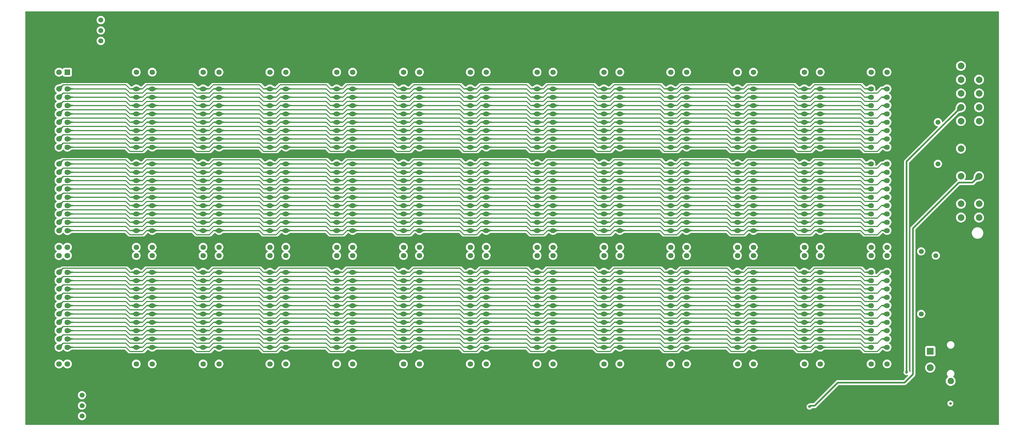
<source format=gbr>
%TF.GenerationSoftware,KiCad,Pcbnew,9.0.7*%
%TF.CreationDate,2026-02-22T19:12:49-05:00*%
%TF.ProjectId,Episode4,45706973-6f64-4653-942e-6b696361645f,2*%
%TF.SameCoordinates,Original*%
%TF.FileFunction,Copper,L4,Bot*%
%TF.FilePolarity,Positive*%
%FSLAX46Y46*%
G04 Gerber Fmt 4.6, Leading zero omitted, Abs format (unit mm)*
G04 Created by KiCad (PCBNEW 9.0.7) date 2026-02-22 19:12:49*
%MOMM*%
%LPD*%
G01*
G04 APERTURE LIST*
%TA.AperFunction,ComponentPad*%
%ADD10C,1.638000*%
%TD*%
%TA.AperFunction,ComponentPad*%
%ADD11C,0.800000*%
%TD*%
%TA.AperFunction,ComponentPad*%
%ADD12C,7.000000*%
%TD*%
%TA.AperFunction,ComponentPad*%
%ADD13R,2.100000X2.100000*%
%TD*%
%TA.AperFunction,ComponentPad*%
%ADD14C,2.100000*%
%TD*%
%TA.AperFunction,ComponentPad*%
%ADD15C,1.950000*%
%TD*%
%TA.AperFunction,ComponentPad*%
%ADD16C,2.000000*%
%TD*%
%TA.AperFunction,ComponentPad*%
%ADD17R,1.700000X1.700000*%
%TD*%
%TA.AperFunction,ComponentPad*%
%ADD18C,1.700000*%
%TD*%
%TA.AperFunction,ViaPad*%
%ADD19C,1.500000*%
%TD*%
%TA.AperFunction,ViaPad*%
%ADD20C,0.800000*%
%TD*%
%TA.AperFunction,Conductor*%
%ADD21C,1.500000*%
%TD*%
%TA.AperFunction,Conductor*%
%ADD22C,0.500000*%
%TD*%
%TA.AperFunction,Conductor*%
%ADD23C,0.375000*%
%TD*%
G04 APERTURE END LIST*
D10*
%TO.P,J2,1,A1*%
%TO.N,+5V*%
X39141000Y-19050000D03*
%TO.P,J2,2,B1*%
X34290000Y-19050000D03*
%TO.P,J2,3,A2*%
%TO.N,GND*%
X39141000Y-21590000D03*
%TO.P,J2,4,B2*%
X34290000Y-21590000D03*
%TO.P,J2,5,A3*%
%TO.N,/A0*%
X39141000Y-24130000D03*
%TO.P,J2,6,B3*%
%TO.N,/Q*%
X34290000Y-24130000D03*
%TO.P,J2,7,A4*%
%TO.N,/A1*%
X39141000Y-26670000D03*
%TO.P,J2,8,B4*%
%TO.N,/E*%
X34290000Y-26670000D03*
%TO.P,J2,9,A5*%
%TO.N,/A2*%
X39141000Y-29210000D03*
%TO.P,J2,10,B5*%
%TO.N,/~{RD}*%
X34290000Y-29210000D03*
%TO.P,J2,11,A6*%
%TO.N,/A3*%
X39141000Y-31750000D03*
%TO.P,J2,12,B6*%
%TO.N,/~{WR}*%
X34290000Y-31750000D03*
%TO.P,J2,13,A7*%
%TO.N,/A4*%
X39141000Y-34290000D03*
%TO.P,J2,14,B7*%
%TO.N,/R{slash}~{W}*%
X34290000Y-34290000D03*
%TO.P,J2,15,A8*%
%TO.N,/A5*%
X39141000Y-36830000D03*
%TO.P,J2,16,B8*%
%TO.N,/~{CBLK}*%
X34290000Y-36830000D03*
%TO.P,J2,17,A9*%
%TO.N,/A6*%
X39141000Y-39370000D03*
%TO.P,J2,18,B9*%
%TO.N,/~{IORQ}*%
X34290000Y-39370000D03*
%TO.P,J2,19,A10*%
%TO.N,/A7*%
X39141000Y-41910000D03*
%TO.P,J2,20,B10*%
%TO.N,/~{MREQ}*%
X34290000Y-41910000D03*
%TO.P,J2,21,A11*%
%TO.N,GND*%
X39141000Y-44450000D03*
%TO.P,J2,22,B11*%
X34290000Y-44450000D03*
%TO.P,J2,23,A12*%
%TO.N,/A8*%
X39141000Y-46990000D03*
%TO.P,J2,24,B12*%
%TO.N,/BA*%
X34290000Y-46990000D03*
%TO.P,J2,25,A13*%
%TO.N,/A9*%
X39141000Y-49530000D03*
%TO.P,J2,26,B13*%
%TO.N,/BS*%
X34290000Y-49530000D03*
%TO.P,J2,27,A14*%
%TO.N,/A10*%
X39141000Y-52070000D03*
%TO.P,J2,28,B14*%
%TO.N,/USR1*%
X34290000Y-52070000D03*
%TO.P,J2,29,A15*%
%TO.N,/A11*%
X39141000Y-54610000D03*
%TO.P,J2,30,B15*%
%TO.N,/USR2*%
X34290000Y-54610000D03*
%TO.P,J2,31,A16*%
%TO.N,/A12*%
X39141000Y-57150000D03*
%TO.P,J2,32,B16*%
%TO.N,/USR3*%
X34290000Y-57150000D03*
%TO.P,J2,33,A17*%
%TO.N,/A13*%
X39141000Y-59690000D03*
%TO.P,J2,34,B17*%
%TO.N,/USR4*%
X34290000Y-59690000D03*
%TO.P,J2,35,A18*%
%TO.N,/A14*%
X39141000Y-62230000D03*
%TO.P,J2,36,B18*%
%TO.N,/~{BREQ}*%
X34290000Y-62230000D03*
%TO.P,J2,37,A19*%
%TO.N,/A15*%
X39141000Y-64770000D03*
%TO.P,J2,38,B19*%
%TO.N,/~{HALT}*%
X34290000Y-64770000D03*
%TO.P,J2,39,A20*%
%TO.N,/~{RESET}*%
X39141000Y-67310000D03*
%TO.P,J2,40,B20*%
%TO.N,/~{MRDY}*%
X34290000Y-67310000D03*
%TO.P,J2,41,A21*%
%TO.N,GND*%
X39141000Y-69850000D03*
%TO.P,J2,42,B21*%
X34290000Y-69850000D03*
%TO.P,J2,43,A22*%
%TO.N,+3V3*%
X39141000Y-72390000D03*
%TO.P,J2,44,B22*%
X34290000Y-72390000D03*
%TO.P,J2,45,A23*%
%TO.N,-12V*%
X39141000Y-74930000D03*
%TO.P,J2,46,B23*%
%TO.N,+12V*%
X34290000Y-74930000D03*
%TO.P,J2,47,A24*%
%TO.N,GND*%
X39141000Y-77470000D03*
%TO.P,J2,48,B24*%
X34290000Y-77470000D03*
%TO.P,J2,49,A25*%
%TO.N,/~{RAM_{oe}}*%
X39141000Y-80010000D03*
%TO.P,J2,50,B25*%
%TO.N,/~{FIRQ1}*%
X34290000Y-80010000D03*
%TO.P,J2,51,A26*%
%TO.N,/~{MMU_{en}}*%
X39141000Y-82550000D03*
%TO.P,J2,52,B26*%
%TO.N,/~{FIRQ2}*%
X34290000Y-82550000D03*
%TO.P,J2,53,A27*%
%TO.N,/D0*%
X39141000Y-85090000D03*
%TO.P,J2,54,B27*%
%TO.N,/~{FIRQ3}*%
X34290000Y-85090000D03*
%TO.P,J2,55,A28*%
%TO.N,/D1*%
X39141000Y-87630000D03*
%TO.P,J2,56,B28*%
%TO.N,/~{IRQ1}*%
X34290000Y-87630000D03*
%TO.P,J2,57,A29*%
%TO.N,/D2*%
X39141000Y-90170000D03*
%TO.P,J2,58,B29*%
%TO.N,/~{IRQ2}*%
X34290000Y-90170000D03*
%TO.P,J2,59,A30*%
%TO.N,/D3*%
X39141000Y-92710000D03*
%TO.P,J2,60,B30*%
%TO.N,/~{IRQ3}*%
X34290000Y-92710000D03*
%TO.P,J2,61,A31*%
%TO.N,/D4*%
X39141000Y-95250000D03*
%TO.P,J2,62,B31*%
%TO.N,/~{IRQ4}*%
X34290000Y-95250000D03*
%TO.P,J2,63,A32*%
%TO.N,/D5*%
X39141000Y-97790000D03*
%TO.P,J2,64,B32*%
%TO.N,/~{IRQ5}*%
X34290000Y-97790000D03*
%TO.P,J2,65,A33*%
%TO.N,/D6*%
X39141000Y-100330000D03*
%TO.P,J2,66,B33*%
%TO.N,/~{IRQ6}*%
X34290000Y-100330000D03*
%TO.P,J2,67,A34*%
%TO.N,/D7*%
X39141000Y-102870000D03*
%TO.P,J2,68,B34*%
%TO.N,/~{IRQ7}*%
X34290000Y-102870000D03*
%TO.P,J2,69,A35*%
%TO.N,GND*%
X39141000Y-105410000D03*
%TO.P,J2,70,B35*%
X34290000Y-105410000D03*
%TO.P,J2,71,A36*%
%TO.N,+5V*%
X39141000Y-107950000D03*
%TO.P,J2,72,B36*%
X34290000Y-107950000D03*
%TD*%
%TO.P,J3,1,A1*%
%TO.N,+5V*%
X59461000Y-19050000D03*
%TO.P,J3,2,B1*%
X54610000Y-19050000D03*
%TO.P,J3,3,A2*%
%TO.N,GND*%
X59461000Y-21590000D03*
%TO.P,J3,4,B2*%
X54610000Y-21590000D03*
%TO.P,J3,5,A3*%
%TO.N,/A0*%
X59461000Y-24130000D03*
%TO.P,J3,6,B3*%
%TO.N,/Q*%
X54610000Y-24130000D03*
%TO.P,J3,7,A4*%
%TO.N,/A1*%
X59461000Y-26670000D03*
%TO.P,J3,8,B4*%
%TO.N,/E*%
X54610000Y-26670000D03*
%TO.P,J3,9,A5*%
%TO.N,/A2*%
X59461000Y-29210000D03*
%TO.P,J3,10,B5*%
%TO.N,/~{RD}*%
X54610000Y-29210000D03*
%TO.P,J3,11,A6*%
%TO.N,/A3*%
X59461000Y-31750000D03*
%TO.P,J3,12,B6*%
%TO.N,/~{WR}*%
X54610000Y-31750000D03*
%TO.P,J3,13,A7*%
%TO.N,/A4*%
X59461000Y-34290000D03*
%TO.P,J3,14,B7*%
%TO.N,/R{slash}~{W}*%
X54610000Y-34290000D03*
%TO.P,J3,15,A8*%
%TO.N,/A5*%
X59461000Y-36830000D03*
%TO.P,J3,16,B8*%
%TO.N,/~{CBLK}*%
X54610000Y-36830000D03*
%TO.P,J3,17,A9*%
%TO.N,/A6*%
X59461000Y-39370000D03*
%TO.P,J3,18,B9*%
%TO.N,/~{IORQ}*%
X54610000Y-39370000D03*
%TO.P,J3,19,A10*%
%TO.N,/A7*%
X59461000Y-41910000D03*
%TO.P,J3,20,B10*%
%TO.N,/~{MREQ}*%
X54610000Y-41910000D03*
%TO.P,J3,21,A11*%
%TO.N,GND*%
X59461000Y-44450000D03*
%TO.P,J3,22,B11*%
X54610000Y-44450000D03*
%TO.P,J3,23,A12*%
%TO.N,/A8*%
X59461000Y-46990000D03*
%TO.P,J3,24,B12*%
%TO.N,/BA*%
X54610000Y-46990000D03*
%TO.P,J3,25,A13*%
%TO.N,/A9*%
X59461000Y-49530000D03*
%TO.P,J3,26,B13*%
%TO.N,/BS*%
X54610000Y-49530000D03*
%TO.P,J3,27,A14*%
%TO.N,/A10*%
X59461000Y-52070000D03*
%TO.P,J3,28,B14*%
%TO.N,/USR1*%
X54610000Y-52070000D03*
%TO.P,J3,29,A15*%
%TO.N,/A11*%
X59461000Y-54610000D03*
%TO.P,J3,30,B15*%
%TO.N,/USR2*%
X54610000Y-54610000D03*
%TO.P,J3,31,A16*%
%TO.N,/A12*%
X59461000Y-57150000D03*
%TO.P,J3,32,B16*%
%TO.N,/USR3*%
X54610000Y-57150000D03*
%TO.P,J3,33,A17*%
%TO.N,/A13*%
X59461000Y-59690000D03*
%TO.P,J3,34,B17*%
%TO.N,/USR4*%
X54610000Y-59690000D03*
%TO.P,J3,35,A18*%
%TO.N,/A14*%
X59461000Y-62230000D03*
%TO.P,J3,36,B18*%
%TO.N,/~{BREQ}*%
X54610000Y-62230000D03*
%TO.P,J3,37,A19*%
%TO.N,/A15*%
X59461000Y-64770000D03*
%TO.P,J3,38,B19*%
%TO.N,/~{HALT}*%
X54610000Y-64770000D03*
%TO.P,J3,39,A20*%
%TO.N,/~{RESET}*%
X59461000Y-67310000D03*
%TO.P,J3,40,B20*%
%TO.N,/~{MRDY}*%
X54610000Y-67310000D03*
%TO.P,J3,41,A21*%
%TO.N,GND*%
X59461000Y-69850000D03*
%TO.P,J3,42,B21*%
X54610000Y-69850000D03*
%TO.P,J3,43,A22*%
%TO.N,+3V3*%
X59461000Y-72390000D03*
%TO.P,J3,44,B22*%
X54610000Y-72390000D03*
%TO.P,J3,45,A23*%
%TO.N,-12V*%
X59461000Y-74930000D03*
%TO.P,J3,46,B23*%
%TO.N,+12V*%
X54610000Y-74930000D03*
%TO.P,J3,47,A24*%
%TO.N,GND*%
X59461000Y-77470000D03*
%TO.P,J3,48,B24*%
X54610000Y-77470000D03*
%TO.P,J3,49,A25*%
%TO.N,/~{RAM_{oe}}*%
X59461000Y-80010000D03*
%TO.P,J3,50,B25*%
%TO.N,/~{FIRQ1}*%
X54610000Y-80010000D03*
%TO.P,J3,51,A26*%
%TO.N,/~{MMU_{en}}*%
X59461000Y-82550000D03*
%TO.P,J3,52,B26*%
%TO.N,/~{FIRQ2}*%
X54610000Y-82550000D03*
%TO.P,J3,53,A27*%
%TO.N,/D0*%
X59461000Y-85090000D03*
%TO.P,J3,54,B27*%
%TO.N,/~{FIRQ3}*%
X54610000Y-85090000D03*
%TO.P,J3,55,A28*%
%TO.N,/D1*%
X59461000Y-87630000D03*
%TO.P,J3,56,B28*%
%TO.N,/~{IRQ1}*%
X54610000Y-87630000D03*
%TO.P,J3,57,A29*%
%TO.N,/D2*%
X59461000Y-90170000D03*
%TO.P,J3,58,B29*%
%TO.N,/~{IRQ2}*%
X54610000Y-90170000D03*
%TO.P,J3,59,A30*%
%TO.N,/D3*%
X59461000Y-92710000D03*
%TO.P,J3,60,B30*%
%TO.N,/~{IRQ3}*%
X54610000Y-92710000D03*
%TO.P,J3,61,A31*%
%TO.N,/D4*%
X59461000Y-95250000D03*
%TO.P,J3,62,B31*%
%TO.N,/~{IRQ4}*%
X54610000Y-95250000D03*
%TO.P,J3,63,A32*%
%TO.N,/D5*%
X59461000Y-97790000D03*
%TO.P,J3,64,B32*%
%TO.N,/~{IRQ5}*%
X54610000Y-97790000D03*
%TO.P,J3,65,A33*%
%TO.N,/D6*%
X59461000Y-100330000D03*
%TO.P,J3,66,B33*%
%TO.N,/~{IRQ6}*%
X54610000Y-100330000D03*
%TO.P,J3,67,A34*%
%TO.N,/D7*%
X59461000Y-102870000D03*
%TO.P,J3,68,B34*%
%TO.N,/~{IRQ7}*%
X54610000Y-102870000D03*
%TO.P,J3,69,A35*%
%TO.N,GND*%
X59461000Y-105410000D03*
%TO.P,J3,70,B35*%
X54610000Y-105410000D03*
%TO.P,J3,71,A36*%
%TO.N,+5V*%
X59461000Y-107950000D03*
%TO.P,J3,72,B36*%
X54610000Y-107950000D03*
%TD*%
D11*
%TO.P,H10,1,1*%
%TO.N,GND*%
X288205000Y-120650000D03*
X288973845Y-118793845D03*
X288973845Y-122506155D03*
X290830000Y-118025000D03*
D12*
X290830000Y-120650000D03*
D11*
X290830000Y-123275000D03*
X292686155Y-118793845D03*
X292686155Y-122506155D03*
X293455000Y-120650000D03*
%TD*%
%TO.P,H2,1,1*%
%TO.N,GND*%
X3725000Y-120650000D03*
X4493845Y-118793845D03*
X4493845Y-122506155D03*
X6350000Y-118025000D03*
D12*
X6350000Y-120650000D03*
D11*
X6350000Y-123275000D03*
X8206155Y-118793845D03*
X8206155Y-122506155D03*
X8975000Y-120650000D03*
%TD*%
D10*
%TO.P,J7,1,A1*%
%TO.N,+5V*%
X140741000Y-19050000D03*
%TO.P,J7,2,B1*%
X135890000Y-19050000D03*
%TO.P,J7,3,A2*%
%TO.N,GND*%
X140741000Y-21590000D03*
%TO.P,J7,4,B2*%
X135890000Y-21590000D03*
%TO.P,J7,5,A3*%
%TO.N,/A0*%
X140741000Y-24130000D03*
%TO.P,J7,6,B3*%
%TO.N,/Q*%
X135890000Y-24130000D03*
%TO.P,J7,7,A4*%
%TO.N,/A1*%
X140741000Y-26670000D03*
%TO.P,J7,8,B4*%
%TO.N,/E*%
X135890000Y-26670000D03*
%TO.P,J7,9,A5*%
%TO.N,/A2*%
X140741000Y-29210000D03*
%TO.P,J7,10,B5*%
%TO.N,/~{RD}*%
X135890000Y-29210000D03*
%TO.P,J7,11,A6*%
%TO.N,/A3*%
X140741000Y-31750000D03*
%TO.P,J7,12,B6*%
%TO.N,/~{WR}*%
X135890000Y-31750000D03*
%TO.P,J7,13,A7*%
%TO.N,/A4*%
X140741000Y-34290000D03*
%TO.P,J7,14,B7*%
%TO.N,/R{slash}~{W}*%
X135890000Y-34290000D03*
%TO.P,J7,15,A8*%
%TO.N,/A5*%
X140741000Y-36830000D03*
%TO.P,J7,16,B8*%
%TO.N,/~{CBLK}*%
X135890000Y-36830000D03*
%TO.P,J7,17,A9*%
%TO.N,/A6*%
X140741000Y-39370000D03*
%TO.P,J7,18,B9*%
%TO.N,/~{IORQ}*%
X135890000Y-39370000D03*
%TO.P,J7,19,A10*%
%TO.N,/A7*%
X140741000Y-41910000D03*
%TO.P,J7,20,B10*%
%TO.N,/~{MREQ}*%
X135890000Y-41910000D03*
%TO.P,J7,21,A11*%
%TO.N,GND*%
X140741000Y-44450000D03*
%TO.P,J7,22,B11*%
X135890000Y-44450000D03*
%TO.P,J7,23,A12*%
%TO.N,/A8*%
X140741000Y-46990000D03*
%TO.P,J7,24,B12*%
%TO.N,/BA*%
X135890000Y-46990000D03*
%TO.P,J7,25,A13*%
%TO.N,/A9*%
X140741000Y-49530000D03*
%TO.P,J7,26,B13*%
%TO.N,/BS*%
X135890000Y-49530000D03*
%TO.P,J7,27,A14*%
%TO.N,/A10*%
X140741000Y-52070000D03*
%TO.P,J7,28,B14*%
%TO.N,/USR1*%
X135890000Y-52070000D03*
%TO.P,J7,29,A15*%
%TO.N,/A11*%
X140741000Y-54610000D03*
%TO.P,J7,30,B15*%
%TO.N,/USR2*%
X135890000Y-54610000D03*
%TO.P,J7,31,A16*%
%TO.N,/A12*%
X140741000Y-57150000D03*
%TO.P,J7,32,B16*%
%TO.N,/USR3*%
X135890000Y-57150000D03*
%TO.P,J7,33,A17*%
%TO.N,/A13*%
X140741000Y-59690000D03*
%TO.P,J7,34,B17*%
%TO.N,/USR4*%
X135890000Y-59690000D03*
%TO.P,J7,35,A18*%
%TO.N,/A14*%
X140741000Y-62230000D03*
%TO.P,J7,36,B18*%
%TO.N,/~{BREQ}*%
X135890000Y-62230000D03*
%TO.P,J7,37,A19*%
%TO.N,/A15*%
X140741000Y-64770000D03*
%TO.P,J7,38,B19*%
%TO.N,/~{HALT}*%
X135890000Y-64770000D03*
%TO.P,J7,39,A20*%
%TO.N,/~{RESET}*%
X140741000Y-67310000D03*
%TO.P,J7,40,B20*%
%TO.N,/~{MRDY}*%
X135890000Y-67310000D03*
%TO.P,J7,41,A21*%
%TO.N,GND*%
X140741000Y-69850000D03*
%TO.P,J7,42,B21*%
X135890000Y-69850000D03*
%TO.P,J7,43,A22*%
%TO.N,+3V3*%
X140741000Y-72390000D03*
%TO.P,J7,44,B22*%
X135890000Y-72390000D03*
%TO.P,J7,45,A23*%
%TO.N,-12V*%
X140741000Y-74930000D03*
%TO.P,J7,46,B23*%
%TO.N,+12V*%
X135890000Y-74930000D03*
%TO.P,J7,47,A24*%
%TO.N,GND*%
X140741000Y-77470000D03*
%TO.P,J7,48,B24*%
X135890000Y-77470000D03*
%TO.P,J7,49,A25*%
%TO.N,/~{RAM_{oe}}*%
X140741000Y-80010000D03*
%TO.P,J7,50,B25*%
%TO.N,/~{FIRQ1}*%
X135890000Y-80010000D03*
%TO.P,J7,51,A26*%
%TO.N,/~{MMU_{en}}*%
X140741000Y-82550000D03*
%TO.P,J7,52,B26*%
%TO.N,/~{FIRQ2}*%
X135890000Y-82550000D03*
%TO.P,J7,53,A27*%
%TO.N,/D0*%
X140741000Y-85090000D03*
%TO.P,J7,54,B27*%
%TO.N,/~{FIRQ3}*%
X135890000Y-85090000D03*
%TO.P,J7,55,A28*%
%TO.N,/D1*%
X140741000Y-87630000D03*
%TO.P,J7,56,B28*%
%TO.N,/~{IRQ1}*%
X135890000Y-87630000D03*
%TO.P,J7,57,A29*%
%TO.N,/D2*%
X140741000Y-90170000D03*
%TO.P,J7,58,B29*%
%TO.N,/~{IRQ2}*%
X135890000Y-90170000D03*
%TO.P,J7,59,A30*%
%TO.N,/D3*%
X140741000Y-92710000D03*
%TO.P,J7,60,B30*%
%TO.N,/~{IRQ3}*%
X135890000Y-92710000D03*
%TO.P,J7,61,A31*%
%TO.N,/D4*%
X140741000Y-95250000D03*
%TO.P,J7,62,B31*%
%TO.N,/~{IRQ4}*%
X135890000Y-95250000D03*
%TO.P,J7,63,A32*%
%TO.N,/D5*%
X140741000Y-97790000D03*
%TO.P,J7,64,B32*%
%TO.N,/~{IRQ5}*%
X135890000Y-97790000D03*
%TO.P,J7,65,A33*%
%TO.N,/D6*%
X140741000Y-100330000D03*
%TO.P,J7,66,B33*%
%TO.N,/~{IRQ6}*%
X135890000Y-100330000D03*
%TO.P,J7,67,A34*%
%TO.N,/D7*%
X140741000Y-102870000D03*
%TO.P,J7,68,B34*%
%TO.N,/~{IRQ7}*%
X135890000Y-102870000D03*
%TO.P,J7,69,A35*%
%TO.N,GND*%
X140741000Y-105410000D03*
%TO.P,J7,70,B35*%
X135890000Y-105410000D03*
%TO.P,J7,71,A36*%
%TO.N,+5V*%
X140741000Y-107950000D03*
%TO.P,J7,72,B36*%
X135890000Y-107950000D03*
%TD*%
D13*
%TO.P,SW1,1,1*%
%TO.N,Net-(R2-Pad2)*%
X275815000Y-104053000D03*
D14*
%TO.P,SW1,2,2*%
%TO.N,GND*%
X288215000Y-104053000D03*
%TO.P,SW1,3,3*%
%TO.N,Net-(R2-Pad2)*%
X275815000Y-109053000D03*
%TO.P,SW1,4,4*%
%TO.N,GND*%
X288215000Y-109053000D03*
D15*
%TO.P,SW1,5,K*%
X282015000Y-99953000D03*
%TO.P,SW1,6,A*%
%TO.N,Net-(SW1-A)*%
X282015000Y-113153000D03*
%TD*%
D10*
%TO.P,J9,1,A1*%
%TO.N,+5V*%
X181381000Y-19050000D03*
%TO.P,J9,2,B1*%
X176530000Y-19050000D03*
%TO.P,J9,3,A2*%
%TO.N,GND*%
X181381000Y-21590000D03*
%TO.P,J9,4,B2*%
X176530000Y-21590000D03*
%TO.P,J9,5,A3*%
%TO.N,/A0*%
X181381000Y-24130000D03*
%TO.P,J9,6,B3*%
%TO.N,/Q*%
X176530000Y-24130000D03*
%TO.P,J9,7,A4*%
%TO.N,/A1*%
X181381000Y-26670000D03*
%TO.P,J9,8,B4*%
%TO.N,/E*%
X176530000Y-26670000D03*
%TO.P,J9,9,A5*%
%TO.N,/A2*%
X181381000Y-29210000D03*
%TO.P,J9,10,B5*%
%TO.N,/~{RD}*%
X176530000Y-29210000D03*
%TO.P,J9,11,A6*%
%TO.N,/A3*%
X181381000Y-31750000D03*
%TO.P,J9,12,B6*%
%TO.N,/~{WR}*%
X176530000Y-31750000D03*
%TO.P,J9,13,A7*%
%TO.N,/A4*%
X181381000Y-34290000D03*
%TO.P,J9,14,B7*%
%TO.N,/R{slash}~{W}*%
X176530000Y-34290000D03*
%TO.P,J9,15,A8*%
%TO.N,/A5*%
X181381000Y-36830000D03*
%TO.P,J9,16,B8*%
%TO.N,/~{CBLK}*%
X176530000Y-36830000D03*
%TO.P,J9,17,A9*%
%TO.N,/A6*%
X181381000Y-39370000D03*
%TO.P,J9,18,B9*%
%TO.N,/~{IORQ}*%
X176530000Y-39370000D03*
%TO.P,J9,19,A10*%
%TO.N,/A7*%
X181381000Y-41910000D03*
%TO.P,J9,20,B10*%
%TO.N,/~{MREQ}*%
X176530000Y-41910000D03*
%TO.P,J9,21,A11*%
%TO.N,GND*%
X181381000Y-44450000D03*
%TO.P,J9,22,B11*%
X176530000Y-44450000D03*
%TO.P,J9,23,A12*%
%TO.N,/A8*%
X181381000Y-46990000D03*
%TO.P,J9,24,B12*%
%TO.N,/BA*%
X176530000Y-46990000D03*
%TO.P,J9,25,A13*%
%TO.N,/A9*%
X181381000Y-49530000D03*
%TO.P,J9,26,B13*%
%TO.N,/BS*%
X176530000Y-49530000D03*
%TO.P,J9,27,A14*%
%TO.N,/A10*%
X181381000Y-52070000D03*
%TO.P,J9,28,B14*%
%TO.N,/USR1*%
X176530000Y-52070000D03*
%TO.P,J9,29,A15*%
%TO.N,/A11*%
X181381000Y-54610000D03*
%TO.P,J9,30,B15*%
%TO.N,/USR2*%
X176530000Y-54610000D03*
%TO.P,J9,31,A16*%
%TO.N,/A12*%
X181381000Y-57150000D03*
%TO.P,J9,32,B16*%
%TO.N,/USR3*%
X176530000Y-57150000D03*
%TO.P,J9,33,A17*%
%TO.N,/A13*%
X181381000Y-59690000D03*
%TO.P,J9,34,B17*%
%TO.N,/USR4*%
X176530000Y-59690000D03*
%TO.P,J9,35,A18*%
%TO.N,/A14*%
X181381000Y-62230000D03*
%TO.P,J9,36,B18*%
%TO.N,/~{BREQ}*%
X176530000Y-62230000D03*
%TO.P,J9,37,A19*%
%TO.N,/A15*%
X181381000Y-64770000D03*
%TO.P,J9,38,B19*%
%TO.N,/~{HALT}*%
X176530000Y-64770000D03*
%TO.P,J9,39,A20*%
%TO.N,/~{RESET}*%
X181381000Y-67310000D03*
%TO.P,J9,40,B20*%
%TO.N,/~{MRDY}*%
X176530000Y-67310000D03*
%TO.P,J9,41,A21*%
%TO.N,GND*%
X181381000Y-69850000D03*
%TO.P,J9,42,B21*%
X176530000Y-69850000D03*
%TO.P,J9,43,A22*%
%TO.N,+3V3*%
X181381000Y-72390000D03*
%TO.P,J9,44,B22*%
X176530000Y-72390000D03*
%TO.P,J9,45,A23*%
%TO.N,-12V*%
X181381000Y-74930000D03*
%TO.P,J9,46,B23*%
%TO.N,+12V*%
X176530000Y-74930000D03*
%TO.P,J9,47,A24*%
%TO.N,GND*%
X181381000Y-77470000D03*
%TO.P,J9,48,B24*%
X176530000Y-77470000D03*
%TO.P,J9,49,A25*%
%TO.N,/~{RAM_{oe}}*%
X181381000Y-80010000D03*
%TO.P,J9,50,B25*%
%TO.N,/~{FIRQ1}*%
X176530000Y-80010000D03*
%TO.P,J9,51,A26*%
%TO.N,/~{MMU_{en}}*%
X181381000Y-82550000D03*
%TO.P,J9,52,B26*%
%TO.N,/~{FIRQ2}*%
X176530000Y-82550000D03*
%TO.P,J9,53,A27*%
%TO.N,/D0*%
X181381000Y-85090000D03*
%TO.P,J9,54,B27*%
%TO.N,/~{FIRQ3}*%
X176530000Y-85090000D03*
%TO.P,J9,55,A28*%
%TO.N,/D1*%
X181381000Y-87630000D03*
%TO.P,J9,56,B28*%
%TO.N,/~{IRQ1}*%
X176530000Y-87630000D03*
%TO.P,J9,57,A29*%
%TO.N,/D2*%
X181381000Y-90170000D03*
%TO.P,J9,58,B29*%
%TO.N,/~{IRQ2}*%
X176530000Y-90170000D03*
%TO.P,J9,59,A30*%
%TO.N,/D3*%
X181381000Y-92710000D03*
%TO.P,J9,60,B30*%
%TO.N,/~{IRQ3}*%
X176530000Y-92710000D03*
%TO.P,J9,61,A31*%
%TO.N,/D4*%
X181381000Y-95250000D03*
%TO.P,J9,62,B31*%
%TO.N,/~{IRQ4}*%
X176530000Y-95250000D03*
%TO.P,J9,63,A32*%
%TO.N,/D5*%
X181381000Y-97790000D03*
%TO.P,J9,64,B32*%
%TO.N,/~{IRQ5}*%
X176530000Y-97790000D03*
%TO.P,J9,65,A33*%
%TO.N,/D6*%
X181381000Y-100330000D03*
%TO.P,J9,66,B33*%
%TO.N,/~{IRQ6}*%
X176530000Y-100330000D03*
%TO.P,J9,67,A34*%
%TO.N,/D7*%
X181381000Y-102870000D03*
%TO.P,J9,68,B34*%
%TO.N,/~{IRQ7}*%
X176530000Y-102870000D03*
%TO.P,J9,69,A35*%
%TO.N,GND*%
X181381000Y-105410000D03*
%TO.P,J9,70,B35*%
X176530000Y-105410000D03*
%TO.P,J9,71,A36*%
%TO.N,+5V*%
X181381000Y-107950000D03*
%TO.P,J9,72,B36*%
X176530000Y-107950000D03*
%TD*%
%TO.P,J11,1,A1*%
%TO.N,+5V*%
X222021000Y-19050000D03*
%TO.P,J11,2,B1*%
X217170000Y-19050000D03*
%TO.P,J11,3,A2*%
%TO.N,GND*%
X222021000Y-21590000D03*
%TO.P,J11,4,B2*%
X217170000Y-21590000D03*
%TO.P,J11,5,A3*%
%TO.N,/A0*%
X222021000Y-24130000D03*
%TO.P,J11,6,B3*%
%TO.N,/Q*%
X217170000Y-24130000D03*
%TO.P,J11,7,A4*%
%TO.N,/A1*%
X222021000Y-26670000D03*
%TO.P,J11,8,B4*%
%TO.N,/E*%
X217170000Y-26670000D03*
%TO.P,J11,9,A5*%
%TO.N,/A2*%
X222021000Y-29210000D03*
%TO.P,J11,10,B5*%
%TO.N,/~{RD}*%
X217170000Y-29210000D03*
%TO.P,J11,11,A6*%
%TO.N,/A3*%
X222021000Y-31750000D03*
%TO.P,J11,12,B6*%
%TO.N,/~{WR}*%
X217170000Y-31750000D03*
%TO.P,J11,13,A7*%
%TO.N,/A4*%
X222021000Y-34290000D03*
%TO.P,J11,14,B7*%
%TO.N,/R{slash}~{W}*%
X217170000Y-34290000D03*
%TO.P,J11,15,A8*%
%TO.N,/A5*%
X222021000Y-36830000D03*
%TO.P,J11,16,B8*%
%TO.N,/~{CBLK}*%
X217170000Y-36830000D03*
%TO.P,J11,17,A9*%
%TO.N,/A6*%
X222021000Y-39370000D03*
%TO.P,J11,18,B9*%
%TO.N,/~{IORQ}*%
X217170000Y-39370000D03*
%TO.P,J11,19,A10*%
%TO.N,/A7*%
X222021000Y-41910000D03*
%TO.P,J11,20,B10*%
%TO.N,/~{MREQ}*%
X217170000Y-41910000D03*
%TO.P,J11,21,A11*%
%TO.N,GND*%
X222021000Y-44450000D03*
%TO.P,J11,22,B11*%
X217170000Y-44450000D03*
%TO.P,J11,23,A12*%
%TO.N,/A8*%
X222021000Y-46990000D03*
%TO.P,J11,24,B12*%
%TO.N,/BA*%
X217170000Y-46990000D03*
%TO.P,J11,25,A13*%
%TO.N,/A9*%
X222021000Y-49530000D03*
%TO.P,J11,26,B13*%
%TO.N,/BS*%
X217170000Y-49530000D03*
%TO.P,J11,27,A14*%
%TO.N,/A10*%
X222021000Y-52070000D03*
%TO.P,J11,28,B14*%
%TO.N,/USR1*%
X217170000Y-52070000D03*
%TO.P,J11,29,A15*%
%TO.N,/A11*%
X222021000Y-54610000D03*
%TO.P,J11,30,B15*%
%TO.N,/USR2*%
X217170000Y-54610000D03*
%TO.P,J11,31,A16*%
%TO.N,/A12*%
X222021000Y-57150000D03*
%TO.P,J11,32,B16*%
%TO.N,/USR3*%
X217170000Y-57150000D03*
%TO.P,J11,33,A17*%
%TO.N,/A13*%
X222021000Y-59690000D03*
%TO.P,J11,34,B17*%
%TO.N,/USR4*%
X217170000Y-59690000D03*
%TO.P,J11,35,A18*%
%TO.N,/A14*%
X222021000Y-62230000D03*
%TO.P,J11,36,B18*%
%TO.N,/~{BREQ}*%
X217170000Y-62230000D03*
%TO.P,J11,37,A19*%
%TO.N,/A15*%
X222021000Y-64770000D03*
%TO.P,J11,38,B19*%
%TO.N,/~{HALT}*%
X217170000Y-64770000D03*
%TO.P,J11,39,A20*%
%TO.N,/~{RESET}*%
X222021000Y-67310000D03*
%TO.P,J11,40,B20*%
%TO.N,/~{MRDY}*%
X217170000Y-67310000D03*
%TO.P,J11,41,A21*%
%TO.N,GND*%
X222021000Y-69850000D03*
%TO.P,J11,42,B21*%
X217170000Y-69850000D03*
%TO.P,J11,43,A22*%
%TO.N,+3V3*%
X222021000Y-72390000D03*
%TO.P,J11,44,B22*%
X217170000Y-72390000D03*
%TO.P,J11,45,A23*%
%TO.N,-12V*%
X222021000Y-74930000D03*
%TO.P,J11,46,B23*%
%TO.N,+12V*%
X217170000Y-74930000D03*
%TO.P,J11,47,A24*%
%TO.N,GND*%
X222021000Y-77470000D03*
%TO.P,J11,48,B24*%
X217170000Y-77470000D03*
%TO.P,J11,49,A25*%
%TO.N,/~{RAM_{oe}}*%
X222021000Y-80010000D03*
%TO.P,J11,50,B25*%
%TO.N,/~{FIRQ1}*%
X217170000Y-80010000D03*
%TO.P,J11,51,A26*%
%TO.N,/~{MMU_{en}}*%
X222021000Y-82550000D03*
%TO.P,J11,52,B26*%
%TO.N,/~{FIRQ2}*%
X217170000Y-82550000D03*
%TO.P,J11,53,A27*%
%TO.N,/D0*%
X222021000Y-85090000D03*
%TO.P,J11,54,B27*%
%TO.N,/~{FIRQ3}*%
X217170000Y-85090000D03*
%TO.P,J11,55,A28*%
%TO.N,/D1*%
X222021000Y-87630000D03*
%TO.P,J11,56,B28*%
%TO.N,/~{IRQ1}*%
X217170000Y-87630000D03*
%TO.P,J11,57,A29*%
%TO.N,/D2*%
X222021000Y-90170000D03*
%TO.P,J11,58,B29*%
%TO.N,/~{IRQ2}*%
X217170000Y-90170000D03*
%TO.P,J11,59,A30*%
%TO.N,/D3*%
X222021000Y-92710000D03*
%TO.P,J11,60,B30*%
%TO.N,/~{IRQ3}*%
X217170000Y-92710000D03*
%TO.P,J11,61,A31*%
%TO.N,/D4*%
X222021000Y-95250000D03*
%TO.P,J11,62,B31*%
%TO.N,/~{IRQ4}*%
X217170000Y-95250000D03*
%TO.P,J11,63,A32*%
%TO.N,/D5*%
X222021000Y-97790000D03*
%TO.P,J11,64,B32*%
%TO.N,/~{IRQ5}*%
X217170000Y-97790000D03*
%TO.P,J11,65,A33*%
%TO.N,/D6*%
X222021000Y-100330000D03*
%TO.P,J11,66,B33*%
%TO.N,/~{IRQ6}*%
X217170000Y-100330000D03*
%TO.P,J11,67,A34*%
%TO.N,/D7*%
X222021000Y-102870000D03*
%TO.P,J11,68,B34*%
%TO.N,/~{IRQ7}*%
X217170000Y-102870000D03*
%TO.P,J11,69,A35*%
%TO.N,GND*%
X222021000Y-105410000D03*
%TO.P,J11,70,B35*%
X217170000Y-105410000D03*
%TO.P,J11,71,A36*%
%TO.N,+5V*%
X222021000Y-107950000D03*
%TO.P,J11,72,B36*%
X217170000Y-107950000D03*
%TD*%
%TO.P,J13,1,A1*%
%TO.N,+5V*%
X262661000Y-19050000D03*
%TO.P,J13,2,B1*%
X257810000Y-19050000D03*
%TO.P,J13,3,A2*%
%TO.N,GND*%
X262661000Y-21590000D03*
%TO.P,J13,4,B2*%
X257810000Y-21590000D03*
%TO.P,J13,5,A3*%
%TO.N,/A0*%
X262661000Y-24130000D03*
%TO.P,J13,6,B3*%
%TO.N,/Q*%
X257810000Y-24130000D03*
%TO.P,J13,7,A4*%
%TO.N,/A1*%
X262661000Y-26670000D03*
%TO.P,J13,8,B4*%
%TO.N,/E*%
X257810000Y-26670000D03*
%TO.P,J13,9,A5*%
%TO.N,/A2*%
X262661000Y-29210000D03*
%TO.P,J13,10,B5*%
%TO.N,/~{RD}*%
X257810000Y-29210000D03*
%TO.P,J13,11,A6*%
%TO.N,/A3*%
X262661000Y-31750000D03*
%TO.P,J13,12,B6*%
%TO.N,/~{WR}*%
X257810000Y-31750000D03*
%TO.P,J13,13,A7*%
%TO.N,/A4*%
X262661000Y-34290000D03*
%TO.P,J13,14,B7*%
%TO.N,/R{slash}~{W}*%
X257810000Y-34290000D03*
%TO.P,J13,15,A8*%
%TO.N,/A5*%
X262661000Y-36830000D03*
%TO.P,J13,16,B8*%
%TO.N,/~{CBLK}*%
X257810000Y-36830000D03*
%TO.P,J13,17,A9*%
%TO.N,/A6*%
X262661000Y-39370000D03*
%TO.P,J13,18,B9*%
%TO.N,/~{IORQ}*%
X257810000Y-39370000D03*
%TO.P,J13,19,A10*%
%TO.N,/A7*%
X262661000Y-41910000D03*
%TO.P,J13,20,B10*%
%TO.N,/~{MREQ}*%
X257810000Y-41910000D03*
%TO.P,J13,21,A11*%
%TO.N,GND*%
X262661000Y-44450000D03*
%TO.P,J13,22,B11*%
X257810000Y-44450000D03*
%TO.P,J13,23,A12*%
%TO.N,/A8*%
X262661000Y-46990000D03*
%TO.P,J13,24,B12*%
%TO.N,/BA*%
X257810000Y-46990000D03*
%TO.P,J13,25,A13*%
%TO.N,/A9*%
X262661000Y-49530000D03*
%TO.P,J13,26,B13*%
%TO.N,/BS*%
X257810000Y-49530000D03*
%TO.P,J13,27,A14*%
%TO.N,/A10*%
X262661000Y-52070000D03*
%TO.P,J13,28,B14*%
%TO.N,/USR1*%
X257810000Y-52070000D03*
%TO.P,J13,29,A15*%
%TO.N,/A11*%
X262661000Y-54610000D03*
%TO.P,J13,30,B15*%
%TO.N,/USR2*%
X257810000Y-54610000D03*
%TO.P,J13,31,A16*%
%TO.N,/A12*%
X262661000Y-57150000D03*
%TO.P,J13,32,B16*%
%TO.N,/USR3*%
X257810000Y-57150000D03*
%TO.P,J13,33,A17*%
%TO.N,/A13*%
X262661000Y-59690000D03*
%TO.P,J13,34,B17*%
%TO.N,/USR4*%
X257810000Y-59690000D03*
%TO.P,J13,35,A18*%
%TO.N,/A14*%
X262661000Y-62230000D03*
%TO.P,J13,36,B18*%
%TO.N,/~{BREQ}*%
X257810000Y-62230000D03*
%TO.P,J13,37,A19*%
%TO.N,/A15*%
X262661000Y-64770000D03*
%TO.P,J13,38,B19*%
%TO.N,/~{HALT}*%
X257810000Y-64770000D03*
%TO.P,J13,39,A20*%
%TO.N,/~{RESET}*%
X262661000Y-67310000D03*
%TO.P,J13,40,B20*%
%TO.N,/~{MRDY}*%
X257810000Y-67310000D03*
%TO.P,J13,41,A21*%
%TO.N,GND*%
X262661000Y-69850000D03*
%TO.P,J13,42,B21*%
X257810000Y-69850000D03*
%TO.P,J13,43,A22*%
%TO.N,+3V3*%
X262661000Y-72390000D03*
%TO.P,J13,44,B22*%
X257810000Y-72390000D03*
%TO.P,J13,45,A23*%
%TO.N,-12V*%
X262661000Y-74930000D03*
%TO.P,J13,46,B23*%
%TO.N,+12V*%
X257810000Y-74930000D03*
%TO.P,J13,47,A24*%
%TO.N,GND*%
X262661000Y-77470000D03*
%TO.P,J13,48,B24*%
X257810000Y-77470000D03*
%TO.P,J13,49,A25*%
%TO.N,/~{RAM_{oe}}*%
X262661000Y-80010000D03*
%TO.P,J13,50,B25*%
%TO.N,/~{FIRQ1}*%
X257810000Y-80010000D03*
%TO.P,J13,51,A26*%
%TO.N,/~{MMU_{en}}*%
X262661000Y-82550000D03*
%TO.P,J13,52,B26*%
%TO.N,/~{FIRQ2}*%
X257810000Y-82550000D03*
%TO.P,J13,53,A27*%
%TO.N,/D0*%
X262661000Y-85090000D03*
%TO.P,J13,54,B27*%
%TO.N,/~{FIRQ3}*%
X257810000Y-85090000D03*
%TO.P,J13,55,A28*%
%TO.N,/D1*%
X262661000Y-87630000D03*
%TO.P,J13,56,B28*%
%TO.N,/~{IRQ1}*%
X257810000Y-87630000D03*
%TO.P,J13,57,A29*%
%TO.N,/D2*%
X262661000Y-90170000D03*
%TO.P,J13,58,B29*%
%TO.N,/~{IRQ2}*%
X257810000Y-90170000D03*
%TO.P,J13,59,A30*%
%TO.N,/D3*%
X262661000Y-92710000D03*
%TO.P,J13,60,B30*%
%TO.N,/~{IRQ3}*%
X257810000Y-92710000D03*
%TO.P,J13,61,A31*%
%TO.N,/D4*%
X262661000Y-95250000D03*
%TO.P,J13,62,B31*%
%TO.N,/~{IRQ4}*%
X257810000Y-95250000D03*
%TO.P,J13,63,A32*%
%TO.N,/D5*%
X262661000Y-97790000D03*
%TO.P,J13,64,B32*%
%TO.N,/~{IRQ5}*%
X257810000Y-97790000D03*
%TO.P,J13,65,A33*%
%TO.N,/D6*%
X262661000Y-100330000D03*
%TO.P,J13,66,B33*%
%TO.N,/~{IRQ6}*%
X257810000Y-100330000D03*
%TO.P,J13,67,A34*%
%TO.N,/D7*%
X262661000Y-102870000D03*
%TO.P,J13,68,B34*%
%TO.N,/~{IRQ7}*%
X257810000Y-102870000D03*
%TO.P,J13,69,A35*%
%TO.N,GND*%
X262661000Y-105410000D03*
%TO.P,J13,70,B35*%
X257810000Y-105410000D03*
%TO.P,J13,71,A36*%
%TO.N,+5V*%
X262661000Y-107950000D03*
%TO.P,J13,72,B36*%
X257810000Y-107950000D03*
%TD*%
%TO.P,J10,1,A1*%
%TO.N,+5V*%
X201701000Y-19050000D03*
%TO.P,J10,2,B1*%
X196850000Y-19050000D03*
%TO.P,J10,3,A2*%
%TO.N,GND*%
X201701000Y-21590000D03*
%TO.P,J10,4,B2*%
X196850000Y-21590000D03*
%TO.P,J10,5,A3*%
%TO.N,/A0*%
X201701000Y-24130000D03*
%TO.P,J10,6,B3*%
%TO.N,/Q*%
X196850000Y-24130000D03*
%TO.P,J10,7,A4*%
%TO.N,/A1*%
X201701000Y-26670000D03*
%TO.P,J10,8,B4*%
%TO.N,/E*%
X196850000Y-26670000D03*
%TO.P,J10,9,A5*%
%TO.N,/A2*%
X201701000Y-29210000D03*
%TO.P,J10,10,B5*%
%TO.N,/~{RD}*%
X196850000Y-29210000D03*
%TO.P,J10,11,A6*%
%TO.N,/A3*%
X201701000Y-31750000D03*
%TO.P,J10,12,B6*%
%TO.N,/~{WR}*%
X196850000Y-31750000D03*
%TO.P,J10,13,A7*%
%TO.N,/A4*%
X201701000Y-34290000D03*
%TO.P,J10,14,B7*%
%TO.N,/R{slash}~{W}*%
X196850000Y-34290000D03*
%TO.P,J10,15,A8*%
%TO.N,/A5*%
X201701000Y-36830000D03*
%TO.P,J10,16,B8*%
%TO.N,/~{CBLK}*%
X196850000Y-36830000D03*
%TO.P,J10,17,A9*%
%TO.N,/A6*%
X201701000Y-39370000D03*
%TO.P,J10,18,B9*%
%TO.N,/~{IORQ}*%
X196850000Y-39370000D03*
%TO.P,J10,19,A10*%
%TO.N,/A7*%
X201701000Y-41910000D03*
%TO.P,J10,20,B10*%
%TO.N,/~{MREQ}*%
X196850000Y-41910000D03*
%TO.P,J10,21,A11*%
%TO.N,GND*%
X201701000Y-44450000D03*
%TO.P,J10,22,B11*%
X196850000Y-44450000D03*
%TO.P,J10,23,A12*%
%TO.N,/A8*%
X201701000Y-46990000D03*
%TO.P,J10,24,B12*%
%TO.N,/BA*%
X196850000Y-46990000D03*
%TO.P,J10,25,A13*%
%TO.N,/A9*%
X201701000Y-49530000D03*
%TO.P,J10,26,B13*%
%TO.N,/BS*%
X196850000Y-49530000D03*
%TO.P,J10,27,A14*%
%TO.N,/A10*%
X201701000Y-52070000D03*
%TO.P,J10,28,B14*%
%TO.N,/USR1*%
X196850000Y-52070000D03*
%TO.P,J10,29,A15*%
%TO.N,/A11*%
X201701000Y-54610000D03*
%TO.P,J10,30,B15*%
%TO.N,/USR2*%
X196850000Y-54610000D03*
%TO.P,J10,31,A16*%
%TO.N,/A12*%
X201701000Y-57150000D03*
%TO.P,J10,32,B16*%
%TO.N,/USR3*%
X196850000Y-57150000D03*
%TO.P,J10,33,A17*%
%TO.N,/A13*%
X201701000Y-59690000D03*
%TO.P,J10,34,B17*%
%TO.N,/USR4*%
X196850000Y-59690000D03*
%TO.P,J10,35,A18*%
%TO.N,/A14*%
X201701000Y-62230000D03*
%TO.P,J10,36,B18*%
%TO.N,/~{BREQ}*%
X196850000Y-62230000D03*
%TO.P,J10,37,A19*%
%TO.N,/A15*%
X201701000Y-64770000D03*
%TO.P,J10,38,B19*%
%TO.N,/~{HALT}*%
X196850000Y-64770000D03*
%TO.P,J10,39,A20*%
%TO.N,/~{RESET}*%
X201701000Y-67310000D03*
%TO.P,J10,40,B20*%
%TO.N,/~{MRDY}*%
X196850000Y-67310000D03*
%TO.P,J10,41,A21*%
%TO.N,GND*%
X201701000Y-69850000D03*
%TO.P,J10,42,B21*%
X196850000Y-69850000D03*
%TO.P,J10,43,A22*%
%TO.N,+3V3*%
X201701000Y-72390000D03*
%TO.P,J10,44,B22*%
X196850000Y-72390000D03*
%TO.P,J10,45,A23*%
%TO.N,-12V*%
X201701000Y-74930000D03*
%TO.P,J10,46,B23*%
%TO.N,+12V*%
X196850000Y-74930000D03*
%TO.P,J10,47,A24*%
%TO.N,GND*%
X201701000Y-77470000D03*
%TO.P,J10,48,B24*%
X196850000Y-77470000D03*
%TO.P,J10,49,A25*%
%TO.N,/~{RAM_{oe}}*%
X201701000Y-80010000D03*
%TO.P,J10,50,B25*%
%TO.N,/~{FIRQ1}*%
X196850000Y-80010000D03*
%TO.P,J10,51,A26*%
%TO.N,/~{MMU_{en}}*%
X201701000Y-82550000D03*
%TO.P,J10,52,B26*%
%TO.N,/~{FIRQ2}*%
X196850000Y-82550000D03*
%TO.P,J10,53,A27*%
%TO.N,/D0*%
X201701000Y-85090000D03*
%TO.P,J10,54,B27*%
%TO.N,/~{FIRQ3}*%
X196850000Y-85090000D03*
%TO.P,J10,55,A28*%
%TO.N,/D1*%
X201701000Y-87630000D03*
%TO.P,J10,56,B28*%
%TO.N,/~{IRQ1}*%
X196850000Y-87630000D03*
%TO.P,J10,57,A29*%
%TO.N,/D2*%
X201701000Y-90170000D03*
%TO.P,J10,58,B29*%
%TO.N,/~{IRQ2}*%
X196850000Y-90170000D03*
%TO.P,J10,59,A30*%
%TO.N,/D3*%
X201701000Y-92710000D03*
%TO.P,J10,60,B30*%
%TO.N,/~{IRQ3}*%
X196850000Y-92710000D03*
%TO.P,J10,61,A31*%
%TO.N,/D4*%
X201701000Y-95250000D03*
%TO.P,J10,62,B31*%
%TO.N,/~{IRQ4}*%
X196850000Y-95250000D03*
%TO.P,J10,63,A32*%
%TO.N,/D5*%
X201701000Y-97790000D03*
%TO.P,J10,64,B32*%
%TO.N,/~{IRQ5}*%
X196850000Y-97790000D03*
%TO.P,J10,65,A33*%
%TO.N,/D6*%
X201701000Y-100330000D03*
%TO.P,J10,66,B33*%
%TO.N,/~{IRQ6}*%
X196850000Y-100330000D03*
%TO.P,J10,67,A34*%
%TO.N,/D7*%
X201701000Y-102870000D03*
%TO.P,J10,68,B34*%
%TO.N,/~{IRQ7}*%
X196850000Y-102870000D03*
%TO.P,J10,69,A35*%
%TO.N,GND*%
X201701000Y-105410000D03*
%TO.P,J10,70,B35*%
X196850000Y-105410000D03*
%TO.P,J10,71,A36*%
%TO.N,+5V*%
X201701000Y-107950000D03*
%TO.P,J10,72,B36*%
X196850000Y-107950000D03*
%TD*%
%TO.P,J5,1,A1*%
%TO.N,+5V*%
X100101000Y-19050000D03*
%TO.P,J5,2,B1*%
X95250000Y-19050000D03*
%TO.P,J5,3,A2*%
%TO.N,GND*%
X100101000Y-21590000D03*
%TO.P,J5,4,B2*%
X95250000Y-21590000D03*
%TO.P,J5,5,A3*%
%TO.N,/A0*%
X100101000Y-24130000D03*
%TO.P,J5,6,B3*%
%TO.N,/Q*%
X95250000Y-24130000D03*
%TO.P,J5,7,A4*%
%TO.N,/A1*%
X100101000Y-26670000D03*
%TO.P,J5,8,B4*%
%TO.N,/E*%
X95250000Y-26670000D03*
%TO.P,J5,9,A5*%
%TO.N,/A2*%
X100101000Y-29210000D03*
%TO.P,J5,10,B5*%
%TO.N,/~{RD}*%
X95250000Y-29210000D03*
%TO.P,J5,11,A6*%
%TO.N,/A3*%
X100101000Y-31750000D03*
%TO.P,J5,12,B6*%
%TO.N,/~{WR}*%
X95250000Y-31750000D03*
%TO.P,J5,13,A7*%
%TO.N,/A4*%
X100101000Y-34290000D03*
%TO.P,J5,14,B7*%
%TO.N,/R{slash}~{W}*%
X95250000Y-34290000D03*
%TO.P,J5,15,A8*%
%TO.N,/A5*%
X100101000Y-36830000D03*
%TO.P,J5,16,B8*%
%TO.N,/~{CBLK}*%
X95250000Y-36830000D03*
%TO.P,J5,17,A9*%
%TO.N,/A6*%
X100101000Y-39370000D03*
%TO.P,J5,18,B9*%
%TO.N,/~{IORQ}*%
X95250000Y-39370000D03*
%TO.P,J5,19,A10*%
%TO.N,/A7*%
X100101000Y-41910000D03*
%TO.P,J5,20,B10*%
%TO.N,/~{MREQ}*%
X95250000Y-41910000D03*
%TO.P,J5,21,A11*%
%TO.N,GND*%
X100101000Y-44450000D03*
%TO.P,J5,22,B11*%
X95250000Y-44450000D03*
%TO.P,J5,23,A12*%
%TO.N,/A8*%
X100101000Y-46990000D03*
%TO.P,J5,24,B12*%
%TO.N,/BA*%
X95250000Y-46990000D03*
%TO.P,J5,25,A13*%
%TO.N,/A9*%
X100101000Y-49530000D03*
%TO.P,J5,26,B13*%
%TO.N,/BS*%
X95250000Y-49530000D03*
%TO.P,J5,27,A14*%
%TO.N,/A10*%
X100101000Y-52070000D03*
%TO.P,J5,28,B14*%
%TO.N,/USR1*%
X95250000Y-52070000D03*
%TO.P,J5,29,A15*%
%TO.N,/A11*%
X100101000Y-54610000D03*
%TO.P,J5,30,B15*%
%TO.N,/USR2*%
X95250000Y-54610000D03*
%TO.P,J5,31,A16*%
%TO.N,/A12*%
X100101000Y-57150000D03*
%TO.P,J5,32,B16*%
%TO.N,/USR3*%
X95250000Y-57150000D03*
%TO.P,J5,33,A17*%
%TO.N,/A13*%
X100101000Y-59690000D03*
%TO.P,J5,34,B17*%
%TO.N,/USR4*%
X95250000Y-59690000D03*
%TO.P,J5,35,A18*%
%TO.N,/A14*%
X100101000Y-62230000D03*
%TO.P,J5,36,B18*%
%TO.N,/~{BREQ}*%
X95250000Y-62230000D03*
%TO.P,J5,37,A19*%
%TO.N,/A15*%
X100101000Y-64770000D03*
%TO.P,J5,38,B19*%
%TO.N,/~{HALT}*%
X95250000Y-64770000D03*
%TO.P,J5,39,A20*%
%TO.N,/~{RESET}*%
X100101000Y-67310000D03*
%TO.P,J5,40,B20*%
%TO.N,/~{MRDY}*%
X95250000Y-67310000D03*
%TO.P,J5,41,A21*%
%TO.N,GND*%
X100101000Y-69850000D03*
%TO.P,J5,42,B21*%
X95250000Y-69850000D03*
%TO.P,J5,43,A22*%
%TO.N,+3V3*%
X100101000Y-72390000D03*
%TO.P,J5,44,B22*%
X95250000Y-72390000D03*
%TO.P,J5,45,A23*%
%TO.N,-12V*%
X100101000Y-74930000D03*
%TO.P,J5,46,B23*%
%TO.N,+12V*%
X95250000Y-74930000D03*
%TO.P,J5,47,A24*%
%TO.N,GND*%
X100101000Y-77470000D03*
%TO.P,J5,48,B24*%
X95250000Y-77470000D03*
%TO.P,J5,49,A25*%
%TO.N,/~{RAM_{oe}}*%
X100101000Y-80010000D03*
%TO.P,J5,50,B25*%
%TO.N,/~{FIRQ1}*%
X95250000Y-80010000D03*
%TO.P,J5,51,A26*%
%TO.N,/~{MMU_{en}}*%
X100101000Y-82550000D03*
%TO.P,J5,52,B26*%
%TO.N,/~{FIRQ2}*%
X95250000Y-82550000D03*
%TO.P,J5,53,A27*%
%TO.N,/D0*%
X100101000Y-85090000D03*
%TO.P,J5,54,B27*%
%TO.N,/~{FIRQ3}*%
X95250000Y-85090000D03*
%TO.P,J5,55,A28*%
%TO.N,/D1*%
X100101000Y-87630000D03*
%TO.P,J5,56,B28*%
%TO.N,/~{IRQ1}*%
X95250000Y-87630000D03*
%TO.P,J5,57,A29*%
%TO.N,/D2*%
X100101000Y-90170000D03*
%TO.P,J5,58,B29*%
%TO.N,/~{IRQ2}*%
X95250000Y-90170000D03*
%TO.P,J5,59,A30*%
%TO.N,/D3*%
X100101000Y-92710000D03*
%TO.P,J5,60,B30*%
%TO.N,/~{IRQ3}*%
X95250000Y-92710000D03*
%TO.P,J5,61,A31*%
%TO.N,/D4*%
X100101000Y-95250000D03*
%TO.P,J5,62,B31*%
%TO.N,/~{IRQ4}*%
X95250000Y-95250000D03*
%TO.P,J5,63,A32*%
%TO.N,/D5*%
X100101000Y-97790000D03*
%TO.P,J5,64,B32*%
%TO.N,/~{IRQ5}*%
X95250000Y-97790000D03*
%TO.P,J5,65,A33*%
%TO.N,/D6*%
X100101000Y-100330000D03*
%TO.P,J5,66,B33*%
%TO.N,/~{IRQ6}*%
X95250000Y-100330000D03*
%TO.P,J5,67,A34*%
%TO.N,/D7*%
X100101000Y-102870000D03*
%TO.P,J5,68,B34*%
%TO.N,/~{IRQ7}*%
X95250000Y-102870000D03*
%TO.P,J5,69,A35*%
%TO.N,GND*%
X100101000Y-105410000D03*
%TO.P,J5,70,B35*%
X95250000Y-105410000D03*
%TO.P,J5,71,A36*%
%TO.N,+5V*%
X100101000Y-107950000D03*
%TO.P,J5,72,B36*%
X95250000Y-107950000D03*
%TD*%
D16*
%TO.P,J14,1,+3.3V*%
%TO.N,unconnected-(J14-+3.3V-Pad1)*%
X285155000Y-63345000D03*
%TO.P,J14,2,+3.3V*%
%TO.N,+3V3*%
X285155000Y-59145000D03*
%TO.P,J14,3,GND*%
%TO.N,GND*%
X285155000Y-54945000D03*
%TO.P,J14,4,+5V*%
%TO.N,unconnected-(J14-+5V-Pad4)*%
X285155000Y-50745000D03*
%TO.P,J14,5,GND*%
%TO.N,GND*%
X285155000Y-46545000D03*
%TO.P,J14,6,+5V*%
%TO.N,unconnected-(J14-+5V-Pad6)*%
X285155000Y-42345000D03*
%TO.P,J14,7,GND*%
%TO.N,GND*%
X285155000Y-38145000D03*
%TO.P,J14,8,PG*%
%TO.N,unconnected-(J14-PG-Pad8)*%
X285155000Y-33945000D03*
%TO.P,J14,9,+5VSB*%
%TO.N,VCC*%
X285155000Y-29745000D03*
%TO.P,J14,10,+12V*%
%TO.N,+12V*%
X285155000Y-25545000D03*
%TO.P,J14,11,+12V*%
%TO.N,unconnected-(J14-+12V-Pad11)*%
X285155000Y-21345000D03*
%TO.P,J14,12,+3.3V*%
%TO.N,+3V3*%
X285155000Y-17145000D03*
%TO.P,J14,13,+3.3V*%
%TO.N,unconnected-(J14-+3.3V-Pad13)*%
X290655000Y-63345000D03*
%TO.P,J14,14,-12V*%
%TO.N,-12V*%
X290655000Y-59145000D03*
%TO.P,J14,15,GND*%
%TO.N,GND*%
X290655000Y-54945000D03*
%TO.P,J14,16,~{PS_ON}*%
%TO.N,/~{PS_ON}*%
X290655000Y-50745000D03*
%TO.P,J14,17,GND*%
%TO.N,GND*%
X290655000Y-46545000D03*
%TO.P,J14,18,GND*%
X290655000Y-42345000D03*
%TO.P,J14,19,GND*%
X290655000Y-38145000D03*
%TO.P,J14,20,NC*%
%TO.N,unconnected-(J14-NC-Pad20)*%
X290655000Y-33945000D03*
%TO.P,J14,21,+5V*%
%TO.N,+5V*%
X290655000Y-29745000D03*
%TO.P,J14,22,+5V*%
X290655000Y-25545000D03*
%TO.P,J14,23,+5V*%
X290655000Y-21345000D03*
%TO.P,J14,24,GND*%
%TO.N,GND*%
X290655000Y-17145000D03*
%TD*%
D10*
%TO.P,J6,1,A1*%
%TO.N,+5V*%
X120421000Y-19050000D03*
%TO.P,J6,2,B1*%
X115570000Y-19050000D03*
%TO.P,J6,3,A2*%
%TO.N,GND*%
X120421000Y-21590000D03*
%TO.P,J6,4,B2*%
X115570000Y-21590000D03*
%TO.P,J6,5,A3*%
%TO.N,/A0*%
X120421000Y-24130000D03*
%TO.P,J6,6,B3*%
%TO.N,/Q*%
X115570000Y-24130000D03*
%TO.P,J6,7,A4*%
%TO.N,/A1*%
X120421000Y-26670000D03*
%TO.P,J6,8,B4*%
%TO.N,/E*%
X115570000Y-26670000D03*
%TO.P,J6,9,A5*%
%TO.N,/A2*%
X120421000Y-29210000D03*
%TO.P,J6,10,B5*%
%TO.N,/~{RD}*%
X115570000Y-29210000D03*
%TO.P,J6,11,A6*%
%TO.N,/A3*%
X120421000Y-31750000D03*
%TO.P,J6,12,B6*%
%TO.N,/~{WR}*%
X115570000Y-31750000D03*
%TO.P,J6,13,A7*%
%TO.N,/A4*%
X120421000Y-34290000D03*
%TO.P,J6,14,B7*%
%TO.N,/R{slash}~{W}*%
X115570000Y-34290000D03*
%TO.P,J6,15,A8*%
%TO.N,/A5*%
X120421000Y-36830000D03*
%TO.P,J6,16,B8*%
%TO.N,/~{CBLK}*%
X115570000Y-36830000D03*
%TO.P,J6,17,A9*%
%TO.N,/A6*%
X120421000Y-39370000D03*
%TO.P,J6,18,B9*%
%TO.N,/~{IORQ}*%
X115570000Y-39370000D03*
%TO.P,J6,19,A10*%
%TO.N,/A7*%
X120421000Y-41910000D03*
%TO.P,J6,20,B10*%
%TO.N,/~{MREQ}*%
X115570000Y-41910000D03*
%TO.P,J6,21,A11*%
%TO.N,GND*%
X120421000Y-44450000D03*
%TO.P,J6,22,B11*%
X115570000Y-44450000D03*
%TO.P,J6,23,A12*%
%TO.N,/A8*%
X120421000Y-46990000D03*
%TO.P,J6,24,B12*%
%TO.N,/BA*%
X115570000Y-46990000D03*
%TO.P,J6,25,A13*%
%TO.N,/A9*%
X120421000Y-49530000D03*
%TO.P,J6,26,B13*%
%TO.N,/BS*%
X115570000Y-49530000D03*
%TO.P,J6,27,A14*%
%TO.N,/A10*%
X120421000Y-52070000D03*
%TO.P,J6,28,B14*%
%TO.N,/USR1*%
X115570000Y-52070000D03*
%TO.P,J6,29,A15*%
%TO.N,/A11*%
X120421000Y-54610000D03*
%TO.P,J6,30,B15*%
%TO.N,/USR2*%
X115570000Y-54610000D03*
%TO.P,J6,31,A16*%
%TO.N,/A12*%
X120421000Y-57150000D03*
%TO.P,J6,32,B16*%
%TO.N,/USR3*%
X115570000Y-57150000D03*
%TO.P,J6,33,A17*%
%TO.N,/A13*%
X120421000Y-59690000D03*
%TO.P,J6,34,B17*%
%TO.N,/USR4*%
X115570000Y-59690000D03*
%TO.P,J6,35,A18*%
%TO.N,/A14*%
X120421000Y-62230000D03*
%TO.P,J6,36,B18*%
%TO.N,/~{BREQ}*%
X115570000Y-62230000D03*
%TO.P,J6,37,A19*%
%TO.N,/A15*%
X120421000Y-64770000D03*
%TO.P,J6,38,B19*%
%TO.N,/~{HALT}*%
X115570000Y-64770000D03*
%TO.P,J6,39,A20*%
%TO.N,/~{RESET}*%
X120421000Y-67310000D03*
%TO.P,J6,40,B20*%
%TO.N,/~{MRDY}*%
X115570000Y-67310000D03*
%TO.P,J6,41,A21*%
%TO.N,GND*%
X120421000Y-69850000D03*
%TO.P,J6,42,B21*%
X115570000Y-69850000D03*
%TO.P,J6,43,A22*%
%TO.N,+3V3*%
X120421000Y-72390000D03*
%TO.P,J6,44,B22*%
X115570000Y-72390000D03*
%TO.P,J6,45,A23*%
%TO.N,-12V*%
X120421000Y-74930000D03*
%TO.P,J6,46,B23*%
%TO.N,+12V*%
X115570000Y-74930000D03*
%TO.P,J6,47,A24*%
%TO.N,GND*%
X120421000Y-77470000D03*
%TO.P,J6,48,B24*%
X115570000Y-77470000D03*
%TO.P,J6,49,A25*%
%TO.N,/~{RAM_{oe}}*%
X120421000Y-80010000D03*
%TO.P,J6,50,B25*%
%TO.N,/~{FIRQ1}*%
X115570000Y-80010000D03*
%TO.P,J6,51,A26*%
%TO.N,/~{MMU_{en}}*%
X120421000Y-82550000D03*
%TO.P,J6,52,B26*%
%TO.N,/~{FIRQ2}*%
X115570000Y-82550000D03*
%TO.P,J6,53,A27*%
%TO.N,/D0*%
X120421000Y-85090000D03*
%TO.P,J6,54,B27*%
%TO.N,/~{FIRQ3}*%
X115570000Y-85090000D03*
%TO.P,J6,55,A28*%
%TO.N,/D1*%
X120421000Y-87630000D03*
%TO.P,J6,56,B28*%
%TO.N,/~{IRQ1}*%
X115570000Y-87630000D03*
%TO.P,J6,57,A29*%
%TO.N,/D2*%
X120421000Y-90170000D03*
%TO.P,J6,58,B29*%
%TO.N,/~{IRQ2}*%
X115570000Y-90170000D03*
%TO.P,J6,59,A30*%
%TO.N,/D3*%
X120421000Y-92710000D03*
%TO.P,J6,60,B30*%
%TO.N,/~{IRQ3}*%
X115570000Y-92710000D03*
%TO.P,J6,61,A31*%
%TO.N,/D4*%
X120421000Y-95250000D03*
%TO.P,J6,62,B31*%
%TO.N,/~{IRQ4}*%
X115570000Y-95250000D03*
%TO.P,J6,63,A32*%
%TO.N,/D5*%
X120421000Y-97790000D03*
%TO.P,J6,64,B32*%
%TO.N,/~{IRQ5}*%
X115570000Y-97790000D03*
%TO.P,J6,65,A33*%
%TO.N,/D6*%
X120421000Y-100330000D03*
%TO.P,J6,66,B33*%
%TO.N,/~{IRQ6}*%
X115570000Y-100330000D03*
%TO.P,J6,67,A34*%
%TO.N,/D7*%
X120421000Y-102870000D03*
%TO.P,J6,68,B34*%
%TO.N,/~{IRQ7}*%
X115570000Y-102870000D03*
%TO.P,J6,69,A35*%
%TO.N,GND*%
X120421000Y-105410000D03*
%TO.P,J6,70,B35*%
X115570000Y-105410000D03*
%TO.P,J6,71,A36*%
%TO.N,+5V*%
X120421000Y-107950000D03*
%TO.P,J6,72,B36*%
X115570000Y-107950000D03*
%TD*%
D11*
%TO.P,H8,1,1*%
%TO.N,GND*%
X217085000Y-120650000D03*
X217853845Y-118793845D03*
X217853845Y-122506155D03*
X219710000Y-118025000D03*
D12*
X219710000Y-120650000D03*
D11*
X219710000Y-123275000D03*
X221566155Y-118793845D03*
X221566155Y-122506155D03*
X222335000Y-120650000D03*
%TD*%
%TO.P,H5,1,1*%
%TO.N,GND*%
X145965000Y-6350000D03*
X146733845Y-4493845D03*
X146733845Y-8206155D03*
X148590000Y-3725000D03*
D12*
X148590000Y-6350000D03*
D11*
X148590000Y-8975000D03*
X150446155Y-4493845D03*
X150446155Y-8206155D03*
X151215000Y-6350000D03*
%TD*%
%TO.P,H3,1,1*%
%TO.N,GND*%
X74845000Y-6350000D03*
X75613845Y-4493845D03*
X75613845Y-8206155D03*
X77470000Y-3725000D03*
D12*
X77470000Y-6350000D03*
D11*
X77470000Y-8975000D03*
X79326155Y-4493845D03*
X79326155Y-8206155D03*
X80095000Y-6350000D03*
%TD*%
%TO.P,H9,1,1*%
%TO.N,GND*%
X288205000Y-6350000D03*
X288973845Y-4493845D03*
X288973845Y-8206155D03*
X290830000Y-3725000D03*
D12*
X290830000Y-6350000D03*
D11*
X290830000Y-8975000D03*
X292686155Y-4493845D03*
X292686155Y-8206155D03*
X293455000Y-6350000D03*
%TD*%
D17*
%TO.P,J1,1,Pin_1*%
%TO.N,+5V*%
X13335000Y-19050000D03*
D18*
%TO.P,J1,2,Pin_2*%
X10795000Y-19050000D03*
%TO.P,J1,3,Pin_3*%
%TO.N,GND*%
X13335000Y-21590000D03*
%TO.P,J1,4,Pin_4*%
X10795000Y-21590000D03*
%TO.P,J1,5,Pin_5*%
%TO.N,/A0*%
X13335000Y-24130000D03*
%TO.P,J1,6,Pin_6*%
%TO.N,/Q*%
X10795000Y-24130000D03*
%TO.P,J1,7,Pin_7*%
%TO.N,/A1*%
X13335000Y-26670000D03*
%TO.P,J1,8,Pin_8*%
%TO.N,/E*%
X10795000Y-26670000D03*
%TO.P,J1,9,Pin_9*%
%TO.N,/A2*%
X13335000Y-29210000D03*
%TO.P,J1,10,Pin_10*%
%TO.N,/~{RD}*%
X10795000Y-29210000D03*
%TO.P,J1,11,Pin_11*%
%TO.N,/A3*%
X13335000Y-31750000D03*
%TO.P,J1,12,Pin_12*%
%TO.N,/~{WR}*%
X10795000Y-31750000D03*
%TO.P,J1,13,Pin_13*%
%TO.N,/A4*%
X13335000Y-34290000D03*
%TO.P,J1,14,Pin_14*%
%TO.N,/R{slash}~{W}*%
X10795000Y-34290000D03*
%TO.P,J1,15,Pin_15*%
%TO.N,/A5*%
X13335000Y-36830000D03*
%TO.P,J1,16,Pin_16*%
%TO.N,/~{CBLK}*%
X10795000Y-36830000D03*
%TO.P,J1,17,Pin_17*%
%TO.N,/A6*%
X13335000Y-39370000D03*
%TO.P,J1,18,Pin_18*%
%TO.N,/~{IORQ}*%
X10795000Y-39370000D03*
%TO.P,J1,19,Pin_19*%
%TO.N,/A7*%
X13335000Y-41910000D03*
%TO.P,J1,20,Pin_20*%
%TO.N,/~{MREQ}*%
X10795000Y-41910000D03*
%TO.P,J1,21,Pin_21*%
%TO.N,GND*%
X13335000Y-44450000D03*
%TO.P,J1,22,Pin_22*%
X10795000Y-44450000D03*
%TO.P,J1,23,Pin_23*%
%TO.N,/A8*%
X13335000Y-46990000D03*
%TO.P,J1,24,Pin_24*%
%TO.N,/BA*%
X10795000Y-46990000D03*
%TO.P,J1,25,Pin_25*%
%TO.N,/A9*%
X13335000Y-49530000D03*
%TO.P,J1,26,Pin_26*%
%TO.N,/BS*%
X10795000Y-49530000D03*
%TO.P,J1,27,Pin_27*%
%TO.N,/A10*%
X13335000Y-52070000D03*
%TO.P,J1,28,Pin_28*%
%TO.N,/USR1*%
X10795000Y-52070000D03*
%TO.P,J1,29,Pin_29*%
%TO.N,/A11*%
X13335000Y-54610000D03*
%TO.P,J1,30,Pin_30*%
%TO.N,/USR2*%
X10795000Y-54610000D03*
%TO.P,J1,31,Pin_31*%
%TO.N,/A12*%
X13335000Y-57150000D03*
%TO.P,J1,32,Pin_32*%
%TO.N,/USR3*%
X10795000Y-57150000D03*
%TO.P,J1,33,Pin_33*%
%TO.N,/A13*%
X13335000Y-59690000D03*
%TO.P,J1,34,Pin_34*%
%TO.N,/USR4*%
X10795000Y-59690000D03*
%TO.P,J1,35,Pin_35*%
%TO.N,/A14*%
X13335000Y-62230000D03*
%TO.P,J1,36,Pin_36*%
%TO.N,/~{BREQ}*%
X10795000Y-62230000D03*
%TO.P,J1,37,Pin_37*%
%TO.N,/A15*%
X13335000Y-64770000D03*
%TO.P,J1,38,Pin_38*%
%TO.N,/~{HALT}*%
X10795000Y-64770000D03*
%TO.P,J1,39,Pin_39*%
%TO.N,/~{RESET}*%
X13335000Y-67310000D03*
%TO.P,J1,40,Pin_40*%
%TO.N,/~{MRDY}*%
X10795000Y-67310000D03*
%TO.P,J1,41,Pin_41*%
%TO.N,GND*%
X13335000Y-69850000D03*
%TO.P,J1,42,Pin_42*%
X10795000Y-69850000D03*
%TO.P,J1,43,Pin_43*%
%TO.N,+3V3*%
X13335000Y-72390000D03*
%TO.P,J1,44,Pin_44*%
X10795000Y-72390000D03*
%TO.P,J1,45,Pin_45*%
%TO.N,-12V*%
X13335000Y-74930000D03*
%TO.P,J1,46,Pin_46*%
%TO.N,+12V*%
X10795000Y-74930000D03*
%TO.P,J1,47,Pin_47*%
%TO.N,GND*%
X13335000Y-77470000D03*
%TO.P,J1,48,Pin_48*%
X10795000Y-77470000D03*
%TO.P,J1,49,Pin_49*%
%TO.N,/~{RAM_{oe}}*%
X13335000Y-80010000D03*
%TO.P,J1,50,Pin_50*%
%TO.N,/~{FIRQ1}*%
X10795000Y-80010000D03*
%TO.P,J1,51,Pin_51*%
%TO.N,/~{MMU_{en}}*%
X13335000Y-82550000D03*
%TO.P,J1,52,Pin_52*%
%TO.N,/~{FIRQ2}*%
X10795000Y-82550000D03*
%TO.P,J1,53,Pin_53*%
%TO.N,/D0*%
X13335000Y-85090000D03*
%TO.P,J1,54,Pin_54*%
%TO.N,/~{FIRQ3}*%
X10795000Y-85090000D03*
%TO.P,J1,55,Pin_55*%
%TO.N,/D1*%
X13335000Y-87630000D03*
%TO.P,J1,56,Pin_56*%
%TO.N,/~{IRQ1}*%
X10795000Y-87630000D03*
%TO.P,J1,57,Pin_57*%
%TO.N,/D2*%
X13335000Y-90170000D03*
%TO.P,J1,58,Pin_58*%
%TO.N,/~{IRQ2}*%
X10795000Y-90170000D03*
%TO.P,J1,59,Pin_59*%
%TO.N,/D3*%
X13335000Y-92710000D03*
%TO.P,J1,60,Pin_60*%
%TO.N,/~{IRQ3}*%
X10795000Y-92710000D03*
%TO.P,J1,61,Pin_61*%
%TO.N,/D4*%
X13335000Y-95250000D03*
%TO.P,J1,62,Pin_62*%
%TO.N,/~{IRQ4}*%
X10795000Y-95250000D03*
%TO.P,J1,63,Pin_63*%
%TO.N,/D5*%
X13335000Y-97790000D03*
%TO.P,J1,64,Pin_64*%
%TO.N,/~{IRQ5}*%
X10795000Y-97790000D03*
%TO.P,J1,65,Pin_65*%
%TO.N,/D6*%
X13335000Y-100330000D03*
%TO.P,J1,66,Pin_66*%
%TO.N,/~{IRQ6}*%
X10795000Y-100330000D03*
%TO.P,J1,67,Pin_67*%
%TO.N,/D7*%
X13335000Y-102870000D03*
%TO.P,J1,68,Pin_68*%
%TO.N,/~{IRQ7}*%
X10795000Y-102870000D03*
%TO.P,J1,69,Pin_69*%
%TO.N,GND*%
X13335000Y-105410000D03*
%TO.P,J1,70,Pin_70*%
X10795000Y-105410000D03*
%TO.P,J1,71,Pin_71*%
%TO.N,+5V*%
X13335000Y-107950000D03*
%TO.P,J1,72,Pin_72*%
X10795000Y-107950000D03*
%TD*%
D10*
%TO.P,J4,1,A1*%
%TO.N,+5V*%
X79781000Y-19050000D03*
%TO.P,J4,2,B1*%
X74930000Y-19050000D03*
%TO.P,J4,3,A2*%
%TO.N,GND*%
X79781000Y-21590000D03*
%TO.P,J4,4,B2*%
X74930000Y-21590000D03*
%TO.P,J4,5,A3*%
%TO.N,/A0*%
X79781000Y-24130000D03*
%TO.P,J4,6,B3*%
%TO.N,/Q*%
X74930000Y-24130000D03*
%TO.P,J4,7,A4*%
%TO.N,/A1*%
X79781000Y-26670000D03*
%TO.P,J4,8,B4*%
%TO.N,/E*%
X74930000Y-26670000D03*
%TO.P,J4,9,A5*%
%TO.N,/A2*%
X79781000Y-29210000D03*
%TO.P,J4,10,B5*%
%TO.N,/~{RD}*%
X74930000Y-29210000D03*
%TO.P,J4,11,A6*%
%TO.N,/A3*%
X79781000Y-31750000D03*
%TO.P,J4,12,B6*%
%TO.N,/~{WR}*%
X74930000Y-31750000D03*
%TO.P,J4,13,A7*%
%TO.N,/A4*%
X79781000Y-34290000D03*
%TO.P,J4,14,B7*%
%TO.N,/R{slash}~{W}*%
X74930000Y-34290000D03*
%TO.P,J4,15,A8*%
%TO.N,/A5*%
X79781000Y-36830000D03*
%TO.P,J4,16,B8*%
%TO.N,/~{CBLK}*%
X74930000Y-36830000D03*
%TO.P,J4,17,A9*%
%TO.N,/A6*%
X79781000Y-39370000D03*
%TO.P,J4,18,B9*%
%TO.N,/~{IORQ}*%
X74930000Y-39370000D03*
%TO.P,J4,19,A10*%
%TO.N,/A7*%
X79781000Y-41910000D03*
%TO.P,J4,20,B10*%
%TO.N,/~{MREQ}*%
X74930000Y-41910000D03*
%TO.P,J4,21,A11*%
%TO.N,GND*%
X79781000Y-44450000D03*
%TO.P,J4,22,B11*%
X74930000Y-44450000D03*
%TO.P,J4,23,A12*%
%TO.N,/A8*%
X79781000Y-46990000D03*
%TO.P,J4,24,B12*%
%TO.N,/BA*%
X74930000Y-46990000D03*
%TO.P,J4,25,A13*%
%TO.N,/A9*%
X79781000Y-49530000D03*
%TO.P,J4,26,B13*%
%TO.N,/BS*%
X74930000Y-49530000D03*
%TO.P,J4,27,A14*%
%TO.N,/A10*%
X79781000Y-52070000D03*
%TO.P,J4,28,B14*%
%TO.N,/USR1*%
X74930000Y-52070000D03*
%TO.P,J4,29,A15*%
%TO.N,/A11*%
X79781000Y-54610000D03*
%TO.P,J4,30,B15*%
%TO.N,/USR2*%
X74930000Y-54610000D03*
%TO.P,J4,31,A16*%
%TO.N,/A12*%
X79781000Y-57150000D03*
%TO.P,J4,32,B16*%
%TO.N,/USR3*%
X74930000Y-57150000D03*
%TO.P,J4,33,A17*%
%TO.N,/A13*%
X79781000Y-59690000D03*
%TO.P,J4,34,B17*%
%TO.N,/USR4*%
X74930000Y-59690000D03*
%TO.P,J4,35,A18*%
%TO.N,/A14*%
X79781000Y-62230000D03*
%TO.P,J4,36,B18*%
%TO.N,/~{BREQ}*%
X74930000Y-62230000D03*
%TO.P,J4,37,A19*%
%TO.N,/A15*%
X79781000Y-64770000D03*
%TO.P,J4,38,B19*%
%TO.N,/~{HALT}*%
X74930000Y-64770000D03*
%TO.P,J4,39,A20*%
%TO.N,/~{RESET}*%
X79781000Y-67310000D03*
%TO.P,J4,40,B20*%
%TO.N,/~{MRDY}*%
X74930000Y-67310000D03*
%TO.P,J4,41,A21*%
%TO.N,GND*%
X79781000Y-69850000D03*
%TO.P,J4,42,B21*%
X74930000Y-69850000D03*
%TO.P,J4,43,A22*%
%TO.N,+3V3*%
X79781000Y-72390000D03*
%TO.P,J4,44,B22*%
X74930000Y-72390000D03*
%TO.P,J4,45,A23*%
%TO.N,-12V*%
X79781000Y-74930000D03*
%TO.P,J4,46,B23*%
%TO.N,+12V*%
X74930000Y-74930000D03*
%TO.P,J4,47,A24*%
%TO.N,GND*%
X79781000Y-77470000D03*
%TO.P,J4,48,B24*%
X74930000Y-77470000D03*
%TO.P,J4,49,A25*%
%TO.N,/~{RAM_{oe}}*%
X79781000Y-80010000D03*
%TO.P,J4,50,B25*%
%TO.N,/~{FIRQ1}*%
X74930000Y-80010000D03*
%TO.P,J4,51,A26*%
%TO.N,/~{MMU_{en}}*%
X79781000Y-82550000D03*
%TO.P,J4,52,B26*%
%TO.N,/~{FIRQ2}*%
X74930000Y-82550000D03*
%TO.P,J4,53,A27*%
%TO.N,/D0*%
X79781000Y-85090000D03*
%TO.P,J4,54,B27*%
%TO.N,/~{FIRQ3}*%
X74930000Y-85090000D03*
%TO.P,J4,55,A28*%
%TO.N,/D1*%
X79781000Y-87630000D03*
%TO.P,J4,56,B28*%
%TO.N,/~{IRQ1}*%
X74930000Y-87630000D03*
%TO.P,J4,57,A29*%
%TO.N,/D2*%
X79781000Y-90170000D03*
%TO.P,J4,58,B29*%
%TO.N,/~{IRQ2}*%
X74930000Y-90170000D03*
%TO.P,J4,59,A30*%
%TO.N,/D3*%
X79781000Y-92710000D03*
%TO.P,J4,60,B30*%
%TO.N,/~{IRQ3}*%
X74930000Y-92710000D03*
%TO.P,J4,61,A31*%
%TO.N,/D4*%
X79781000Y-95250000D03*
%TO.P,J4,62,B31*%
%TO.N,/~{IRQ4}*%
X74930000Y-95250000D03*
%TO.P,J4,63,A32*%
%TO.N,/D5*%
X79781000Y-97790000D03*
%TO.P,J4,64,B32*%
%TO.N,/~{IRQ5}*%
X74930000Y-97790000D03*
%TO.P,J4,65,A33*%
%TO.N,/D6*%
X79781000Y-100330000D03*
%TO.P,J4,66,B33*%
%TO.N,/~{IRQ6}*%
X74930000Y-100330000D03*
%TO.P,J4,67,A34*%
%TO.N,/D7*%
X79781000Y-102870000D03*
%TO.P,J4,68,B34*%
%TO.N,/~{IRQ7}*%
X74930000Y-102870000D03*
%TO.P,J4,69,A35*%
%TO.N,GND*%
X79781000Y-105410000D03*
%TO.P,J4,70,B35*%
X74930000Y-105410000D03*
%TO.P,J4,71,A36*%
%TO.N,+5V*%
X79781000Y-107950000D03*
%TO.P,J4,72,B36*%
X74930000Y-107950000D03*
%TD*%
%TO.P,J8,1,A1*%
%TO.N,+5V*%
X161061000Y-19050000D03*
%TO.P,J8,2,B1*%
X156210000Y-19050000D03*
%TO.P,J8,3,A2*%
%TO.N,GND*%
X161061000Y-21590000D03*
%TO.P,J8,4,B2*%
X156210000Y-21590000D03*
%TO.P,J8,5,A3*%
%TO.N,/A0*%
X161061000Y-24130000D03*
%TO.P,J8,6,B3*%
%TO.N,/Q*%
X156210000Y-24130000D03*
%TO.P,J8,7,A4*%
%TO.N,/A1*%
X161061000Y-26670000D03*
%TO.P,J8,8,B4*%
%TO.N,/E*%
X156210000Y-26670000D03*
%TO.P,J8,9,A5*%
%TO.N,/A2*%
X161061000Y-29210000D03*
%TO.P,J8,10,B5*%
%TO.N,/~{RD}*%
X156210000Y-29210000D03*
%TO.P,J8,11,A6*%
%TO.N,/A3*%
X161061000Y-31750000D03*
%TO.P,J8,12,B6*%
%TO.N,/~{WR}*%
X156210000Y-31750000D03*
%TO.P,J8,13,A7*%
%TO.N,/A4*%
X161061000Y-34290000D03*
%TO.P,J8,14,B7*%
%TO.N,/R{slash}~{W}*%
X156210000Y-34290000D03*
%TO.P,J8,15,A8*%
%TO.N,/A5*%
X161061000Y-36830000D03*
%TO.P,J8,16,B8*%
%TO.N,/~{CBLK}*%
X156210000Y-36830000D03*
%TO.P,J8,17,A9*%
%TO.N,/A6*%
X161061000Y-39370000D03*
%TO.P,J8,18,B9*%
%TO.N,/~{IORQ}*%
X156210000Y-39370000D03*
%TO.P,J8,19,A10*%
%TO.N,/A7*%
X161061000Y-41910000D03*
%TO.P,J8,20,B10*%
%TO.N,/~{MREQ}*%
X156210000Y-41910000D03*
%TO.P,J8,21,A11*%
%TO.N,GND*%
X161061000Y-44450000D03*
%TO.P,J8,22,B11*%
X156210000Y-44450000D03*
%TO.P,J8,23,A12*%
%TO.N,/A8*%
X161061000Y-46990000D03*
%TO.P,J8,24,B12*%
%TO.N,/BA*%
X156210000Y-46990000D03*
%TO.P,J8,25,A13*%
%TO.N,/A9*%
X161061000Y-49530000D03*
%TO.P,J8,26,B13*%
%TO.N,/BS*%
X156210000Y-49530000D03*
%TO.P,J8,27,A14*%
%TO.N,/A10*%
X161061000Y-52070000D03*
%TO.P,J8,28,B14*%
%TO.N,/USR1*%
X156210000Y-52070000D03*
%TO.P,J8,29,A15*%
%TO.N,/A11*%
X161061000Y-54610000D03*
%TO.P,J8,30,B15*%
%TO.N,/USR2*%
X156210000Y-54610000D03*
%TO.P,J8,31,A16*%
%TO.N,/A12*%
X161061000Y-57150000D03*
%TO.P,J8,32,B16*%
%TO.N,/USR3*%
X156210000Y-57150000D03*
%TO.P,J8,33,A17*%
%TO.N,/A13*%
X161061000Y-59690000D03*
%TO.P,J8,34,B17*%
%TO.N,/USR4*%
X156210000Y-59690000D03*
%TO.P,J8,35,A18*%
%TO.N,/A14*%
X161061000Y-62230000D03*
%TO.P,J8,36,B18*%
%TO.N,/~{BREQ}*%
X156210000Y-62230000D03*
%TO.P,J8,37,A19*%
%TO.N,/A15*%
X161061000Y-64770000D03*
%TO.P,J8,38,B19*%
%TO.N,/~{HALT}*%
X156210000Y-64770000D03*
%TO.P,J8,39,A20*%
%TO.N,/~{RESET}*%
X161061000Y-67310000D03*
%TO.P,J8,40,B20*%
%TO.N,/~{MRDY}*%
X156210000Y-67310000D03*
%TO.P,J8,41,A21*%
%TO.N,GND*%
X161061000Y-69850000D03*
%TO.P,J8,42,B21*%
X156210000Y-69850000D03*
%TO.P,J8,43,A22*%
%TO.N,+3V3*%
X161061000Y-72390000D03*
%TO.P,J8,44,B22*%
X156210000Y-72390000D03*
%TO.P,J8,45,A23*%
%TO.N,-12V*%
X161061000Y-74930000D03*
%TO.P,J8,46,B23*%
%TO.N,+12V*%
X156210000Y-74930000D03*
%TO.P,J8,47,A24*%
%TO.N,GND*%
X161061000Y-77470000D03*
%TO.P,J8,48,B24*%
X156210000Y-77470000D03*
%TO.P,J8,49,A25*%
%TO.N,/~{RAM_{oe}}*%
X161061000Y-80010000D03*
%TO.P,J8,50,B25*%
%TO.N,/~{FIRQ1}*%
X156210000Y-80010000D03*
%TO.P,J8,51,A26*%
%TO.N,/~{MMU_{en}}*%
X161061000Y-82550000D03*
%TO.P,J8,52,B26*%
%TO.N,/~{FIRQ2}*%
X156210000Y-82550000D03*
%TO.P,J8,53,A27*%
%TO.N,/D0*%
X161061000Y-85090000D03*
%TO.P,J8,54,B27*%
%TO.N,/~{FIRQ3}*%
X156210000Y-85090000D03*
%TO.P,J8,55,A28*%
%TO.N,/D1*%
X161061000Y-87630000D03*
%TO.P,J8,56,B28*%
%TO.N,/~{IRQ1}*%
X156210000Y-87630000D03*
%TO.P,J8,57,A29*%
%TO.N,/D2*%
X161061000Y-90170000D03*
%TO.P,J8,58,B29*%
%TO.N,/~{IRQ2}*%
X156210000Y-90170000D03*
%TO.P,J8,59,A30*%
%TO.N,/D3*%
X161061000Y-92710000D03*
%TO.P,J8,60,B30*%
%TO.N,/~{IRQ3}*%
X156210000Y-92710000D03*
%TO.P,J8,61,A31*%
%TO.N,/D4*%
X161061000Y-95250000D03*
%TO.P,J8,62,B31*%
%TO.N,/~{IRQ4}*%
X156210000Y-95250000D03*
%TO.P,J8,63,A32*%
%TO.N,/D5*%
X161061000Y-97790000D03*
%TO.P,J8,64,B32*%
%TO.N,/~{IRQ5}*%
X156210000Y-97790000D03*
%TO.P,J8,65,A33*%
%TO.N,/D6*%
X161061000Y-100330000D03*
%TO.P,J8,66,B33*%
%TO.N,/~{IRQ6}*%
X156210000Y-100330000D03*
%TO.P,J8,67,A34*%
%TO.N,/D7*%
X161061000Y-102870000D03*
%TO.P,J8,68,B34*%
%TO.N,/~{IRQ7}*%
X156210000Y-102870000D03*
%TO.P,J8,69,A35*%
%TO.N,GND*%
X161061000Y-105410000D03*
%TO.P,J8,70,B35*%
X156210000Y-105410000D03*
%TO.P,J8,71,A36*%
%TO.N,+5V*%
X161061000Y-107950000D03*
%TO.P,J8,72,B36*%
X156210000Y-107950000D03*
%TD*%
%TO.P,J12,1,A1*%
%TO.N,+5V*%
X242341000Y-19050000D03*
%TO.P,J12,2,B1*%
X237490000Y-19050000D03*
%TO.P,J12,3,A2*%
%TO.N,GND*%
X242341000Y-21590000D03*
%TO.P,J12,4,B2*%
X237490000Y-21590000D03*
%TO.P,J12,5,A3*%
%TO.N,/A0*%
X242341000Y-24130000D03*
%TO.P,J12,6,B3*%
%TO.N,/Q*%
X237490000Y-24130000D03*
%TO.P,J12,7,A4*%
%TO.N,/A1*%
X242341000Y-26670000D03*
%TO.P,J12,8,B4*%
%TO.N,/E*%
X237490000Y-26670000D03*
%TO.P,J12,9,A5*%
%TO.N,/A2*%
X242341000Y-29210000D03*
%TO.P,J12,10,B5*%
%TO.N,/~{RD}*%
X237490000Y-29210000D03*
%TO.P,J12,11,A6*%
%TO.N,/A3*%
X242341000Y-31750000D03*
%TO.P,J12,12,B6*%
%TO.N,/~{WR}*%
X237490000Y-31750000D03*
%TO.P,J12,13,A7*%
%TO.N,/A4*%
X242341000Y-34290000D03*
%TO.P,J12,14,B7*%
%TO.N,/R{slash}~{W}*%
X237490000Y-34290000D03*
%TO.P,J12,15,A8*%
%TO.N,/A5*%
X242341000Y-36830000D03*
%TO.P,J12,16,B8*%
%TO.N,/~{CBLK}*%
X237490000Y-36830000D03*
%TO.P,J12,17,A9*%
%TO.N,/A6*%
X242341000Y-39370000D03*
%TO.P,J12,18,B9*%
%TO.N,/~{IORQ}*%
X237490000Y-39370000D03*
%TO.P,J12,19,A10*%
%TO.N,/A7*%
X242341000Y-41910000D03*
%TO.P,J12,20,B10*%
%TO.N,/~{MREQ}*%
X237490000Y-41910000D03*
%TO.P,J12,21,A11*%
%TO.N,GND*%
X242341000Y-44450000D03*
%TO.P,J12,22,B11*%
X237490000Y-44450000D03*
%TO.P,J12,23,A12*%
%TO.N,/A8*%
X242341000Y-46990000D03*
%TO.P,J12,24,B12*%
%TO.N,/BA*%
X237490000Y-46990000D03*
%TO.P,J12,25,A13*%
%TO.N,/A9*%
X242341000Y-49530000D03*
%TO.P,J12,26,B13*%
%TO.N,/BS*%
X237490000Y-49530000D03*
%TO.P,J12,27,A14*%
%TO.N,/A10*%
X242341000Y-52070000D03*
%TO.P,J12,28,B14*%
%TO.N,/USR1*%
X237490000Y-52070000D03*
%TO.P,J12,29,A15*%
%TO.N,/A11*%
X242341000Y-54610000D03*
%TO.P,J12,30,B15*%
%TO.N,/USR2*%
X237490000Y-54610000D03*
%TO.P,J12,31,A16*%
%TO.N,/A12*%
X242341000Y-57150000D03*
%TO.P,J12,32,B16*%
%TO.N,/USR3*%
X237490000Y-57150000D03*
%TO.P,J12,33,A17*%
%TO.N,/A13*%
X242341000Y-59690000D03*
%TO.P,J12,34,B17*%
%TO.N,/USR4*%
X237490000Y-59690000D03*
%TO.P,J12,35,A18*%
%TO.N,/A14*%
X242341000Y-62230000D03*
%TO.P,J12,36,B18*%
%TO.N,/~{BREQ}*%
X237490000Y-62230000D03*
%TO.P,J12,37,A19*%
%TO.N,/A15*%
X242341000Y-64770000D03*
%TO.P,J12,38,B19*%
%TO.N,/~{HALT}*%
X237490000Y-64770000D03*
%TO.P,J12,39,A20*%
%TO.N,/~{RESET}*%
X242341000Y-67310000D03*
%TO.P,J12,40,B20*%
%TO.N,/~{MRDY}*%
X237490000Y-67310000D03*
%TO.P,J12,41,A21*%
%TO.N,GND*%
X242341000Y-69850000D03*
%TO.P,J12,42,B21*%
X237490000Y-69850000D03*
%TO.P,J12,43,A22*%
%TO.N,+3V3*%
X242341000Y-72390000D03*
%TO.P,J12,44,B22*%
X237490000Y-72390000D03*
%TO.P,J12,45,A23*%
%TO.N,-12V*%
X242341000Y-74930000D03*
%TO.P,J12,46,B23*%
%TO.N,+12V*%
X237490000Y-74930000D03*
%TO.P,J12,47,A24*%
%TO.N,GND*%
X242341000Y-77470000D03*
%TO.P,J12,48,B24*%
X237490000Y-77470000D03*
%TO.P,J12,49,A25*%
%TO.N,/~{RAM_{oe}}*%
X242341000Y-80010000D03*
%TO.P,J12,50,B25*%
%TO.N,/~{FIRQ1}*%
X237490000Y-80010000D03*
%TO.P,J12,51,A26*%
%TO.N,/~{MMU_{en}}*%
X242341000Y-82550000D03*
%TO.P,J12,52,B26*%
%TO.N,/~{FIRQ2}*%
X237490000Y-82550000D03*
%TO.P,J12,53,A27*%
%TO.N,/D0*%
X242341000Y-85090000D03*
%TO.P,J12,54,B27*%
%TO.N,/~{FIRQ3}*%
X237490000Y-85090000D03*
%TO.P,J12,55,A28*%
%TO.N,/D1*%
X242341000Y-87630000D03*
%TO.P,J12,56,B28*%
%TO.N,/~{IRQ1}*%
X237490000Y-87630000D03*
%TO.P,J12,57,A29*%
%TO.N,/D2*%
X242341000Y-90170000D03*
%TO.P,J12,58,B29*%
%TO.N,/~{IRQ2}*%
X237490000Y-90170000D03*
%TO.P,J12,59,A30*%
%TO.N,/D3*%
X242341000Y-92710000D03*
%TO.P,J12,60,B30*%
%TO.N,/~{IRQ3}*%
X237490000Y-92710000D03*
%TO.P,J12,61,A31*%
%TO.N,/D4*%
X242341000Y-95250000D03*
%TO.P,J12,62,B31*%
%TO.N,/~{IRQ4}*%
X237490000Y-95250000D03*
%TO.P,J12,63,A32*%
%TO.N,/D5*%
X242341000Y-97790000D03*
%TO.P,J12,64,B32*%
%TO.N,/~{IRQ5}*%
X237490000Y-97790000D03*
%TO.P,J12,65,A33*%
%TO.N,/D6*%
X242341000Y-100330000D03*
%TO.P,J12,66,B33*%
%TO.N,/~{IRQ6}*%
X237490000Y-100330000D03*
%TO.P,J12,67,A34*%
%TO.N,/D7*%
X242341000Y-102870000D03*
%TO.P,J12,68,B34*%
%TO.N,/~{IRQ7}*%
X237490000Y-102870000D03*
%TO.P,J12,69,A35*%
%TO.N,GND*%
X242341000Y-105410000D03*
%TO.P,J12,70,B35*%
X237490000Y-105410000D03*
%TO.P,J12,71,A36*%
%TO.N,+5V*%
X242341000Y-107950000D03*
%TO.P,J12,72,B36*%
X237490000Y-107950000D03*
%TD*%
D11*
%TO.P,H1,1,1*%
%TO.N,GND*%
X3725000Y-6350000D03*
X4493845Y-4493845D03*
X4493845Y-8206155D03*
X6350000Y-3725000D03*
D12*
X6350000Y-6350000D03*
D11*
X6350000Y-8975000D03*
X8206155Y-4493845D03*
X8206155Y-8206155D03*
X8975000Y-6350000D03*
%TD*%
%TO.P,H4,1,1*%
%TO.N,GND*%
X74845000Y-120650000D03*
X75613845Y-118793845D03*
X75613845Y-122506155D03*
X77470000Y-118025000D03*
D12*
X77470000Y-120650000D03*
D11*
X77470000Y-123275000D03*
X79326155Y-118793845D03*
X79326155Y-122506155D03*
X80095000Y-120650000D03*
%TD*%
%TO.P,H6,1,1*%
%TO.N,GND*%
X145965000Y-120650000D03*
X146733845Y-118793845D03*
X146733845Y-122506155D03*
X148590000Y-118025000D03*
D12*
X148590000Y-120650000D03*
D11*
X148590000Y-123275000D03*
X150446155Y-118793845D03*
X150446155Y-122506155D03*
X151215000Y-120650000D03*
%TD*%
%TO.P,H7,1,1*%
%TO.N,GND*%
X217085000Y-6350000D03*
X217853845Y-4493845D03*
X217853845Y-8206155D03*
X219710000Y-3725000D03*
D12*
X219710000Y-6350000D03*
D11*
X219710000Y-8975000D03*
X221566155Y-4493845D03*
X221566155Y-8206155D03*
X222335000Y-6350000D03*
%TD*%
D19*
%TO.N,GND*%
X30480000Y-120650000D03*
D20*
X295910000Y-125730000D03*
X171450000Y-125730000D03*
X101600000Y-125730000D03*
X165100000Y-125730000D03*
X127000000Y-125730000D03*
X177800000Y-125730000D03*
X196850000Y-125730000D03*
X1270000Y-76200000D03*
X1270000Y-88900000D03*
X254000000Y-125730000D03*
X292100000Y-1270000D03*
X190500000Y-125730000D03*
X295910000Y-31750000D03*
X260350000Y-125730000D03*
X120650000Y-125730000D03*
X295910000Y-57150000D03*
X19050000Y-1270000D03*
X279400000Y-125730000D03*
X295910000Y-82550000D03*
D19*
X66040000Y-117475000D03*
D20*
X120650000Y-1270000D03*
X158750000Y-1270000D03*
X1270000Y-82550000D03*
X44450000Y-1270000D03*
X203200000Y-125730000D03*
X1270000Y-114300000D03*
X285750000Y-1270000D03*
X295910000Y-6350000D03*
X95250000Y-125730000D03*
X1270000Y-19050000D03*
X1270000Y-6350000D03*
D19*
X60325000Y-6350000D03*
D20*
X222250000Y-1270000D03*
X295910000Y-38100000D03*
D19*
X48260000Y-123825000D03*
D20*
X1270000Y-125730000D03*
D19*
X60325000Y-3175000D03*
D20*
X82550000Y-125730000D03*
X196850000Y-1270000D03*
X279400000Y-1270000D03*
X44450000Y-125730000D03*
X107950000Y-1270000D03*
X63500000Y-1270000D03*
X31750000Y-125730000D03*
X247650000Y-1270000D03*
X295910000Y-25400000D03*
X6350000Y-125730000D03*
X209550000Y-1270000D03*
X69850000Y-1270000D03*
D19*
X36195000Y-3175000D03*
D20*
X31750000Y-1270000D03*
X38100000Y-125730000D03*
X133350000Y-125730000D03*
X295910000Y-76200000D03*
X228600000Y-125730000D03*
X133350000Y-1270000D03*
X88900000Y-125730000D03*
X12700000Y-125730000D03*
X1270000Y-44450000D03*
X215900000Y-1270000D03*
X158750000Y-125730000D03*
X295910000Y-88900000D03*
X171450000Y-1270000D03*
X165100000Y-1270000D03*
X152400000Y-125730000D03*
X69850000Y-125730000D03*
X295910000Y-114300000D03*
X295910000Y-50800000D03*
X295910000Y-101600000D03*
X139700000Y-1270000D03*
X1270000Y-120650000D03*
X146050000Y-125730000D03*
X114300000Y-125730000D03*
D19*
X66040000Y-120650000D03*
D20*
X295910000Y-69850000D03*
X57150000Y-125730000D03*
D19*
X30480000Y-123825000D03*
D20*
X76200000Y-125730000D03*
D19*
X48260000Y-117475000D03*
D20*
X184150000Y-1270000D03*
X177800000Y-1270000D03*
X114300000Y-1270000D03*
X295910000Y-1270000D03*
X1270000Y-1270000D03*
X295910000Y-19050000D03*
X295910000Y-12700000D03*
X152400000Y-1270000D03*
X209550000Y-125730000D03*
X1270000Y-101600000D03*
X1270000Y-57150000D03*
X295910000Y-95250000D03*
X6350000Y-1270000D03*
X1270000Y-95250000D03*
X254000000Y-1270000D03*
X292100000Y-125730000D03*
X234950000Y-125730000D03*
X266700000Y-1270000D03*
X25400000Y-1270000D03*
X127000000Y-1270000D03*
X95250000Y-1270000D03*
X247650000Y-125730000D03*
X139700000Y-125730000D03*
X107950000Y-125730000D03*
X260350000Y-1270000D03*
X38100000Y-1270000D03*
X82550000Y-1270000D03*
D19*
X36195000Y-9525000D03*
D20*
X57150000Y-1270000D03*
X1270000Y-25400000D03*
X50800000Y-125730000D03*
X12700000Y-1270000D03*
D19*
X36195000Y-6350000D03*
D20*
X254635000Y-120015000D03*
X241300000Y-125730000D03*
X190500000Y-1270000D03*
X222250000Y-125730000D03*
X295910000Y-44450000D03*
X1270000Y-12700000D03*
X63500000Y-125730000D03*
X273050000Y-1270000D03*
X215900000Y-125730000D03*
X88900000Y-1270000D03*
X1270000Y-107950000D03*
X295910000Y-63500000D03*
X1270000Y-50800000D03*
X234950000Y-1270000D03*
X273050000Y-125730000D03*
X228600000Y-1270000D03*
X1270000Y-69850000D03*
X19050000Y-125730000D03*
X241300000Y-1270000D03*
X146050000Y-1270000D03*
X101600000Y-1270000D03*
X233680000Y-120015000D03*
D19*
X66040000Y-123825000D03*
D20*
X50800000Y-1270000D03*
X184150000Y-125730000D03*
D19*
X30480000Y-117475000D03*
D20*
X1270000Y-38100000D03*
X266700000Y-125730000D03*
X76200000Y-1270000D03*
D19*
X60325000Y-9525000D03*
D20*
X203200000Y-1270000D03*
X295910000Y-107950000D03*
X295910000Y-120650000D03*
X264795000Y-121920000D03*
X1270000Y-63500000D03*
D19*
X48260000Y-120650000D03*
D20*
X1270000Y-31750000D03*
X285750000Y-125730000D03*
X25400000Y-125730000D03*
D19*
%TO.N,+5V*%
X17780000Y-117475000D03*
X17780000Y-123825000D03*
X17780000Y-120650000D03*
D20*
X281940000Y-120015000D03*
D19*
X23495000Y-3175000D03*
X23495000Y-6350000D03*
X23495000Y-9525000D03*
X273050000Y-92710000D03*
%TO.N,+12V*%
X273050000Y-73660000D03*
%TO.N,-12V*%
X277495000Y-74930000D03*
%TO.N,+3V3*%
X278130000Y-34290000D03*
X278130000Y-46990000D03*
D20*
%TO.N,VCC*%
X268605000Y-110490000D03*
%TO.N,/~{PS_ON}*%
X239077500Y-120967500D03*
%TD*%
D21*
%TO.N,GND*%
X181381000Y-69850000D02*
X196850000Y-69850000D01*
X156210000Y-44450000D02*
X161061000Y-44450000D01*
X135890000Y-21590000D02*
X140741000Y-21590000D01*
X176530000Y-44450000D02*
X181381000Y-44450000D01*
X79781000Y-69850000D02*
X95250000Y-69850000D01*
X115570000Y-69850000D02*
X120421000Y-69850000D01*
X79781000Y-105410000D02*
X95250000Y-105410000D01*
X237490000Y-69850000D02*
X242341000Y-69850000D01*
X140741000Y-69850000D02*
X156210000Y-69850000D01*
X257810000Y-105410000D02*
X262661000Y-105410000D01*
X59461000Y-105410000D02*
X74930000Y-105410000D01*
X161061000Y-69850000D02*
X176530000Y-69850000D01*
X257810000Y-21590000D02*
X262661000Y-21590000D01*
X176530000Y-69850000D02*
X181381000Y-69850000D01*
X257810000Y-69850000D02*
X262661000Y-69850000D01*
X176530000Y-105410000D02*
X181381000Y-105410000D01*
X54610000Y-105410000D02*
X59461000Y-105410000D01*
X196850000Y-69850000D02*
X201701000Y-69850000D01*
X161061000Y-105410000D02*
X176530000Y-105410000D01*
X34290000Y-69850000D02*
X10795000Y-69850000D01*
X34290000Y-105410000D02*
X39141000Y-105410000D01*
X156210000Y-21590000D02*
X161061000Y-21590000D01*
X74930000Y-69850000D02*
X79781000Y-69850000D01*
X34290000Y-69850000D02*
X39141000Y-69850000D01*
X161061000Y-44450000D02*
X176530000Y-44450000D01*
X201701000Y-69850000D02*
X217170000Y-69850000D01*
X201701000Y-44450000D02*
X217170000Y-44450000D01*
X242341000Y-69850000D02*
X257810000Y-69850000D01*
X39141000Y-44450000D02*
X54610000Y-44450000D01*
X120421000Y-21590000D02*
X135890000Y-21590000D01*
X34290000Y-21590000D02*
X10795000Y-21590000D01*
X196850000Y-105410000D02*
X201701000Y-105410000D01*
X181381000Y-44450000D02*
X196850000Y-44450000D01*
X59461000Y-69850000D02*
X74930000Y-69850000D01*
X95250000Y-69850000D02*
X100101000Y-69850000D01*
X201701000Y-105410000D02*
X217170000Y-105410000D01*
X156210000Y-69850000D02*
X161061000Y-69850000D01*
X100101000Y-105410000D02*
X115570000Y-105410000D01*
X161061000Y-21590000D02*
X176530000Y-21590000D01*
X100101000Y-69850000D02*
X115570000Y-69850000D01*
X74930000Y-21590000D02*
X79781000Y-21590000D01*
X135890000Y-105410000D02*
X140741000Y-105410000D01*
X95250000Y-105410000D02*
X100101000Y-105410000D01*
X34290000Y-44450000D02*
X10795000Y-44450000D01*
X135890000Y-69850000D02*
X140741000Y-69850000D01*
X237490000Y-105410000D02*
X242341000Y-105410000D01*
X222021000Y-44450000D02*
X237490000Y-44450000D01*
X242341000Y-44450000D02*
X257810000Y-44450000D01*
X196850000Y-44450000D02*
X201701000Y-44450000D01*
X222021000Y-21590000D02*
X237490000Y-21590000D01*
X257810000Y-44450000D02*
X262661000Y-44450000D01*
X140741000Y-44450000D02*
X156210000Y-44450000D01*
X120421000Y-44450000D02*
X135890000Y-44450000D01*
X59461000Y-21590000D02*
X74930000Y-21590000D01*
X181381000Y-105410000D02*
X196850000Y-105410000D01*
X39141000Y-21590000D02*
X54610000Y-21590000D01*
X34290000Y-105410000D02*
X10795000Y-105410000D01*
X95250000Y-44450000D02*
X100101000Y-44450000D01*
X196850000Y-21590000D02*
X201701000Y-21590000D01*
X135890000Y-44450000D02*
X140741000Y-44450000D01*
X39141000Y-105410000D02*
X54610000Y-105410000D01*
X59461000Y-44450000D02*
X74930000Y-44450000D01*
X115570000Y-105410000D02*
X120421000Y-105410000D01*
X39141000Y-69850000D02*
X54610000Y-69850000D01*
X222021000Y-69850000D02*
X237490000Y-69850000D01*
X100101000Y-44450000D02*
X115570000Y-44450000D01*
X140741000Y-21590000D02*
X156210000Y-21590000D01*
X34290000Y-44450000D02*
X39141000Y-44450000D01*
X115570000Y-21590000D02*
X120421000Y-21590000D01*
X54610000Y-44450000D02*
X59461000Y-44450000D01*
X120421000Y-69850000D02*
X135890000Y-69850000D01*
X262661000Y-77470000D02*
X10795000Y-77470000D01*
X176530000Y-21590000D02*
X181381000Y-21590000D01*
X237490000Y-44450000D02*
X242341000Y-44450000D01*
X74930000Y-105410000D02*
X79781000Y-105410000D01*
X237490000Y-21590000D02*
X242341000Y-21590000D01*
X217170000Y-21590000D02*
X222021000Y-21590000D01*
X79781000Y-21590000D02*
X95250000Y-21590000D01*
X222021000Y-105410000D02*
X237490000Y-105410000D01*
X54610000Y-69850000D02*
X59461000Y-69850000D01*
X115570000Y-44450000D02*
X120421000Y-44450000D01*
X54610000Y-21590000D02*
X59461000Y-21590000D01*
X201701000Y-21590000D02*
X217170000Y-21590000D01*
X156210000Y-105410000D02*
X161061000Y-105410000D01*
X34290000Y-21590000D02*
X39141000Y-21590000D01*
X217170000Y-44450000D02*
X222021000Y-44450000D01*
X242341000Y-105410000D02*
X257810000Y-105410000D01*
X181381000Y-21590000D02*
X196850000Y-21590000D01*
X217170000Y-105410000D02*
X222021000Y-105410000D01*
X120421000Y-105410000D02*
X135890000Y-105410000D01*
X242341000Y-21590000D02*
X257810000Y-21590000D01*
X79781000Y-44450000D02*
X95250000Y-44450000D01*
X95250000Y-21590000D02*
X100101000Y-21590000D01*
X74930000Y-44450000D02*
X79781000Y-44450000D01*
X217170000Y-69850000D02*
X222021000Y-69850000D01*
X140741000Y-105410000D02*
X156210000Y-105410000D01*
X100101000Y-21590000D02*
X115570000Y-21590000D01*
D22*
%TO.N,VCC*%
X268605000Y-46295000D02*
X268605000Y-110490000D01*
X285155000Y-29745000D02*
X268605000Y-46295000D01*
D23*
%TO.N,/D7*%
X161061000Y-102870000D02*
X173355000Y-102870000D01*
X234315000Y-102870000D02*
X235585000Y-104140000D01*
X31115000Y-102870000D02*
X32385000Y-104140000D01*
X120421000Y-102870000D02*
X132715000Y-102870000D01*
X137795000Y-104140000D02*
X139065000Y-102870000D01*
X13335000Y-102870000D02*
X31115000Y-102870000D01*
X71755000Y-102870000D02*
X73025000Y-104140000D01*
X239395000Y-104140000D02*
X240665000Y-102870000D01*
X36195000Y-104140000D02*
X37465000Y-102870000D01*
X200025000Y-102870000D02*
X201701000Y-102870000D01*
X113665000Y-104140000D02*
X117475000Y-104140000D01*
X76835000Y-104140000D02*
X78105000Y-102870000D01*
X56515000Y-104140000D02*
X57785000Y-102870000D01*
X32385000Y-104140000D02*
X36195000Y-104140000D01*
X117475000Y-104140000D02*
X118745000Y-102870000D01*
X179705000Y-102870000D02*
X181381000Y-102870000D01*
X194945000Y-104140000D02*
X198755000Y-104140000D01*
X222021000Y-102870000D02*
X234315000Y-102870000D01*
X219075000Y-104140000D02*
X220345000Y-102870000D01*
X178435000Y-104140000D02*
X179705000Y-102870000D01*
X213995000Y-102870000D02*
X215265000Y-104140000D01*
X198755000Y-104140000D02*
X200025000Y-102870000D01*
X173355000Y-102870000D02*
X174625000Y-104140000D01*
X98425000Y-102870000D02*
X100101000Y-102870000D01*
X193675000Y-102870000D02*
X194945000Y-104140000D01*
X140741000Y-102870000D02*
X153035000Y-102870000D01*
X73025000Y-104140000D02*
X76835000Y-104140000D01*
X51435000Y-102870000D02*
X52705000Y-104140000D01*
X57785000Y-102870000D02*
X59461000Y-102870000D01*
X52705000Y-104140000D02*
X56515000Y-104140000D01*
X139065000Y-102870000D02*
X140741000Y-102870000D01*
X154305000Y-104140000D02*
X158115000Y-104140000D01*
X100101000Y-102870000D02*
X112395000Y-102870000D01*
X59461000Y-102870000D02*
X71755000Y-102870000D01*
X181381000Y-102870000D02*
X193675000Y-102870000D01*
X118745000Y-102870000D02*
X120421000Y-102870000D01*
X259715000Y-104140000D02*
X260985000Y-102870000D01*
X220345000Y-102870000D02*
X222021000Y-102870000D01*
X97155000Y-104140000D02*
X98425000Y-102870000D01*
X255905000Y-104140000D02*
X259715000Y-104140000D01*
X235585000Y-104140000D02*
X239395000Y-104140000D01*
X79781000Y-102870000D02*
X92075000Y-102870000D01*
X92075000Y-102870000D02*
X93345000Y-104140000D01*
X174625000Y-104140000D02*
X178435000Y-104140000D01*
X240665000Y-102870000D02*
X242341000Y-102870000D01*
X133985000Y-104140000D02*
X137795000Y-104140000D01*
X132715000Y-102870000D02*
X133985000Y-104140000D01*
X78105000Y-102870000D02*
X79781000Y-102870000D01*
X159385000Y-102870000D02*
X161061000Y-102870000D01*
X153035000Y-102870000D02*
X154305000Y-104140000D01*
X260985000Y-102870000D02*
X262661000Y-102870000D01*
X112395000Y-102870000D02*
X113665000Y-104140000D01*
X215265000Y-104140000D02*
X219075000Y-104140000D01*
X254635000Y-102870000D02*
X255905000Y-104140000D01*
X201701000Y-102870000D02*
X213995000Y-102870000D01*
X93345000Y-104140000D02*
X97155000Y-104140000D01*
X37465000Y-102870000D02*
X39141000Y-102870000D01*
X39141000Y-102870000D02*
X51435000Y-102870000D01*
X158115000Y-104140000D02*
X159385000Y-102870000D01*
X242341000Y-102870000D02*
X254635000Y-102870000D01*
%TO.N,/D6*%
X222021000Y-100330000D02*
X234315000Y-100330000D01*
X153035000Y-100330000D02*
X154305000Y-101600000D01*
X51435000Y-100330000D02*
X52705000Y-101600000D01*
X213995000Y-100330000D02*
X215265000Y-101600000D01*
X242341000Y-100330000D02*
X254635000Y-100330000D01*
X133985000Y-101600000D02*
X137795000Y-101600000D01*
X78105000Y-100330000D02*
X79781000Y-100330000D01*
X239395000Y-101600000D02*
X240665000Y-100330000D01*
X179705000Y-100330000D02*
X181381000Y-100330000D01*
X92075000Y-100330000D02*
X93345000Y-101600000D01*
X181381000Y-100330000D02*
X193675000Y-100330000D01*
X159385000Y-100330000D02*
X161061000Y-100330000D01*
X178435000Y-101600000D02*
X179705000Y-100330000D01*
X100101000Y-100330000D02*
X112395000Y-100330000D01*
X260985000Y-100330000D02*
X262661000Y-100330000D01*
X112395000Y-100330000D02*
X113665000Y-101600000D01*
X234315000Y-100330000D02*
X235585000Y-101600000D01*
X259715000Y-101600000D02*
X260985000Y-100330000D01*
X140741000Y-100330000D02*
X153035000Y-100330000D01*
X56515000Y-101600000D02*
X57785000Y-100330000D01*
X36195000Y-101600000D02*
X37465000Y-100330000D01*
X59461000Y-100330000D02*
X71755000Y-100330000D01*
X120421000Y-100330000D02*
X132715000Y-100330000D01*
X117475000Y-101600000D02*
X118745000Y-100330000D01*
X240665000Y-100330000D02*
X242341000Y-100330000D01*
X97155000Y-101600000D02*
X98425000Y-100330000D01*
X113665000Y-101600000D02*
X117475000Y-101600000D01*
X219075000Y-101600000D02*
X220345000Y-100330000D01*
X235585000Y-101600000D02*
X239395000Y-101600000D01*
X194945000Y-101600000D02*
X198755000Y-101600000D01*
X76835000Y-101600000D02*
X78105000Y-100330000D01*
X174625000Y-101600000D02*
X178435000Y-101600000D01*
X118745000Y-100330000D02*
X120421000Y-100330000D01*
X161061000Y-100330000D02*
X173355000Y-100330000D01*
X198755000Y-101600000D02*
X200025000Y-100330000D01*
X215265000Y-101600000D02*
X219075000Y-101600000D01*
X39141000Y-100330000D02*
X51435000Y-100330000D01*
X93345000Y-101600000D02*
X97155000Y-101600000D01*
X193675000Y-100330000D02*
X194945000Y-101600000D01*
X73025000Y-101600000D02*
X76835000Y-101600000D01*
X132715000Y-100330000D02*
X133985000Y-101600000D01*
X32385000Y-101600000D02*
X36195000Y-101600000D01*
X98425000Y-100330000D02*
X100101000Y-100330000D01*
X201701000Y-100330000D02*
X213995000Y-100330000D01*
X200025000Y-100330000D02*
X201701000Y-100330000D01*
X13335000Y-100330000D02*
X31115000Y-100330000D01*
X31115000Y-100330000D02*
X32385000Y-101600000D01*
X220345000Y-100330000D02*
X222021000Y-100330000D01*
X154305000Y-101600000D02*
X158115000Y-101600000D01*
X139065000Y-100330000D02*
X140741000Y-100330000D01*
X79781000Y-100330000D02*
X92075000Y-100330000D01*
X37465000Y-100330000D02*
X39141000Y-100330000D01*
X52705000Y-101600000D02*
X56515000Y-101600000D01*
X137795000Y-101600000D02*
X139065000Y-100330000D01*
X254635000Y-100330000D02*
X255905000Y-101600000D01*
X255905000Y-101600000D02*
X259715000Y-101600000D01*
X158115000Y-101600000D02*
X159385000Y-100330000D01*
X57785000Y-100330000D02*
X59461000Y-100330000D01*
X173355000Y-100330000D02*
X174625000Y-101600000D01*
X71755000Y-100330000D02*
X73025000Y-101600000D01*
%TO.N,/D5*%
X13335000Y-97790000D02*
X31115000Y-97790000D01*
X39141000Y-97790000D02*
X51435000Y-97790000D01*
X36195000Y-99060000D02*
X37465000Y-97790000D01*
X259715000Y-99060000D02*
X260985000Y-97790000D01*
X59461000Y-97790000D02*
X71755000Y-97790000D01*
X118745000Y-97790000D02*
X120421000Y-97790000D01*
X52705000Y-99060000D02*
X56515000Y-99060000D01*
X117475000Y-99060000D02*
X118745000Y-97790000D01*
X179705000Y-97790000D02*
X181381000Y-97790000D01*
X73025000Y-99060000D02*
X76835000Y-99060000D01*
X78105000Y-97790000D02*
X79781000Y-97790000D01*
X140741000Y-97790000D02*
X153035000Y-97790000D01*
X198755000Y-99060000D02*
X200025000Y-97790000D01*
X71755000Y-97790000D02*
X73025000Y-99060000D01*
X112395000Y-97790000D02*
X113665000Y-99060000D01*
X79781000Y-97790000D02*
X92075000Y-97790000D01*
X222021000Y-97790000D02*
X234315000Y-97790000D01*
X201701000Y-97790000D02*
X213995000Y-97790000D01*
X139065000Y-97790000D02*
X140741000Y-97790000D01*
X120421000Y-97790000D02*
X132715000Y-97790000D01*
X254635000Y-97790000D02*
X255905000Y-99060000D01*
X32385000Y-99060000D02*
X36195000Y-99060000D01*
X220345000Y-97790000D02*
X222021000Y-97790000D01*
X133985000Y-99060000D02*
X137795000Y-99060000D01*
X100101000Y-97790000D02*
X112395000Y-97790000D01*
X56515000Y-99060000D02*
X57785000Y-97790000D01*
X181381000Y-97790000D02*
X193675000Y-97790000D01*
X57785000Y-97790000D02*
X59461000Y-97790000D01*
X178435000Y-99060000D02*
X179705000Y-97790000D01*
X200025000Y-97790000D02*
X201701000Y-97790000D01*
X235585000Y-99060000D02*
X239395000Y-99060000D01*
X76835000Y-99060000D02*
X78105000Y-97790000D01*
X234315000Y-97790000D02*
X235585000Y-99060000D01*
X161061000Y-97790000D02*
X173355000Y-97790000D01*
X260985000Y-97790000D02*
X262661000Y-97790000D01*
X132715000Y-97790000D02*
X133985000Y-99060000D01*
X93345000Y-99060000D02*
X97155000Y-99060000D01*
X255905000Y-99060000D02*
X259715000Y-99060000D01*
X240665000Y-97790000D02*
X242341000Y-97790000D01*
X173355000Y-97790000D02*
X174625000Y-99060000D01*
X37465000Y-97790000D02*
X39141000Y-97790000D01*
X154305000Y-99060000D02*
X158115000Y-99060000D01*
X194945000Y-99060000D02*
X198755000Y-99060000D01*
X219075000Y-99060000D02*
X220345000Y-97790000D01*
X193675000Y-97790000D02*
X194945000Y-99060000D01*
X215265000Y-99060000D02*
X219075000Y-99060000D01*
X97155000Y-99060000D02*
X98425000Y-97790000D01*
X137795000Y-99060000D02*
X139065000Y-97790000D01*
X98425000Y-97790000D02*
X100101000Y-97790000D01*
X213995000Y-97790000D02*
X215265000Y-99060000D01*
X159385000Y-97790000D02*
X161061000Y-97790000D01*
X153035000Y-97790000D02*
X154305000Y-99060000D01*
X242341000Y-97790000D02*
X254635000Y-97790000D01*
X31115000Y-97790000D02*
X32385000Y-99060000D01*
X92075000Y-97790000D02*
X93345000Y-99060000D01*
X158115000Y-99060000D02*
X159385000Y-97790000D01*
X113665000Y-99060000D02*
X117475000Y-99060000D01*
X239395000Y-99060000D02*
X240665000Y-97790000D01*
X174625000Y-99060000D02*
X178435000Y-99060000D01*
X51435000Y-97790000D02*
X52705000Y-99060000D01*
%TO.N,/D4*%
X215265000Y-96520000D02*
X219075000Y-96520000D01*
X56515000Y-96520000D02*
X57785000Y-95250000D01*
X179705000Y-95250000D02*
X181381000Y-95250000D01*
X161061000Y-95250000D02*
X173355000Y-95250000D01*
X260985000Y-95250000D02*
X262661000Y-95250000D01*
X200025000Y-95250000D02*
X201701000Y-95250000D01*
X79781000Y-95250000D02*
X92075000Y-95250000D01*
X76835000Y-96520000D02*
X78105000Y-95250000D01*
X51435000Y-95250000D02*
X52705000Y-96520000D01*
X78105000Y-95250000D02*
X79781000Y-95250000D01*
X259715000Y-96520000D02*
X260985000Y-95250000D01*
X242341000Y-95250000D02*
X254635000Y-95250000D01*
X97155000Y-96520000D02*
X98425000Y-95250000D01*
X153035000Y-95250000D02*
X154305000Y-96520000D01*
X31115000Y-95250000D02*
X32385000Y-96520000D01*
X73025000Y-96520000D02*
X76835000Y-96520000D01*
X181381000Y-95250000D02*
X193675000Y-95250000D01*
X235585000Y-96520000D02*
X239395000Y-96520000D01*
X32385000Y-96520000D02*
X36195000Y-96520000D01*
X198755000Y-96520000D02*
X200025000Y-95250000D01*
X193675000Y-95250000D02*
X194945000Y-96520000D01*
X254635000Y-95250000D02*
X255905000Y-96520000D01*
X112395000Y-95250000D02*
X113665000Y-96520000D01*
X36195000Y-96520000D02*
X37465000Y-95250000D01*
X158115000Y-96520000D02*
X159385000Y-95250000D01*
X173355000Y-95250000D02*
X174625000Y-96520000D01*
X57785000Y-95250000D02*
X59461000Y-95250000D01*
X93345000Y-96520000D02*
X97155000Y-96520000D01*
X239395000Y-96520000D02*
X240665000Y-95250000D01*
X234315000Y-95250000D02*
X235585000Y-96520000D01*
X13335000Y-95250000D02*
X31115000Y-95250000D01*
X219075000Y-96520000D02*
X220345000Y-95250000D01*
X174625000Y-96520000D02*
X178435000Y-96520000D01*
X92075000Y-95250000D02*
X93345000Y-96520000D01*
X100101000Y-95250000D02*
X112395000Y-95250000D01*
X118745000Y-95250000D02*
X120421000Y-95250000D01*
X240665000Y-95250000D02*
X242341000Y-95250000D01*
X133985000Y-96520000D02*
X137795000Y-96520000D01*
X178435000Y-96520000D02*
X179705000Y-95250000D01*
X159385000Y-95250000D02*
X161061000Y-95250000D01*
X132715000Y-95250000D02*
X133985000Y-96520000D01*
X140741000Y-95250000D02*
X153035000Y-95250000D01*
X71755000Y-95250000D02*
X73025000Y-96520000D01*
X59461000Y-95250000D02*
X71755000Y-95250000D01*
X194945000Y-96520000D02*
X198755000Y-96520000D01*
X201701000Y-95250000D02*
X213995000Y-95250000D01*
X222021000Y-95250000D02*
X234315000Y-95250000D01*
X52705000Y-96520000D02*
X56515000Y-96520000D01*
X37465000Y-95250000D02*
X39141000Y-95250000D01*
X154305000Y-96520000D02*
X158115000Y-96520000D01*
X39141000Y-95250000D02*
X51435000Y-95250000D01*
X137795000Y-96520000D02*
X139065000Y-95250000D01*
X255905000Y-96520000D02*
X259715000Y-96520000D01*
X120421000Y-95250000D02*
X132715000Y-95250000D01*
X117475000Y-96520000D02*
X118745000Y-95250000D01*
X98425000Y-95250000D02*
X100101000Y-95250000D01*
X139065000Y-95250000D02*
X140741000Y-95250000D01*
X113665000Y-96520000D02*
X117475000Y-96520000D01*
X213995000Y-95250000D02*
X215265000Y-96520000D01*
X220345000Y-95250000D02*
X222021000Y-95250000D01*
%TO.N,/D3*%
X37465000Y-92710000D02*
X39141000Y-92710000D01*
X13335000Y-92710000D02*
X31115000Y-92710000D01*
X220345000Y-92710000D02*
X222021000Y-92710000D01*
X100101000Y-92710000D02*
X112395000Y-92710000D01*
X239395000Y-93980000D02*
X240665000Y-92710000D01*
X213995000Y-92710000D02*
X215265000Y-93980000D01*
X173355000Y-92710000D02*
X174625000Y-93980000D01*
X240665000Y-92710000D02*
X242341000Y-92710000D01*
X215265000Y-93980000D02*
X219075000Y-93980000D01*
X139065000Y-92710000D02*
X140741000Y-92710000D01*
X140741000Y-92710000D02*
X153035000Y-92710000D01*
X222021000Y-92710000D02*
X234315000Y-92710000D01*
X260985000Y-92710000D02*
X262661000Y-92710000D01*
X39141000Y-92710000D02*
X51435000Y-92710000D01*
X117475000Y-93980000D02*
X118745000Y-92710000D01*
X52705000Y-93980000D02*
X56515000Y-93980000D01*
X79781000Y-92710000D02*
X92075000Y-92710000D01*
X255905000Y-93980000D02*
X259715000Y-93980000D01*
X193675000Y-92710000D02*
X194945000Y-93980000D01*
X158115000Y-93980000D02*
X159385000Y-92710000D01*
X254635000Y-92710000D02*
X255905000Y-93980000D01*
X112395000Y-92710000D02*
X113665000Y-93980000D01*
X118745000Y-92710000D02*
X120421000Y-92710000D01*
X78105000Y-92710000D02*
X79781000Y-92710000D01*
X93345000Y-93980000D02*
X97155000Y-93980000D01*
X178435000Y-93980000D02*
X179705000Y-92710000D01*
X181381000Y-92710000D02*
X193675000Y-92710000D01*
X132715000Y-92710000D02*
X133985000Y-93980000D01*
X198755000Y-93980000D02*
X200025000Y-92710000D01*
X71755000Y-92710000D02*
X73025000Y-93980000D01*
X235585000Y-93980000D02*
X239395000Y-93980000D01*
X36195000Y-93980000D02*
X37465000Y-92710000D01*
X161061000Y-92710000D02*
X173355000Y-92710000D01*
X120421000Y-92710000D02*
X132715000Y-92710000D01*
X32385000Y-93980000D02*
X36195000Y-93980000D01*
X154305000Y-93980000D02*
X158115000Y-93980000D01*
X234315000Y-92710000D02*
X235585000Y-93980000D01*
X51435000Y-92710000D02*
X52705000Y-93980000D01*
X97155000Y-93980000D02*
X98425000Y-92710000D01*
X92075000Y-92710000D02*
X93345000Y-93980000D01*
X56515000Y-93980000D02*
X57785000Y-92710000D01*
X259715000Y-93980000D02*
X260985000Y-92710000D01*
X31115000Y-92710000D02*
X32385000Y-93980000D01*
X219075000Y-93980000D02*
X220345000Y-92710000D01*
X137795000Y-93980000D02*
X139065000Y-92710000D01*
X73025000Y-93980000D02*
X76835000Y-93980000D01*
X153035000Y-92710000D02*
X154305000Y-93980000D01*
X57785000Y-92710000D02*
X59461000Y-92710000D01*
X242341000Y-92710000D02*
X254635000Y-92710000D01*
X174625000Y-93980000D02*
X178435000Y-93980000D01*
X133985000Y-93980000D02*
X137795000Y-93980000D01*
X159385000Y-92710000D02*
X161061000Y-92710000D01*
X200025000Y-92710000D02*
X201701000Y-92710000D01*
X98425000Y-92710000D02*
X100101000Y-92710000D01*
X201701000Y-92710000D02*
X213995000Y-92710000D01*
X113665000Y-93980000D02*
X117475000Y-93980000D01*
X76835000Y-93980000D02*
X78105000Y-92710000D01*
X59461000Y-92710000D02*
X71755000Y-92710000D01*
X179705000Y-92710000D02*
X181381000Y-92710000D01*
X194945000Y-93980000D02*
X198755000Y-93980000D01*
%TO.N,/D2*%
X73025000Y-91440000D02*
X76835000Y-91440000D01*
X57785000Y-90170000D02*
X59461000Y-90170000D01*
X112395000Y-90170000D02*
X113665000Y-91440000D01*
X39141000Y-90170000D02*
X51435000Y-90170000D01*
X78105000Y-90170000D02*
X79781000Y-90170000D01*
X240665000Y-90170000D02*
X242341000Y-90170000D01*
X71755000Y-90170000D02*
X73025000Y-91440000D01*
X36195000Y-91440000D02*
X37465000Y-90170000D01*
X59461000Y-90170000D02*
X71755000Y-90170000D01*
X161061000Y-90170000D02*
X173355000Y-90170000D01*
X213995000Y-90170000D02*
X215265000Y-91440000D01*
X51435000Y-90170000D02*
X52705000Y-91440000D01*
X100101000Y-90170000D02*
X112395000Y-90170000D01*
X260985000Y-90170000D02*
X262661000Y-90170000D01*
X181381000Y-90170000D02*
X193675000Y-90170000D01*
X194945000Y-91440000D02*
X198755000Y-91440000D01*
X215265000Y-91440000D02*
X219075000Y-91440000D01*
X154305000Y-91440000D02*
X158115000Y-91440000D01*
X193675000Y-90170000D02*
X194945000Y-91440000D01*
X37465000Y-90170000D02*
X39141000Y-90170000D01*
X13335000Y-90170000D02*
X31115000Y-90170000D01*
X198755000Y-91440000D02*
X200025000Y-90170000D01*
X76835000Y-91440000D02*
X78105000Y-90170000D01*
X118745000Y-90170000D02*
X120421000Y-90170000D01*
X200025000Y-90170000D02*
X201701000Y-90170000D01*
X178435000Y-91440000D02*
X179705000Y-90170000D01*
X239395000Y-91440000D02*
X240665000Y-90170000D01*
X97155000Y-91440000D02*
X98425000Y-90170000D01*
X56515000Y-91440000D02*
X57785000Y-90170000D01*
X159385000Y-90170000D02*
X161061000Y-90170000D01*
X219075000Y-91440000D02*
X220345000Y-90170000D01*
X153035000Y-90170000D02*
X154305000Y-91440000D01*
X201701000Y-90170000D02*
X213995000Y-90170000D01*
X93345000Y-91440000D02*
X97155000Y-91440000D01*
X98425000Y-90170000D02*
X100101000Y-90170000D01*
X52705000Y-91440000D02*
X56515000Y-91440000D01*
X234315000Y-90170000D02*
X235585000Y-91440000D01*
X31115000Y-90170000D02*
X32385000Y-91440000D01*
X254635000Y-90170000D02*
X255905000Y-91440000D01*
X133985000Y-91440000D02*
X137795000Y-91440000D01*
X259715000Y-91440000D02*
X260985000Y-90170000D01*
X139065000Y-90170000D02*
X140741000Y-90170000D01*
X173355000Y-90170000D02*
X174625000Y-91440000D01*
X140741000Y-90170000D02*
X153035000Y-90170000D01*
X255905000Y-91440000D02*
X259715000Y-91440000D01*
X179705000Y-90170000D02*
X181381000Y-90170000D01*
X222021000Y-90170000D02*
X234315000Y-90170000D01*
X92075000Y-90170000D02*
X93345000Y-91440000D01*
X113665000Y-91440000D02*
X117475000Y-91440000D01*
X220345000Y-90170000D02*
X222021000Y-90170000D01*
X132715000Y-90170000D02*
X133985000Y-91440000D01*
X235585000Y-91440000D02*
X239395000Y-91440000D01*
X79781000Y-90170000D02*
X92075000Y-90170000D01*
X158115000Y-91440000D02*
X159385000Y-90170000D01*
X120421000Y-90170000D02*
X132715000Y-90170000D01*
X137795000Y-91440000D02*
X139065000Y-90170000D01*
X32385000Y-91440000D02*
X36195000Y-91440000D01*
X242341000Y-90170000D02*
X254635000Y-90170000D01*
X174625000Y-91440000D02*
X178435000Y-91440000D01*
X117475000Y-91440000D02*
X118745000Y-90170000D01*
%TO.N,/D1*%
X181381000Y-87630000D02*
X193675000Y-87630000D01*
X139065000Y-87630000D02*
X140741000Y-87630000D01*
X260985000Y-87630000D02*
X262661000Y-87630000D01*
X73025000Y-88900000D02*
X76835000Y-88900000D01*
X39141000Y-87630000D02*
X51435000Y-87630000D01*
X174625000Y-88900000D02*
X178435000Y-88900000D01*
X200025000Y-87630000D02*
X201701000Y-87630000D01*
X93345000Y-88900000D02*
X97155000Y-88900000D01*
X13335000Y-87630000D02*
X31115000Y-87630000D01*
X78105000Y-87630000D02*
X79781000Y-87630000D01*
X158115000Y-88900000D02*
X159385000Y-87630000D01*
X159385000Y-87630000D02*
X161061000Y-87630000D01*
X113665000Y-88900000D02*
X117475000Y-88900000D01*
X198755000Y-88900000D02*
X200025000Y-87630000D01*
X133985000Y-88900000D02*
X137795000Y-88900000D01*
X52705000Y-88900000D02*
X56515000Y-88900000D01*
X222021000Y-87630000D02*
X234315000Y-87630000D01*
X51435000Y-87630000D02*
X52705000Y-88900000D01*
X235585000Y-88900000D02*
X239395000Y-88900000D01*
X173355000Y-87630000D02*
X174625000Y-88900000D01*
X178435000Y-88900000D02*
X179705000Y-87630000D01*
X31115000Y-87630000D02*
X32385000Y-88900000D01*
X219075000Y-88900000D02*
X220345000Y-87630000D01*
X234315000Y-87630000D02*
X235585000Y-88900000D01*
X140741000Y-87630000D02*
X153035000Y-87630000D01*
X254635000Y-87630000D02*
X255905000Y-88900000D01*
X239395000Y-88900000D02*
X240665000Y-87630000D01*
X71755000Y-87630000D02*
X73025000Y-88900000D01*
X120421000Y-87630000D02*
X132715000Y-87630000D01*
X220345000Y-87630000D02*
X222021000Y-87630000D01*
X240665000Y-87630000D02*
X242341000Y-87630000D01*
X79781000Y-87630000D02*
X92075000Y-87630000D01*
X97155000Y-88900000D02*
X98425000Y-87630000D01*
X92075000Y-87630000D02*
X93345000Y-88900000D01*
X36195000Y-88900000D02*
X37465000Y-87630000D01*
X59461000Y-87630000D02*
X71755000Y-87630000D01*
X98425000Y-87630000D02*
X100101000Y-87630000D01*
X100101000Y-87630000D02*
X112395000Y-87630000D01*
X112395000Y-87630000D02*
X113665000Y-88900000D01*
X118745000Y-87630000D02*
X120421000Y-87630000D01*
X259715000Y-88900000D02*
X260985000Y-87630000D01*
X213995000Y-87630000D02*
X215265000Y-88900000D01*
X255905000Y-88900000D02*
X259715000Y-88900000D01*
X117475000Y-88900000D02*
X118745000Y-87630000D01*
X179705000Y-87630000D02*
X181381000Y-87630000D01*
X37465000Y-87630000D02*
X39141000Y-87630000D01*
X32385000Y-88900000D02*
X36195000Y-88900000D01*
X201701000Y-87630000D02*
X213995000Y-87630000D01*
X154305000Y-88900000D02*
X158115000Y-88900000D01*
X57785000Y-87630000D02*
X59461000Y-87630000D01*
X153035000Y-87630000D02*
X154305000Y-88900000D01*
X193675000Y-87630000D02*
X194945000Y-88900000D01*
X132715000Y-87630000D02*
X133985000Y-88900000D01*
X161061000Y-87630000D02*
X173355000Y-87630000D01*
X76835000Y-88900000D02*
X78105000Y-87630000D01*
X194945000Y-88900000D02*
X198755000Y-88900000D01*
X137795000Y-88900000D02*
X139065000Y-87630000D01*
X242341000Y-87630000D02*
X254635000Y-87630000D01*
X215265000Y-88900000D02*
X219075000Y-88900000D01*
X56515000Y-88900000D02*
X57785000Y-87630000D01*
%TO.N,/D0*%
X97155000Y-86360000D02*
X98425000Y-85090000D01*
X139065000Y-85090000D02*
X140741000Y-85090000D01*
X73025000Y-86360000D02*
X76835000Y-86360000D01*
X93345000Y-86360000D02*
X97155000Y-86360000D01*
X178435000Y-86360000D02*
X179705000Y-85090000D01*
X92075000Y-85090000D02*
X93345000Y-86360000D01*
X32385000Y-86360000D02*
X36195000Y-86360000D01*
X76835000Y-86360000D02*
X78105000Y-85090000D01*
X117475000Y-86360000D02*
X118745000Y-85090000D01*
X179705000Y-85090000D02*
X181381000Y-85090000D01*
X215265000Y-86360000D02*
X219075000Y-86360000D01*
X78105000Y-85090000D02*
X79781000Y-85090000D01*
X36195000Y-86360000D02*
X37465000Y-85090000D01*
X158115000Y-86360000D02*
X159385000Y-85090000D01*
X181381000Y-85090000D02*
X193675000Y-85090000D01*
X39141000Y-85090000D02*
X51435000Y-85090000D01*
X222021000Y-85090000D02*
X234315000Y-85090000D01*
X234315000Y-85090000D02*
X235585000Y-86360000D01*
X37465000Y-85090000D02*
X39141000Y-85090000D01*
X220345000Y-85090000D02*
X222021000Y-85090000D01*
X193675000Y-85090000D02*
X194945000Y-86360000D01*
X59461000Y-85090000D02*
X71755000Y-85090000D01*
X137795000Y-86360000D02*
X139065000Y-85090000D01*
X100101000Y-85090000D02*
X112395000Y-85090000D01*
X57785000Y-85090000D02*
X59461000Y-85090000D01*
X198755000Y-86360000D02*
X200025000Y-85090000D01*
X219075000Y-86360000D02*
X220345000Y-85090000D01*
X174625000Y-86360000D02*
X178435000Y-86360000D01*
X153035000Y-85090000D02*
X154305000Y-86360000D01*
X240665000Y-85090000D02*
X242341000Y-85090000D01*
X201701000Y-85090000D02*
X213995000Y-85090000D01*
X13335000Y-85090000D02*
X31115000Y-85090000D01*
X52705000Y-86360000D02*
X56515000Y-86360000D01*
X235585000Y-86360000D02*
X239395000Y-86360000D01*
X242341000Y-85090000D02*
X254635000Y-85090000D01*
X133985000Y-86360000D02*
X137795000Y-86360000D01*
X260985000Y-85090000D02*
X262661000Y-85090000D01*
X173355000Y-85090000D02*
X174625000Y-86360000D01*
X31115000Y-85090000D02*
X32385000Y-86360000D01*
X98425000Y-85090000D02*
X100101000Y-85090000D01*
X255905000Y-86360000D02*
X259715000Y-86360000D01*
X113665000Y-86360000D02*
X117475000Y-86360000D01*
X51435000Y-85090000D02*
X52705000Y-86360000D01*
X161061000Y-85090000D02*
X173355000Y-85090000D01*
X200025000Y-85090000D02*
X201701000Y-85090000D01*
X159385000Y-85090000D02*
X161061000Y-85090000D01*
X79781000Y-85090000D02*
X92075000Y-85090000D01*
X254635000Y-85090000D02*
X255905000Y-86360000D01*
X120421000Y-85090000D02*
X132715000Y-85090000D01*
X112395000Y-85090000D02*
X113665000Y-86360000D01*
X140741000Y-85090000D02*
X153035000Y-85090000D01*
X56515000Y-86360000D02*
X57785000Y-85090000D01*
X259715000Y-86360000D02*
X260985000Y-85090000D01*
X118745000Y-85090000D02*
X120421000Y-85090000D01*
X71755000Y-85090000D02*
X73025000Y-86360000D01*
X154305000Y-86360000D02*
X158115000Y-86360000D01*
X239395000Y-86360000D02*
X240665000Y-85090000D01*
X194945000Y-86360000D02*
X198755000Y-86360000D01*
X132715000Y-85090000D02*
X133985000Y-86360000D01*
X213995000Y-85090000D02*
X215265000Y-86360000D01*
%TO.N,/~{IRQ2}*%
X139065000Y-88900000D02*
X153035000Y-88900000D01*
X132715000Y-88900000D02*
X133985000Y-90170000D01*
X153035000Y-88900000D02*
X154305000Y-90170000D01*
X179705000Y-88900000D02*
X193675000Y-88900000D01*
X73025000Y-90170000D02*
X74930000Y-90170000D01*
X32385000Y-90170000D02*
X31115000Y-88900000D01*
X234315000Y-88900000D02*
X235585000Y-90170000D01*
X196850000Y-90170000D02*
X198755000Y-90170000D01*
X34290000Y-90170000D02*
X32385000Y-90170000D01*
X76835000Y-90170000D02*
X78105000Y-88900000D01*
X92075000Y-88900000D02*
X93345000Y-90170000D01*
X198755000Y-90170000D02*
X200025000Y-88900000D01*
X154305000Y-90170000D02*
X156210000Y-90170000D01*
X37465000Y-88900000D02*
X51435000Y-88900000D01*
X135890000Y-90170000D02*
X137795000Y-90170000D01*
X213995000Y-88900000D02*
X215265000Y-90170000D01*
X97155000Y-90170000D02*
X98425000Y-88900000D01*
X118745000Y-88900000D02*
X132715000Y-88900000D01*
X31115000Y-88900000D02*
X12065000Y-88900000D01*
X52705000Y-90170000D02*
X54610000Y-90170000D01*
X220345000Y-88900000D02*
X234315000Y-88900000D01*
X78105000Y-88900000D02*
X92075000Y-88900000D01*
X239395000Y-90170000D02*
X240665000Y-88900000D01*
X54610000Y-90170000D02*
X56515000Y-90170000D01*
X74930000Y-90170000D02*
X76835000Y-90170000D01*
X57785000Y-88900000D02*
X71755000Y-88900000D01*
X112395000Y-88900000D02*
X113665000Y-90170000D01*
X156210000Y-90170000D02*
X158115000Y-90170000D01*
X71755000Y-88900000D02*
X73025000Y-90170000D01*
X56515000Y-90170000D02*
X57785000Y-88900000D01*
X193675000Y-88900000D02*
X194945000Y-90170000D01*
X219075000Y-90170000D02*
X220345000Y-88900000D01*
X194945000Y-90170000D02*
X196850000Y-90170000D01*
X51435000Y-88900000D02*
X52705000Y-90170000D01*
X115570000Y-90170000D02*
X117475000Y-90170000D01*
X159385000Y-88900000D02*
X173355000Y-88900000D01*
X158115000Y-90170000D02*
X159385000Y-88900000D01*
X176530000Y-90170000D02*
X178435000Y-90170000D01*
X173355000Y-88900000D02*
X174625000Y-90170000D01*
X133985000Y-90170000D02*
X135890000Y-90170000D01*
X113665000Y-90170000D02*
X115570000Y-90170000D01*
X217170000Y-90170000D02*
X219075000Y-90170000D01*
X200025000Y-88900000D02*
X213995000Y-88900000D01*
X215265000Y-90170000D02*
X217170000Y-90170000D01*
X98425000Y-88900000D02*
X112395000Y-88900000D01*
X255905000Y-90170000D02*
X257810000Y-90170000D01*
X95250000Y-90170000D02*
X97155000Y-90170000D01*
X235585000Y-90170000D02*
X237490000Y-90170000D01*
X254635000Y-88900000D02*
X255905000Y-90170000D01*
X240665000Y-88900000D02*
X254635000Y-88900000D01*
X117475000Y-90170000D02*
X118745000Y-88900000D01*
X174625000Y-90170000D02*
X176530000Y-90170000D01*
X178435000Y-90170000D02*
X179705000Y-88900000D01*
X137795000Y-90170000D02*
X139065000Y-88900000D01*
X12065000Y-88900000D02*
X10795000Y-90170000D01*
X34290000Y-90170000D02*
X36195000Y-90170000D01*
X93345000Y-90170000D02*
X95250000Y-90170000D01*
X237490000Y-90170000D02*
X239395000Y-90170000D01*
X36195000Y-90170000D02*
X37465000Y-88900000D01*
%TO.N,/A15*%
X159385000Y-64770000D02*
X161061000Y-64770000D01*
X120421000Y-64770000D02*
X132715000Y-64770000D01*
X139065000Y-64770000D02*
X140741000Y-64770000D01*
X242341000Y-64770000D02*
X254635000Y-64770000D01*
X254635000Y-64770000D02*
X255905000Y-66040000D01*
X239395000Y-66040000D02*
X240665000Y-64770000D01*
X215265000Y-66040000D02*
X219075000Y-66040000D01*
X92075000Y-64770000D02*
X93345000Y-66040000D01*
X234315000Y-64770000D02*
X235585000Y-66040000D01*
X153035000Y-64770000D02*
X154305000Y-66040000D01*
X51435000Y-64770000D02*
X52705000Y-66040000D01*
X113665000Y-66040000D02*
X117475000Y-66040000D01*
X140741000Y-64770000D02*
X153035000Y-64770000D01*
X240665000Y-64770000D02*
X242341000Y-64770000D01*
X260985000Y-64770000D02*
X262661000Y-64770000D01*
X78105000Y-64770000D02*
X79781000Y-64770000D01*
X79781000Y-64770000D02*
X92075000Y-64770000D01*
X174625000Y-66040000D02*
X178435000Y-66040000D01*
X133985000Y-66040000D02*
X137795000Y-66040000D01*
X97155000Y-66040000D02*
X98425000Y-64770000D01*
X71755000Y-64770000D02*
X73025000Y-66040000D01*
X161061000Y-64770000D02*
X173355000Y-64770000D01*
X179705000Y-64770000D02*
X181381000Y-64770000D01*
X201701000Y-64770000D02*
X213995000Y-64770000D01*
X213995000Y-64770000D02*
X215265000Y-66040000D01*
X259715000Y-66040000D02*
X260985000Y-64770000D01*
X36195000Y-66040000D02*
X37465000Y-64770000D01*
X39141000Y-64770000D02*
X51435000Y-64770000D01*
X193675000Y-64770000D02*
X194945000Y-66040000D01*
X222021000Y-64770000D02*
X234315000Y-64770000D01*
X100101000Y-64770000D02*
X112395000Y-64770000D01*
X235585000Y-66040000D02*
X239395000Y-66040000D01*
X255905000Y-66040000D02*
X259715000Y-66040000D01*
X200025000Y-64770000D02*
X201701000Y-64770000D01*
X52705000Y-66040000D02*
X56515000Y-66040000D01*
X181381000Y-64770000D02*
X193675000Y-64770000D01*
X118745000Y-64770000D02*
X120421000Y-64770000D01*
X59461000Y-64770000D02*
X71755000Y-64770000D01*
X112395000Y-64770000D02*
X113665000Y-66040000D01*
X117475000Y-66040000D02*
X118745000Y-64770000D01*
X173355000Y-64770000D02*
X174625000Y-66040000D01*
X220345000Y-64770000D02*
X222021000Y-64770000D01*
X178435000Y-66040000D02*
X179705000Y-64770000D01*
X93345000Y-66040000D02*
X97155000Y-66040000D01*
X98425000Y-64770000D02*
X100101000Y-64770000D01*
X198755000Y-66040000D02*
X200025000Y-64770000D01*
X194945000Y-66040000D02*
X198755000Y-66040000D01*
X32385000Y-66040000D02*
X36195000Y-66040000D01*
X132715000Y-64770000D02*
X133985000Y-66040000D01*
X219075000Y-66040000D02*
X220345000Y-64770000D01*
X31115000Y-64770000D02*
X32385000Y-66040000D01*
X13335000Y-64770000D02*
X31115000Y-64770000D01*
X37465000Y-64770000D02*
X39141000Y-64770000D01*
X57785000Y-64770000D02*
X59461000Y-64770000D01*
X76835000Y-66040000D02*
X78105000Y-64770000D01*
X56515000Y-66040000D02*
X57785000Y-64770000D01*
X158115000Y-66040000D02*
X159385000Y-64770000D01*
X73025000Y-66040000D02*
X76835000Y-66040000D01*
X137795000Y-66040000D02*
X139065000Y-64770000D01*
X154305000Y-66040000D02*
X158115000Y-66040000D01*
%TO.N,/A14*%
X52705000Y-63500000D02*
X56515000Y-63500000D01*
X120421000Y-62230000D02*
X132715000Y-62230000D01*
X154305000Y-63500000D02*
X158115000Y-63500000D01*
X112395000Y-62230000D02*
X113665000Y-63500000D01*
X198755000Y-63500000D02*
X200025000Y-62230000D01*
X219075000Y-63500000D02*
X220345000Y-62230000D01*
X78105000Y-62230000D02*
X79781000Y-62230000D01*
X213995000Y-62230000D02*
X215265000Y-63500000D01*
X32385000Y-63500000D02*
X36195000Y-63500000D01*
X173355000Y-62230000D02*
X174625000Y-63500000D01*
X239395000Y-63500000D02*
X240665000Y-62230000D01*
X113665000Y-63500000D02*
X117475000Y-63500000D01*
X234315000Y-62230000D02*
X235585000Y-63500000D01*
X73025000Y-63500000D02*
X76835000Y-63500000D01*
X260985000Y-62230000D02*
X262661000Y-62230000D01*
X37465000Y-62230000D02*
X39141000Y-62230000D01*
X56515000Y-63500000D02*
X57785000Y-62230000D01*
X259715000Y-63500000D02*
X260985000Y-62230000D01*
X93345000Y-63500000D02*
X97155000Y-63500000D01*
X178435000Y-63500000D02*
X179705000Y-62230000D01*
X31115000Y-62230000D02*
X32385000Y-63500000D01*
X140741000Y-62230000D02*
X153035000Y-62230000D01*
X158115000Y-63500000D02*
X159385000Y-62230000D01*
X132715000Y-62230000D02*
X133985000Y-63500000D01*
X57785000Y-62230000D02*
X59461000Y-62230000D01*
X220345000Y-62230000D02*
X222021000Y-62230000D01*
X179705000Y-62230000D02*
X181381000Y-62230000D01*
X174625000Y-63500000D02*
X178435000Y-63500000D01*
X255905000Y-63500000D02*
X259715000Y-63500000D01*
X240665000Y-62230000D02*
X242341000Y-62230000D01*
X242341000Y-62230000D02*
X254635000Y-62230000D01*
X118745000Y-62230000D02*
X120421000Y-62230000D01*
X51435000Y-62230000D02*
X52705000Y-63500000D01*
X100101000Y-62230000D02*
X112395000Y-62230000D01*
X215265000Y-63500000D02*
X219075000Y-63500000D01*
X137795000Y-63500000D02*
X139065000Y-62230000D01*
X181381000Y-62230000D02*
X193675000Y-62230000D01*
X71755000Y-62230000D02*
X73025000Y-63500000D01*
X92075000Y-62230000D02*
X93345000Y-63500000D01*
X117475000Y-63500000D02*
X118745000Y-62230000D01*
X200025000Y-62230000D02*
X201701000Y-62230000D01*
X98425000Y-62230000D02*
X100101000Y-62230000D01*
X13335000Y-62230000D02*
X31115000Y-62230000D01*
X59461000Y-62230000D02*
X71755000Y-62230000D01*
X39141000Y-62230000D02*
X51435000Y-62230000D01*
X194945000Y-63500000D02*
X198755000Y-63500000D01*
X36195000Y-63500000D02*
X37465000Y-62230000D01*
X201701000Y-62230000D02*
X213995000Y-62230000D01*
X153035000Y-62230000D02*
X154305000Y-63500000D01*
X222021000Y-62230000D02*
X234315000Y-62230000D01*
X161061000Y-62230000D02*
X173355000Y-62230000D01*
X97155000Y-63500000D02*
X98425000Y-62230000D01*
X235585000Y-63500000D02*
X239395000Y-63500000D01*
X79781000Y-62230000D02*
X92075000Y-62230000D01*
X133985000Y-63500000D02*
X137795000Y-63500000D01*
X193675000Y-62230000D02*
X194945000Y-63500000D01*
X254635000Y-62230000D02*
X255905000Y-63500000D01*
X76835000Y-63500000D02*
X78105000Y-62230000D01*
X139065000Y-62230000D02*
X140741000Y-62230000D01*
X159385000Y-62230000D02*
X161061000Y-62230000D01*
%TO.N,/A13*%
X242341000Y-59690000D02*
X254635000Y-59690000D01*
X56515000Y-60960000D02*
X57785000Y-59690000D01*
X59461000Y-59690000D02*
X71755000Y-59690000D01*
X259715000Y-60960000D02*
X260985000Y-59690000D01*
X239395000Y-60960000D02*
X240665000Y-59690000D01*
X73025000Y-60960000D02*
X76835000Y-60960000D01*
X132715000Y-59690000D02*
X133985000Y-60960000D01*
X120421000Y-59690000D02*
X132715000Y-59690000D01*
X215265000Y-60960000D02*
X219075000Y-60960000D01*
X139065000Y-59690000D02*
X140741000Y-59690000D01*
X179705000Y-59690000D02*
X181381000Y-59690000D01*
X112395000Y-59690000D02*
X113665000Y-60960000D01*
X198755000Y-60960000D02*
X200025000Y-59690000D01*
X92075000Y-59690000D02*
X93345000Y-60960000D01*
X193675000Y-59690000D02*
X194945000Y-60960000D01*
X37465000Y-59690000D02*
X39141000Y-59690000D01*
X173355000Y-59690000D02*
X174625000Y-60960000D01*
X31115000Y-59690000D02*
X32385000Y-60960000D01*
X255905000Y-60960000D02*
X259715000Y-60960000D01*
X137795000Y-60960000D02*
X139065000Y-59690000D01*
X181381000Y-59690000D02*
X193675000Y-59690000D01*
X235585000Y-60960000D02*
X239395000Y-60960000D01*
X200025000Y-59690000D02*
X201701000Y-59690000D01*
X79781000Y-59690000D02*
X92075000Y-59690000D01*
X140741000Y-59690000D02*
X153035000Y-59690000D01*
X234315000Y-59690000D02*
X235585000Y-60960000D01*
X158115000Y-60960000D02*
X159385000Y-59690000D01*
X174625000Y-60960000D02*
X178435000Y-60960000D01*
X113665000Y-60960000D02*
X117475000Y-60960000D01*
X240665000Y-59690000D02*
X242341000Y-59690000D01*
X154305000Y-60960000D02*
X158115000Y-60960000D01*
X39141000Y-59690000D02*
X51435000Y-59690000D01*
X36195000Y-60960000D02*
X37465000Y-59690000D01*
X222021000Y-59690000D02*
X234315000Y-59690000D01*
X98425000Y-59690000D02*
X100101000Y-59690000D01*
X201701000Y-59690000D02*
X213995000Y-59690000D01*
X57785000Y-59690000D02*
X59461000Y-59690000D01*
X153035000Y-59690000D02*
X154305000Y-60960000D01*
X219075000Y-60960000D02*
X220345000Y-59690000D01*
X260985000Y-59690000D02*
X262661000Y-59690000D01*
X133985000Y-60960000D02*
X137795000Y-60960000D01*
X220345000Y-59690000D02*
X222021000Y-59690000D01*
X76835000Y-60960000D02*
X78105000Y-59690000D01*
X159385000Y-59690000D02*
X161061000Y-59690000D01*
X213995000Y-59690000D02*
X215265000Y-60960000D01*
X13335000Y-59690000D02*
X31115000Y-59690000D01*
X254635000Y-59690000D02*
X255905000Y-60960000D01*
X71755000Y-59690000D02*
X73025000Y-60960000D01*
X52705000Y-60960000D02*
X56515000Y-60960000D01*
X118745000Y-59690000D02*
X120421000Y-59690000D01*
X93345000Y-60960000D02*
X97155000Y-60960000D01*
X100101000Y-59690000D02*
X112395000Y-59690000D01*
X78105000Y-59690000D02*
X79781000Y-59690000D01*
X51435000Y-59690000D02*
X52705000Y-60960000D01*
X178435000Y-60960000D02*
X179705000Y-59690000D01*
X117475000Y-60960000D02*
X118745000Y-59690000D01*
X32385000Y-60960000D02*
X36195000Y-60960000D01*
X194945000Y-60960000D02*
X198755000Y-60960000D01*
X161061000Y-59690000D02*
X173355000Y-59690000D01*
X97155000Y-60960000D02*
X98425000Y-59690000D01*
%TO.N,/A12*%
X37465000Y-57150000D02*
X39141000Y-57150000D01*
X194945000Y-58420000D02*
X198755000Y-58420000D01*
X51435000Y-57150000D02*
X52705000Y-58420000D01*
X179705000Y-57150000D02*
X181381000Y-57150000D01*
X112395000Y-57150000D02*
X113665000Y-58420000D01*
X137795000Y-58420000D02*
X139065000Y-57150000D01*
X117475000Y-58420000D02*
X118745000Y-57150000D01*
X132715000Y-57150000D02*
X133985000Y-58420000D01*
X56515000Y-58420000D02*
X57785000Y-57150000D01*
X52705000Y-58420000D02*
X56515000Y-58420000D01*
X139065000Y-57150000D02*
X140741000Y-57150000D01*
X254635000Y-57150000D02*
X255905000Y-58420000D01*
X213995000Y-57150000D02*
X215265000Y-58420000D01*
X32385000Y-58420000D02*
X36195000Y-58420000D01*
X93345000Y-58420000D02*
X97155000Y-58420000D01*
X133985000Y-58420000D02*
X137795000Y-58420000D01*
X79781000Y-57150000D02*
X92075000Y-57150000D01*
X140741000Y-57150000D02*
X153035000Y-57150000D01*
X181381000Y-57150000D02*
X193675000Y-57150000D01*
X235585000Y-58420000D02*
X239395000Y-58420000D01*
X154305000Y-58420000D02*
X158115000Y-58420000D01*
X255905000Y-58420000D02*
X259715000Y-58420000D01*
X201701000Y-57150000D02*
X213995000Y-57150000D01*
X239395000Y-58420000D02*
X240665000Y-57150000D01*
X242341000Y-57150000D02*
X254635000Y-57150000D01*
X36195000Y-58420000D02*
X37465000Y-57150000D01*
X215265000Y-58420000D02*
X219075000Y-58420000D01*
X173355000Y-57150000D02*
X174625000Y-58420000D01*
X31115000Y-57150000D02*
X32385000Y-58420000D01*
X153035000Y-57150000D02*
X154305000Y-58420000D01*
X13335000Y-57150000D02*
X31115000Y-57150000D01*
X59461000Y-57150000D02*
X71755000Y-57150000D01*
X76835000Y-58420000D02*
X78105000Y-57150000D01*
X73025000Y-58420000D02*
X76835000Y-58420000D01*
X78105000Y-57150000D02*
X79781000Y-57150000D01*
X220345000Y-57150000D02*
X222021000Y-57150000D01*
X113665000Y-58420000D02*
X117475000Y-58420000D01*
X158115000Y-58420000D02*
X159385000Y-57150000D01*
X193675000Y-57150000D02*
X194945000Y-58420000D01*
X219075000Y-58420000D02*
X220345000Y-57150000D01*
X174625000Y-58420000D02*
X178435000Y-58420000D01*
X178435000Y-58420000D02*
X179705000Y-57150000D01*
X159385000Y-57150000D02*
X161061000Y-57150000D01*
X92075000Y-57150000D02*
X93345000Y-58420000D01*
X98425000Y-57150000D02*
X100101000Y-57150000D01*
X240665000Y-57150000D02*
X242341000Y-57150000D01*
X118745000Y-57150000D02*
X120421000Y-57150000D01*
X198755000Y-58420000D02*
X200025000Y-57150000D01*
X260985000Y-57150000D02*
X262661000Y-57150000D01*
X97155000Y-58420000D02*
X98425000Y-57150000D01*
X234315000Y-57150000D02*
X235585000Y-58420000D01*
X100101000Y-57150000D02*
X112395000Y-57150000D01*
X39141000Y-57150000D02*
X51435000Y-57150000D01*
X57785000Y-57150000D02*
X59461000Y-57150000D01*
X200025000Y-57150000D02*
X201701000Y-57150000D01*
X222021000Y-57150000D02*
X234315000Y-57150000D01*
X71755000Y-57150000D02*
X73025000Y-58420000D01*
X259715000Y-58420000D02*
X260985000Y-57150000D01*
X161061000Y-57150000D02*
X173355000Y-57150000D01*
X120421000Y-57150000D02*
X132715000Y-57150000D01*
%TO.N,/A11*%
X174625000Y-55880000D02*
X178435000Y-55880000D01*
X118745000Y-54610000D02*
X120421000Y-54610000D01*
X117475000Y-55880000D02*
X118745000Y-54610000D01*
X31115000Y-54610000D02*
X32385000Y-55880000D01*
X120421000Y-54610000D02*
X132715000Y-54610000D01*
X112395000Y-54610000D02*
X113665000Y-55880000D01*
X32385000Y-55880000D02*
X36195000Y-55880000D01*
X235585000Y-55880000D02*
X239395000Y-55880000D01*
X239395000Y-55880000D02*
X240665000Y-54610000D01*
X154305000Y-55880000D02*
X158115000Y-55880000D01*
X78105000Y-54610000D02*
X79781000Y-54610000D01*
X200025000Y-54610000D02*
X201701000Y-54610000D01*
X93345000Y-55880000D02*
X97155000Y-55880000D01*
X36195000Y-55880000D02*
X37465000Y-54610000D01*
X73025000Y-55880000D02*
X76835000Y-55880000D01*
X193675000Y-54610000D02*
X194945000Y-55880000D01*
X92075000Y-54610000D02*
X93345000Y-55880000D01*
X139065000Y-54610000D02*
X140741000Y-54610000D01*
X215265000Y-55880000D02*
X219075000Y-55880000D01*
X220345000Y-54610000D02*
X222021000Y-54610000D01*
X179705000Y-54610000D02*
X181381000Y-54610000D01*
X158115000Y-55880000D02*
X159385000Y-54610000D01*
X133985000Y-55880000D02*
X137795000Y-55880000D01*
X98425000Y-54610000D02*
X100101000Y-54610000D01*
X255905000Y-55880000D02*
X259715000Y-55880000D01*
X219075000Y-55880000D02*
X220345000Y-54610000D01*
X39141000Y-54610000D02*
X51435000Y-54610000D01*
X137795000Y-55880000D02*
X139065000Y-54610000D01*
X242341000Y-54610000D02*
X254635000Y-54610000D01*
X260985000Y-54610000D02*
X262661000Y-54610000D01*
X259715000Y-55880000D02*
X260985000Y-54610000D01*
X213995000Y-54610000D02*
X215265000Y-55880000D01*
X161061000Y-54610000D02*
X173355000Y-54610000D01*
X178435000Y-55880000D02*
X179705000Y-54610000D01*
X79781000Y-54610000D02*
X92075000Y-54610000D01*
X222021000Y-54610000D02*
X234315000Y-54610000D01*
X194945000Y-55880000D02*
X198755000Y-55880000D01*
X52705000Y-55880000D02*
X56515000Y-55880000D01*
X97155000Y-55880000D02*
X98425000Y-54610000D01*
X113665000Y-55880000D02*
X117475000Y-55880000D01*
X13335000Y-54610000D02*
X31115000Y-54610000D01*
X51435000Y-54610000D02*
X52705000Y-55880000D01*
X57785000Y-54610000D02*
X59461000Y-54610000D01*
X198755000Y-55880000D02*
X200025000Y-54610000D01*
X100101000Y-54610000D02*
X112395000Y-54610000D01*
X201701000Y-54610000D02*
X213995000Y-54610000D01*
X140741000Y-54610000D02*
X153035000Y-54610000D01*
X181381000Y-54610000D02*
X193675000Y-54610000D01*
X132715000Y-54610000D02*
X133985000Y-55880000D01*
X173355000Y-54610000D02*
X174625000Y-55880000D01*
X234315000Y-54610000D02*
X235585000Y-55880000D01*
X254635000Y-54610000D02*
X255905000Y-55880000D01*
X71755000Y-54610000D02*
X73025000Y-55880000D01*
X159385000Y-54610000D02*
X161061000Y-54610000D01*
X76835000Y-55880000D02*
X78105000Y-54610000D01*
X59461000Y-54610000D02*
X71755000Y-54610000D01*
X56515000Y-55880000D02*
X57785000Y-54610000D01*
X153035000Y-54610000D02*
X154305000Y-55880000D01*
X37465000Y-54610000D02*
X39141000Y-54610000D01*
X240665000Y-54610000D02*
X242341000Y-54610000D01*
%TO.N,/A10*%
X174625000Y-53340000D02*
X178435000Y-53340000D01*
X13335000Y-52070000D02*
X31115000Y-52070000D01*
X57785000Y-52070000D02*
X59461000Y-52070000D01*
X73025000Y-53340000D02*
X76835000Y-53340000D01*
X92075000Y-52070000D02*
X93345000Y-53340000D01*
X71755000Y-52070000D02*
X73025000Y-53340000D01*
X213995000Y-52070000D02*
X215265000Y-53340000D01*
X112395000Y-52070000D02*
X113665000Y-53340000D01*
X36195000Y-53340000D02*
X37465000Y-52070000D01*
X76835000Y-53340000D02*
X78105000Y-52070000D01*
X179705000Y-52070000D02*
X181381000Y-52070000D01*
X132715000Y-52070000D02*
X133985000Y-53340000D01*
X140741000Y-52070000D02*
X153035000Y-52070000D01*
X193675000Y-52070000D02*
X194945000Y-53340000D01*
X219075000Y-53340000D02*
X220345000Y-52070000D01*
X235585000Y-53340000D02*
X239395000Y-53340000D01*
X215265000Y-53340000D02*
X219075000Y-53340000D01*
X93345000Y-53340000D02*
X97155000Y-53340000D01*
X139065000Y-52070000D02*
X140741000Y-52070000D01*
X52705000Y-53340000D02*
X56515000Y-53340000D01*
X200025000Y-52070000D02*
X201701000Y-52070000D01*
X97155000Y-53340000D02*
X98425000Y-52070000D01*
X37465000Y-52070000D02*
X39141000Y-52070000D01*
X98425000Y-52070000D02*
X100101000Y-52070000D01*
X178435000Y-53340000D02*
X179705000Y-52070000D01*
X254635000Y-52070000D02*
X255905000Y-53340000D01*
X240665000Y-52070000D02*
X242341000Y-52070000D01*
X154305000Y-53340000D02*
X158115000Y-53340000D01*
X137795000Y-53340000D02*
X139065000Y-52070000D01*
X78105000Y-52070000D02*
X79781000Y-52070000D01*
X161061000Y-52070000D02*
X173355000Y-52070000D01*
X56515000Y-53340000D02*
X57785000Y-52070000D01*
X153035000Y-52070000D02*
X154305000Y-53340000D01*
X181381000Y-52070000D02*
X193675000Y-52070000D01*
X118745000Y-52070000D02*
X120421000Y-52070000D01*
X194945000Y-53340000D02*
X198755000Y-53340000D01*
X222021000Y-52070000D02*
X234315000Y-52070000D01*
X32385000Y-53340000D02*
X36195000Y-53340000D01*
X159385000Y-52070000D02*
X161061000Y-52070000D01*
X220345000Y-52070000D02*
X222021000Y-52070000D01*
X79781000Y-52070000D02*
X92075000Y-52070000D01*
X234315000Y-52070000D02*
X235585000Y-53340000D01*
X51435000Y-52070000D02*
X52705000Y-53340000D01*
X173355000Y-52070000D02*
X174625000Y-53340000D01*
X260985000Y-52070000D02*
X262661000Y-52070000D01*
X31115000Y-52070000D02*
X32385000Y-53340000D01*
X242341000Y-52070000D02*
X254635000Y-52070000D01*
X113665000Y-53340000D02*
X117475000Y-53340000D01*
X117475000Y-53340000D02*
X118745000Y-52070000D01*
X201701000Y-52070000D02*
X213995000Y-52070000D01*
X120421000Y-52070000D02*
X132715000Y-52070000D01*
X198755000Y-53340000D02*
X200025000Y-52070000D01*
X239395000Y-53340000D02*
X240665000Y-52070000D01*
X59461000Y-52070000D02*
X71755000Y-52070000D01*
X133985000Y-53340000D02*
X137795000Y-53340000D01*
X100101000Y-52070000D02*
X112395000Y-52070000D01*
X259715000Y-53340000D02*
X260985000Y-52070000D01*
X158115000Y-53340000D02*
X159385000Y-52070000D01*
X255905000Y-53340000D02*
X259715000Y-53340000D01*
X39141000Y-52070000D02*
X51435000Y-52070000D01*
%TO.N,/A9*%
X52705000Y-50800000D02*
X56515000Y-50800000D01*
X194945000Y-50800000D02*
X198755000Y-50800000D01*
X254635000Y-49530000D02*
X255905000Y-50800000D01*
X198755000Y-50800000D02*
X200025000Y-49530000D01*
X92075000Y-49530000D02*
X93345000Y-50800000D01*
X112395000Y-49530000D02*
X113665000Y-50800000D01*
X220345000Y-49530000D02*
X222021000Y-49530000D01*
X173355000Y-49530000D02*
X174625000Y-50800000D01*
X242341000Y-49530000D02*
X254635000Y-49530000D01*
X158115000Y-50800000D02*
X159385000Y-49530000D01*
X100101000Y-49530000D02*
X112395000Y-49530000D01*
X153035000Y-49530000D02*
X154305000Y-50800000D01*
X137795000Y-50800000D02*
X139065000Y-49530000D01*
X51435000Y-49530000D02*
X52705000Y-50800000D01*
X57785000Y-49530000D02*
X59461000Y-49530000D01*
X79781000Y-49530000D02*
X92075000Y-49530000D01*
X200025000Y-49530000D02*
X201701000Y-49530000D01*
X234315000Y-49530000D02*
X235585000Y-50800000D01*
X73025000Y-50800000D02*
X76835000Y-50800000D01*
X154305000Y-50800000D02*
X158115000Y-50800000D01*
X255905000Y-50800000D02*
X259715000Y-50800000D01*
X178435000Y-50800000D02*
X179705000Y-49530000D01*
X239395000Y-50800000D02*
X240665000Y-49530000D01*
X140741000Y-49530000D02*
X153035000Y-49530000D01*
X37465000Y-49530000D02*
X39141000Y-49530000D01*
X118745000Y-49530000D02*
X120421000Y-49530000D01*
X193675000Y-49530000D02*
X194945000Y-50800000D01*
X219075000Y-50800000D02*
X220345000Y-49530000D01*
X161061000Y-49530000D02*
X173355000Y-49530000D01*
X133985000Y-50800000D02*
X137795000Y-50800000D01*
X36195000Y-50800000D02*
X37465000Y-49530000D01*
X31115000Y-49530000D02*
X32385000Y-50800000D01*
X32385000Y-50800000D02*
X36195000Y-50800000D01*
X120421000Y-49530000D02*
X132715000Y-49530000D01*
X260985000Y-49530000D02*
X262661000Y-49530000D01*
X132715000Y-49530000D02*
X133985000Y-50800000D01*
X240665000Y-49530000D02*
X242341000Y-49530000D01*
X213995000Y-49530000D02*
X215265000Y-50800000D01*
X259715000Y-50800000D02*
X260985000Y-49530000D01*
X117475000Y-50800000D02*
X118745000Y-49530000D01*
X59461000Y-49530000D02*
X71755000Y-49530000D01*
X113665000Y-50800000D02*
X117475000Y-50800000D01*
X215265000Y-50800000D02*
X219075000Y-50800000D01*
X56515000Y-50800000D02*
X57785000Y-49530000D01*
X93345000Y-50800000D02*
X97155000Y-50800000D01*
X174625000Y-50800000D02*
X178435000Y-50800000D01*
X13335000Y-49530000D02*
X31115000Y-49530000D01*
X235585000Y-50800000D02*
X239395000Y-50800000D01*
X159385000Y-49530000D02*
X161061000Y-49530000D01*
X98425000Y-49530000D02*
X100101000Y-49530000D01*
X39141000Y-49530000D02*
X51435000Y-49530000D01*
X76835000Y-50800000D02*
X78105000Y-49530000D01*
X139065000Y-49530000D02*
X140741000Y-49530000D01*
X181381000Y-49530000D02*
X193675000Y-49530000D01*
X179705000Y-49530000D02*
X181381000Y-49530000D01*
X222021000Y-49530000D02*
X234315000Y-49530000D01*
X201701000Y-49530000D02*
X213995000Y-49530000D01*
X71755000Y-49530000D02*
X73025000Y-50800000D01*
X97155000Y-50800000D02*
X98425000Y-49530000D01*
X78105000Y-49530000D02*
X79781000Y-49530000D01*
%TO.N,/A8*%
X234315000Y-46990000D02*
X235585000Y-48260000D01*
X254635000Y-46990000D02*
X255905000Y-48260000D01*
X93345000Y-48260000D02*
X97155000Y-48260000D01*
X259715000Y-48260000D02*
X260985000Y-46990000D01*
X222021000Y-46990000D02*
X234315000Y-46990000D01*
X235585000Y-48260000D02*
X239395000Y-48260000D01*
X193675000Y-46990000D02*
X194945000Y-48260000D01*
X13335000Y-46990000D02*
X31115000Y-46990000D01*
X242341000Y-46990000D02*
X254635000Y-46990000D01*
X52705000Y-48260000D02*
X56515000Y-48260000D01*
X220345000Y-46990000D02*
X222021000Y-46990000D01*
X118745000Y-46990000D02*
X120421000Y-46990000D01*
X97155000Y-48260000D02*
X98425000Y-46990000D01*
X36195000Y-48260000D02*
X37465000Y-46990000D01*
X71755000Y-46990000D02*
X73025000Y-48260000D01*
X32385000Y-48260000D02*
X36195000Y-48260000D01*
X78105000Y-46990000D02*
X79781000Y-46990000D01*
X240665000Y-46990000D02*
X242341000Y-46990000D01*
X178435000Y-48260000D02*
X179705000Y-46990000D01*
X120421000Y-46990000D02*
X132715000Y-46990000D01*
X194945000Y-48260000D02*
X198755000Y-48260000D01*
X31115000Y-46990000D02*
X32385000Y-48260000D01*
X117475000Y-48260000D02*
X118745000Y-46990000D01*
X112395000Y-46990000D02*
X113665000Y-48260000D01*
X213995000Y-46990000D02*
X215265000Y-48260000D01*
X79781000Y-46990000D02*
X92075000Y-46990000D01*
X139065000Y-46990000D02*
X140741000Y-46990000D01*
X73025000Y-48260000D02*
X76835000Y-48260000D01*
X215265000Y-48260000D02*
X219075000Y-48260000D01*
X76835000Y-48260000D02*
X78105000Y-46990000D01*
X179705000Y-46990000D02*
X181381000Y-46990000D01*
X159385000Y-46990000D02*
X161061000Y-46990000D01*
X37465000Y-46990000D02*
X39141000Y-46990000D01*
X92075000Y-46990000D02*
X93345000Y-48260000D01*
X154305000Y-48260000D02*
X158115000Y-48260000D01*
X133985000Y-48260000D02*
X137795000Y-48260000D01*
X59461000Y-46990000D02*
X71755000Y-46990000D01*
X174625000Y-48260000D02*
X178435000Y-48260000D01*
X198755000Y-48260000D02*
X200025000Y-46990000D01*
X153035000Y-46990000D02*
X154305000Y-48260000D01*
X100101000Y-46990000D02*
X112395000Y-46990000D01*
X201701000Y-46990000D02*
X213995000Y-46990000D01*
X137795000Y-48260000D02*
X139065000Y-46990000D01*
X56515000Y-48260000D02*
X57785000Y-46990000D01*
X255905000Y-48260000D02*
X259715000Y-48260000D01*
X219075000Y-48260000D02*
X220345000Y-46990000D01*
X161061000Y-46990000D02*
X173355000Y-46990000D01*
X57785000Y-46990000D02*
X59461000Y-46990000D01*
X132715000Y-46990000D02*
X133985000Y-48260000D01*
X39141000Y-46990000D02*
X51435000Y-46990000D01*
X173355000Y-46990000D02*
X174625000Y-48260000D01*
X140741000Y-46990000D02*
X153035000Y-46990000D01*
X158115000Y-48260000D02*
X159385000Y-46990000D01*
X260985000Y-46990000D02*
X262661000Y-46990000D01*
X98425000Y-46990000D02*
X100101000Y-46990000D01*
X239395000Y-48260000D02*
X240665000Y-46990000D01*
X51435000Y-46990000D02*
X52705000Y-48260000D01*
X113665000Y-48260000D02*
X117475000Y-48260000D01*
X181381000Y-46990000D02*
X193675000Y-46990000D01*
X200025000Y-46990000D02*
X201701000Y-46990000D01*
%TO.N,/A7*%
X254635000Y-41910000D02*
X255905000Y-43180000D01*
X137795000Y-43180000D02*
X139065000Y-41910000D01*
X178435000Y-43180000D02*
X179705000Y-41910000D01*
X92075000Y-41910000D02*
X93345000Y-43180000D01*
X181381000Y-41910000D02*
X193675000Y-41910000D01*
X158115000Y-43180000D02*
X159385000Y-41910000D01*
X120421000Y-41910000D02*
X132715000Y-41910000D01*
X235585000Y-43180000D02*
X239395000Y-43180000D01*
X97155000Y-43180000D02*
X98425000Y-41910000D01*
X98425000Y-41910000D02*
X100101000Y-41910000D01*
X220345000Y-41910000D02*
X222021000Y-41910000D01*
X118745000Y-41910000D02*
X120421000Y-41910000D01*
X222021000Y-41910000D02*
X234315000Y-41910000D01*
X198755000Y-43180000D02*
X200025000Y-41910000D01*
X201701000Y-41910000D02*
X213995000Y-41910000D01*
X112395000Y-41910000D02*
X113665000Y-43180000D01*
X260985000Y-41910000D02*
X262661000Y-41910000D01*
X161061000Y-41910000D02*
X173355000Y-41910000D01*
X173355000Y-41910000D02*
X174625000Y-43180000D01*
X200025000Y-41910000D02*
X201701000Y-41910000D01*
X39141000Y-41910000D02*
X51435000Y-41910000D01*
X100101000Y-41910000D02*
X112395000Y-41910000D01*
X93345000Y-43180000D02*
X97155000Y-43180000D01*
X31115000Y-41910000D02*
X32385000Y-43180000D01*
X132715000Y-41910000D02*
X133985000Y-43180000D01*
X32385000Y-43180000D02*
X36195000Y-43180000D01*
X154305000Y-43180000D02*
X158115000Y-43180000D01*
X79781000Y-41910000D02*
X92075000Y-41910000D01*
X37465000Y-41910000D02*
X39141000Y-41910000D01*
X215265000Y-43180000D02*
X219075000Y-43180000D01*
X239395000Y-43180000D02*
X240665000Y-41910000D01*
X179705000Y-41910000D02*
X181381000Y-41910000D01*
X174625000Y-43180000D02*
X178435000Y-43180000D01*
X159385000Y-41910000D02*
X161061000Y-41910000D01*
X117475000Y-43180000D02*
X118745000Y-41910000D01*
X219075000Y-43180000D02*
X220345000Y-41910000D01*
X36195000Y-43180000D02*
X37465000Y-41910000D01*
X71755000Y-41910000D02*
X73025000Y-43180000D01*
X57785000Y-41910000D02*
X59461000Y-41910000D01*
X139065000Y-41910000D02*
X140741000Y-41910000D01*
X59461000Y-41910000D02*
X71755000Y-41910000D01*
X73025000Y-43180000D02*
X76835000Y-43180000D01*
X76835000Y-43180000D02*
X78105000Y-41910000D01*
X255905000Y-43180000D02*
X259715000Y-43180000D01*
X113665000Y-43180000D02*
X117475000Y-43180000D01*
X78105000Y-41910000D02*
X79781000Y-41910000D01*
X51435000Y-41910000D02*
X52705000Y-43180000D01*
X234315000Y-41910000D02*
X235585000Y-43180000D01*
X133985000Y-43180000D02*
X137795000Y-43180000D01*
X52705000Y-43180000D02*
X56515000Y-43180000D01*
X259715000Y-43180000D02*
X260985000Y-41910000D01*
X193675000Y-41910000D02*
X194945000Y-43180000D01*
X140741000Y-41910000D02*
X153035000Y-41910000D01*
X213995000Y-41910000D02*
X215265000Y-43180000D01*
X153035000Y-41910000D02*
X154305000Y-43180000D01*
X194945000Y-43180000D02*
X198755000Y-43180000D01*
X240665000Y-41910000D02*
X242341000Y-41910000D01*
X56515000Y-43180000D02*
X57785000Y-41910000D01*
X13335000Y-41910000D02*
X31115000Y-41910000D01*
X242341000Y-41910000D02*
X254635000Y-41910000D01*
%TO.N,/A6*%
X260985000Y-39370000D02*
X262661000Y-39370000D01*
X56515000Y-40640000D02*
X57785000Y-39370000D01*
X112395000Y-39370000D02*
X113665000Y-40640000D01*
X213995000Y-39370000D02*
X215265000Y-40640000D01*
X194945000Y-40640000D02*
X198755000Y-40640000D01*
X161061000Y-39370000D02*
X173355000Y-39370000D01*
X37465000Y-39370000D02*
X39141000Y-39370000D01*
X193675000Y-39370000D02*
X194945000Y-40640000D01*
X235585000Y-40640000D02*
X239395000Y-40640000D01*
X222021000Y-39370000D02*
X234315000Y-39370000D01*
X92075000Y-39370000D02*
X93345000Y-40640000D01*
X140741000Y-39370000D02*
X153035000Y-39370000D01*
X79781000Y-39370000D02*
X92075000Y-39370000D01*
X118745000Y-39370000D02*
X120421000Y-39370000D01*
X73025000Y-40640000D02*
X76835000Y-40640000D01*
X159385000Y-39370000D02*
X161061000Y-39370000D01*
X39141000Y-39370000D02*
X51435000Y-39370000D01*
X13335000Y-39370000D02*
X31115000Y-39370000D01*
X240665000Y-39370000D02*
X242341000Y-39370000D01*
X71755000Y-39370000D02*
X73025000Y-40640000D01*
X78105000Y-39370000D02*
X79781000Y-39370000D01*
X201701000Y-39370000D02*
X213995000Y-39370000D01*
X98425000Y-39370000D02*
X100101000Y-39370000D01*
X179705000Y-39370000D02*
X181381000Y-39370000D01*
X220345000Y-39370000D02*
X222021000Y-39370000D01*
X219075000Y-40640000D02*
X220345000Y-39370000D01*
X139065000Y-39370000D02*
X140741000Y-39370000D01*
X51435000Y-39370000D02*
X52705000Y-40640000D01*
X133985000Y-40640000D02*
X137795000Y-40640000D01*
X259715000Y-40640000D02*
X260985000Y-39370000D01*
X100101000Y-39370000D02*
X112395000Y-39370000D01*
X200025000Y-39370000D02*
X201701000Y-39370000D01*
X32385000Y-40640000D02*
X36195000Y-40640000D01*
X31115000Y-39370000D02*
X32385000Y-40640000D01*
X76835000Y-40640000D02*
X78105000Y-39370000D01*
X57785000Y-39370000D02*
X59461000Y-39370000D01*
X255905000Y-40640000D02*
X259715000Y-40640000D01*
X178435000Y-40640000D02*
X179705000Y-39370000D01*
X36195000Y-40640000D02*
X37465000Y-39370000D01*
X117475000Y-40640000D02*
X118745000Y-39370000D01*
X198755000Y-40640000D02*
X200025000Y-39370000D01*
X174625000Y-40640000D02*
X178435000Y-40640000D01*
X215265000Y-40640000D02*
X219075000Y-40640000D01*
X239395000Y-40640000D02*
X240665000Y-39370000D01*
X181381000Y-39370000D02*
X193675000Y-39370000D01*
X113665000Y-40640000D02*
X117475000Y-40640000D01*
X132715000Y-39370000D02*
X133985000Y-40640000D01*
X153035000Y-39370000D02*
X154305000Y-40640000D01*
X120421000Y-39370000D02*
X132715000Y-39370000D01*
X59461000Y-39370000D02*
X71755000Y-39370000D01*
X173355000Y-39370000D02*
X174625000Y-40640000D01*
X234315000Y-39370000D02*
X235585000Y-40640000D01*
X52705000Y-40640000D02*
X56515000Y-40640000D01*
X158115000Y-40640000D02*
X159385000Y-39370000D01*
X97155000Y-40640000D02*
X98425000Y-39370000D01*
X254635000Y-39370000D02*
X255905000Y-40640000D01*
X137795000Y-40640000D02*
X139065000Y-39370000D01*
X154305000Y-40640000D02*
X158115000Y-40640000D01*
X242341000Y-39370000D02*
X254635000Y-39370000D01*
X93345000Y-40640000D02*
X97155000Y-40640000D01*
%TO.N,/A5*%
X240665000Y-36830000D02*
X242341000Y-36830000D01*
X39141000Y-36830000D02*
X51435000Y-36830000D01*
X140741000Y-36830000D02*
X153035000Y-36830000D01*
X174625000Y-38100000D02*
X178435000Y-38100000D01*
X153035000Y-36830000D02*
X154305000Y-38100000D01*
X201701000Y-36830000D02*
X213995000Y-36830000D01*
X117475000Y-38100000D02*
X118745000Y-36830000D01*
X194945000Y-38100000D02*
X198755000Y-38100000D01*
X178435000Y-38100000D02*
X179705000Y-36830000D01*
X76835000Y-38100000D02*
X78105000Y-36830000D01*
X219075000Y-38100000D02*
X220345000Y-36830000D01*
X254635000Y-36830000D02*
X255905000Y-38100000D01*
X100101000Y-36830000D02*
X112395000Y-36830000D01*
X59461000Y-36830000D02*
X71755000Y-36830000D01*
X31115000Y-36830000D02*
X32385000Y-38100000D01*
X220345000Y-36830000D02*
X222021000Y-36830000D01*
X242341000Y-36830000D02*
X254635000Y-36830000D01*
X118745000Y-36830000D02*
X120421000Y-36830000D01*
X173355000Y-36830000D02*
X174625000Y-38100000D01*
X181381000Y-36830000D02*
X193675000Y-36830000D01*
X213995000Y-36830000D02*
X215265000Y-38100000D01*
X13335000Y-36830000D02*
X31115000Y-36830000D01*
X234315000Y-36830000D02*
X235585000Y-38100000D01*
X98425000Y-36830000D02*
X100101000Y-36830000D01*
X222021000Y-36830000D02*
X234315000Y-36830000D01*
X215265000Y-38100000D02*
X219075000Y-38100000D01*
X159385000Y-36830000D02*
X161061000Y-36830000D01*
X78105000Y-36830000D02*
X79781000Y-36830000D01*
X73025000Y-38100000D02*
X76835000Y-38100000D01*
X260985000Y-36830000D02*
X262661000Y-36830000D01*
X112395000Y-36830000D02*
X113665000Y-38100000D01*
X71755000Y-36830000D02*
X73025000Y-38100000D01*
X239395000Y-38100000D02*
X240665000Y-36830000D01*
X79781000Y-36830000D02*
X92075000Y-36830000D01*
X32385000Y-38100000D02*
X36195000Y-38100000D01*
X137795000Y-38100000D02*
X139065000Y-36830000D01*
X198755000Y-38100000D02*
X200025000Y-36830000D01*
X154305000Y-38100000D02*
X158115000Y-38100000D01*
X179705000Y-36830000D02*
X181381000Y-36830000D01*
X133985000Y-38100000D02*
X137795000Y-38100000D01*
X57785000Y-36830000D02*
X59461000Y-36830000D01*
X97155000Y-38100000D02*
X98425000Y-36830000D01*
X56515000Y-38100000D02*
X57785000Y-36830000D01*
X113665000Y-38100000D02*
X117475000Y-38100000D01*
X139065000Y-36830000D02*
X140741000Y-36830000D01*
X93345000Y-38100000D02*
X97155000Y-38100000D01*
X120421000Y-36830000D02*
X132715000Y-36830000D01*
X235585000Y-38100000D02*
X239395000Y-38100000D01*
X92075000Y-36830000D02*
X93345000Y-38100000D01*
X161061000Y-36830000D02*
X173355000Y-36830000D01*
X132715000Y-36830000D02*
X133985000Y-38100000D01*
X37465000Y-36830000D02*
X39141000Y-36830000D01*
X158115000Y-38100000D02*
X159385000Y-36830000D01*
X193675000Y-36830000D02*
X194945000Y-38100000D01*
X36195000Y-38100000D02*
X37465000Y-36830000D01*
X52705000Y-38100000D02*
X56515000Y-38100000D01*
X51435000Y-36830000D02*
X52705000Y-38100000D01*
X200025000Y-36830000D02*
X201701000Y-36830000D01*
X259715000Y-38100000D02*
X260985000Y-36830000D01*
X255905000Y-38100000D02*
X259715000Y-38100000D01*
%TO.N,/A4*%
X193675000Y-34290000D02*
X194945000Y-35560000D01*
X242341000Y-34290000D02*
X254635000Y-34290000D01*
X97155000Y-35560000D02*
X98425000Y-34290000D01*
X118745000Y-34290000D02*
X120421000Y-34290000D01*
X56515000Y-35560000D02*
X57785000Y-34290000D01*
X254635000Y-34290000D02*
X255905000Y-35560000D01*
X260985000Y-34290000D02*
X262661000Y-34290000D01*
X198755000Y-35560000D02*
X200025000Y-34290000D01*
X159385000Y-34290000D02*
X161061000Y-34290000D01*
X215265000Y-35560000D02*
X219075000Y-35560000D01*
X181381000Y-34290000D02*
X193675000Y-34290000D01*
X235585000Y-35560000D02*
X239395000Y-35560000D01*
X76835000Y-35560000D02*
X78105000Y-34290000D01*
X173355000Y-34290000D02*
X174625000Y-35560000D01*
X100101000Y-34290000D02*
X112395000Y-34290000D01*
X139065000Y-34290000D02*
X140741000Y-34290000D01*
X39141000Y-34290000D02*
X51435000Y-34290000D01*
X234315000Y-34290000D02*
X235585000Y-35560000D01*
X154305000Y-35560000D02*
X158115000Y-35560000D01*
X194945000Y-35560000D02*
X198755000Y-35560000D01*
X158115000Y-35560000D02*
X159385000Y-34290000D01*
X51435000Y-34290000D02*
X52705000Y-35560000D01*
X222021000Y-34290000D02*
X234315000Y-34290000D01*
X59461000Y-34290000D02*
X71755000Y-34290000D01*
X13335000Y-34290000D02*
X31115000Y-34290000D01*
X31115000Y-34290000D02*
X32385000Y-35560000D01*
X112395000Y-34290000D02*
X113665000Y-35560000D01*
X132715000Y-34290000D02*
X133985000Y-35560000D01*
X213995000Y-34290000D02*
X215265000Y-35560000D01*
X137795000Y-35560000D02*
X139065000Y-34290000D01*
X174625000Y-35560000D02*
X178435000Y-35560000D01*
X113665000Y-35560000D02*
X117475000Y-35560000D01*
X240665000Y-34290000D02*
X242341000Y-34290000D01*
X71755000Y-34290000D02*
X73025000Y-35560000D01*
X32385000Y-35560000D02*
X36195000Y-35560000D01*
X153035000Y-34290000D02*
X154305000Y-35560000D01*
X200025000Y-34290000D02*
X201701000Y-34290000D01*
X140741000Y-34290000D02*
X153035000Y-34290000D01*
X179705000Y-34290000D02*
X181381000Y-34290000D01*
X52705000Y-35560000D02*
X56515000Y-35560000D01*
X219075000Y-35560000D02*
X220345000Y-34290000D01*
X133985000Y-35560000D02*
X137795000Y-35560000D01*
X259715000Y-35560000D02*
X260985000Y-34290000D01*
X120421000Y-34290000D02*
X132715000Y-34290000D01*
X79781000Y-34290000D02*
X92075000Y-34290000D01*
X37465000Y-34290000D02*
X39141000Y-34290000D01*
X239395000Y-35560000D02*
X240665000Y-34290000D01*
X93345000Y-35560000D02*
X97155000Y-35560000D01*
X255905000Y-35560000D02*
X259715000Y-35560000D01*
X117475000Y-35560000D02*
X118745000Y-34290000D01*
X220345000Y-34290000D02*
X222021000Y-34290000D01*
X178435000Y-35560000D02*
X179705000Y-34290000D01*
X57785000Y-34290000D02*
X59461000Y-34290000D01*
X201701000Y-34290000D02*
X213995000Y-34290000D01*
X98425000Y-34290000D02*
X100101000Y-34290000D01*
X36195000Y-35560000D02*
X37465000Y-34290000D01*
X78105000Y-34290000D02*
X79781000Y-34290000D01*
X73025000Y-35560000D02*
X76835000Y-35560000D01*
X92075000Y-34290000D02*
X93345000Y-35560000D01*
X161061000Y-34290000D02*
X173355000Y-34290000D01*
%TO.N,/A3*%
X179705000Y-31750000D02*
X181381000Y-31750000D01*
X32385000Y-33020000D02*
X36195000Y-33020000D01*
X173355000Y-31750000D02*
X174625000Y-33020000D01*
X57785000Y-31750000D02*
X59461000Y-31750000D01*
X213995000Y-31750000D02*
X215265000Y-33020000D01*
X158115000Y-33020000D02*
X159385000Y-31750000D01*
X140741000Y-31750000D02*
X153035000Y-31750000D01*
X59461000Y-31750000D02*
X71755000Y-31750000D01*
X133985000Y-33020000D02*
X137795000Y-33020000D01*
X240665000Y-31750000D02*
X242341000Y-31750000D01*
X98425000Y-31750000D02*
X100101000Y-31750000D01*
X159385000Y-31750000D02*
X161061000Y-31750000D01*
X194945000Y-33020000D02*
X198755000Y-33020000D01*
X201701000Y-31750000D02*
X213995000Y-31750000D01*
X181381000Y-31750000D02*
X193675000Y-31750000D01*
X174625000Y-33020000D02*
X178435000Y-33020000D01*
X117475000Y-33020000D02*
X118745000Y-31750000D01*
X259715000Y-33020000D02*
X260985000Y-31750000D01*
X254635000Y-31750000D02*
X255905000Y-33020000D01*
X76835000Y-33020000D02*
X78105000Y-31750000D01*
X118745000Y-31750000D02*
X120421000Y-31750000D01*
X235585000Y-33020000D02*
X239395000Y-33020000D01*
X153035000Y-31750000D02*
X154305000Y-33020000D01*
X215265000Y-33020000D02*
X219075000Y-33020000D01*
X139065000Y-31750000D02*
X140741000Y-31750000D01*
X36195000Y-33020000D02*
X37465000Y-31750000D01*
X92075000Y-31750000D02*
X93345000Y-33020000D01*
X79781000Y-31750000D02*
X92075000Y-31750000D01*
X222021000Y-31750000D02*
X234315000Y-31750000D01*
X71755000Y-31750000D02*
X73025000Y-33020000D01*
X120421000Y-31750000D02*
X132715000Y-31750000D01*
X219075000Y-33020000D02*
X220345000Y-31750000D01*
X137795000Y-33020000D02*
X139065000Y-31750000D01*
X78105000Y-31750000D02*
X79781000Y-31750000D01*
X132715000Y-31750000D02*
X133985000Y-33020000D01*
X52705000Y-33020000D02*
X56515000Y-33020000D01*
X255905000Y-33020000D02*
X259715000Y-33020000D01*
X193675000Y-31750000D02*
X194945000Y-33020000D01*
X113665000Y-33020000D02*
X117475000Y-33020000D01*
X100101000Y-31750000D02*
X112395000Y-31750000D01*
X56515000Y-33020000D02*
X57785000Y-31750000D01*
X161061000Y-31750000D02*
X173355000Y-31750000D01*
X37465000Y-31750000D02*
X39141000Y-31750000D01*
X220345000Y-31750000D02*
X222021000Y-31750000D01*
X242341000Y-31750000D02*
X254635000Y-31750000D01*
X178435000Y-33020000D02*
X179705000Y-31750000D01*
X93345000Y-33020000D02*
X97155000Y-33020000D01*
X97155000Y-33020000D02*
X98425000Y-31750000D01*
X200025000Y-31750000D02*
X201701000Y-31750000D01*
X31115000Y-31750000D02*
X32385000Y-33020000D01*
X39141000Y-31750000D02*
X51435000Y-31750000D01*
X51435000Y-31750000D02*
X52705000Y-33020000D01*
X239395000Y-33020000D02*
X240665000Y-31750000D01*
X260985000Y-31750000D02*
X262661000Y-31750000D01*
X198755000Y-33020000D02*
X200025000Y-31750000D01*
X154305000Y-33020000D02*
X158115000Y-33020000D01*
X73025000Y-33020000D02*
X76835000Y-33020000D01*
X234315000Y-31750000D02*
X235585000Y-33020000D01*
X13335000Y-31750000D02*
X31115000Y-31750000D01*
X112395000Y-31750000D02*
X113665000Y-33020000D01*
%TO.N,/A2*%
X93345000Y-30480000D02*
X97155000Y-30480000D01*
X235585000Y-30480000D02*
X239395000Y-30480000D01*
X98425000Y-29210000D02*
X100101000Y-29210000D01*
X92075000Y-29210000D02*
X93345000Y-30480000D01*
X32385000Y-30480000D02*
X36195000Y-30480000D01*
X120421000Y-29210000D02*
X132715000Y-29210000D01*
X140741000Y-29210000D02*
X153035000Y-29210000D01*
X174625000Y-30480000D02*
X178435000Y-30480000D01*
X31115000Y-29210000D02*
X32385000Y-30480000D01*
X139065000Y-29210000D02*
X140741000Y-29210000D01*
X132715000Y-29210000D02*
X133985000Y-30480000D01*
X178435000Y-30480000D02*
X179705000Y-29210000D01*
X254635000Y-29210000D02*
X255905000Y-30480000D01*
X137795000Y-30480000D02*
X139065000Y-29210000D01*
X213995000Y-29210000D02*
X215265000Y-30480000D01*
X79781000Y-29210000D02*
X92075000Y-29210000D01*
X73025000Y-30480000D02*
X76835000Y-30480000D01*
X260985000Y-29210000D02*
X262661000Y-29210000D01*
X118745000Y-29210000D02*
X120421000Y-29210000D01*
X255905000Y-30480000D02*
X259715000Y-30480000D01*
X39141000Y-29210000D02*
X51435000Y-29210000D01*
X159385000Y-29210000D02*
X161061000Y-29210000D01*
X242341000Y-29210000D02*
X254635000Y-29210000D01*
X222021000Y-29210000D02*
X234315000Y-29210000D01*
X117475000Y-30480000D02*
X118745000Y-29210000D01*
X173355000Y-29210000D02*
X174625000Y-30480000D01*
X51435000Y-29210000D02*
X52705000Y-30480000D01*
X259715000Y-30480000D02*
X260985000Y-29210000D01*
X194945000Y-30480000D02*
X198755000Y-30480000D01*
X112395000Y-29210000D02*
X113665000Y-30480000D01*
X181381000Y-29210000D02*
X193675000Y-29210000D01*
X113665000Y-30480000D02*
X117475000Y-30480000D01*
X219075000Y-30480000D02*
X220345000Y-29210000D01*
X158115000Y-30480000D02*
X159385000Y-29210000D01*
X97155000Y-30480000D02*
X98425000Y-29210000D01*
X240665000Y-29210000D02*
X242341000Y-29210000D01*
X71755000Y-29210000D02*
X73025000Y-30480000D01*
X153035000Y-29210000D02*
X154305000Y-30480000D01*
X200025000Y-29210000D02*
X201701000Y-29210000D01*
X52705000Y-30480000D02*
X56515000Y-30480000D01*
X239395000Y-30480000D02*
X240665000Y-29210000D01*
X56515000Y-30480000D02*
X57785000Y-29210000D01*
X198755000Y-30480000D02*
X200025000Y-29210000D01*
X154305000Y-30480000D02*
X158115000Y-30480000D01*
X234315000Y-29210000D02*
X235585000Y-30480000D01*
X179705000Y-29210000D02*
X181381000Y-29210000D01*
X220345000Y-29210000D02*
X222021000Y-29210000D01*
X100101000Y-29210000D02*
X112395000Y-29210000D01*
X215265000Y-30480000D02*
X219075000Y-30480000D01*
X193675000Y-29210000D02*
X194945000Y-30480000D01*
X57785000Y-29210000D02*
X59461000Y-29210000D01*
X37465000Y-29210000D02*
X39141000Y-29210000D01*
X133985000Y-30480000D02*
X137795000Y-30480000D01*
X78105000Y-29210000D02*
X79781000Y-29210000D01*
X161061000Y-29210000D02*
X173355000Y-29210000D01*
X59461000Y-29210000D02*
X71755000Y-29210000D01*
X13335000Y-29210000D02*
X31115000Y-29210000D01*
X76835000Y-30480000D02*
X78105000Y-29210000D01*
X36195000Y-30480000D02*
X37465000Y-29210000D01*
X201701000Y-29210000D02*
X213995000Y-29210000D01*
%TO.N,/A1*%
X78105000Y-26670000D02*
X79781000Y-26670000D01*
X52705000Y-27940000D02*
X56515000Y-27940000D01*
X173355000Y-26670000D02*
X174625000Y-27940000D01*
X93345000Y-27940000D02*
X97155000Y-27940000D01*
X161061000Y-26670000D02*
X173355000Y-26670000D01*
X120421000Y-26670000D02*
X132715000Y-26670000D01*
X118745000Y-26670000D02*
X120421000Y-26670000D01*
X79781000Y-26670000D02*
X92075000Y-26670000D01*
X133985000Y-27940000D02*
X137795000Y-27940000D01*
X98425000Y-26670000D02*
X100101000Y-26670000D01*
X31115000Y-26670000D02*
X32385000Y-27940000D01*
X201701000Y-26670000D02*
X213995000Y-26670000D01*
X174625000Y-27940000D02*
X178435000Y-27940000D01*
X178435000Y-27940000D02*
X179705000Y-26670000D01*
X39141000Y-26670000D02*
X51435000Y-26670000D01*
X193675000Y-26670000D02*
X194945000Y-27940000D01*
X179705000Y-26670000D02*
X181381000Y-26670000D01*
X240665000Y-26670000D02*
X242341000Y-26670000D01*
X71755000Y-26670000D02*
X73025000Y-27940000D01*
X132715000Y-26670000D02*
X133985000Y-27940000D01*
X113665000Y-27940000D02*
X117475000Y-27940000D01*
X219075000Y-27940000D02*
X220345000Y-26670000D01*
X153035000Y-26670000D02*
X154305000Y-27940000D01*
X57785000Y-26670000D02*
X59461000Y-26670000D01*
X254635000Y-26670000D02*
X255905000Y-27940000D01*
X37465000Y-26670000D02*
X39141000Y-26670000D01*
X220345000Y-26670000D02*
X222021000Y-26670000D01*
X139065000Y-26670000D02*
X140741000Y-26670000D01*
X32385000Y-27940000D02*
X36195000Y-27940000D01*
X97155000Y-27940000D02*
X98425000Y-26670000D01*
X13335000Y-26670000D02*
X31115000Y-26670000D01*
X194945000Y-27940000D02*
X198755000Y-27940000D01*
X76835000Y-27940000D02*
X78105000Y-26670000D01*
X260985000Y-26670000D02*
X262661000Y-26670000D01*
X117475000Y-27940000D02*
X118745000Y-26670000D01*
X198755000Y-27940000D02*
X200025000Y-26670000D01*
X215265000Y-27940000D02*
X219075000Y-27940000D01*
X235585000Y-27940000D02*
X239395000Y-27940000D01*
X242341000Y-26670000D02*
X254635000Y-26670000D01*
X158115000Y-27940000D02*
X159385000Y-26670000D01*
X137795000Y-27940000D02*
X139065000Y-26670000D01*
X159385000Y-26670000D02*
X161061000Y-26670000D01*
X154305000Y-27940000D02*
X158115000Y-27940000D01*
X239395000Y-27940000D02*
X240665000Y-26670000D01*
X255905000Y-27940000D02*
X259715000Y-27940000D01*
X259715000Y-27940000D02*
X260985000Y-26670000D01*
X200025000Y-26670000D02*
X201701000Y-26670000D01*
X36195000Y-27940000D02*
X37465000Y-26670000D01*
X234315000Y-26670000D02*
X235585000Y-27940000D01*
X51435000Y-26670000D02*
X52705000Y-27940000D01*
X73025000Y-27940000D02*
X76835000Y-27940000D01*
X181381000Y-26670000D02*
X193675000Y-26670000D01*
X222021000Y-26670000D02*
X234315000Y-26670000D01*
X213995000Y-26670000D02*
X215265000Y-27940000D01*
X59461000Y-26670000D02*
X71755000Y-26670000D01*
X112395000Y-26670000D02*
X113665000Y-27940000D01*
X56515000Y-27940000D02*
X57785000Y-26670000D01*
X100101000Y-26670000D02*
X112395000Y-26670000D01*
X140741000Y-26670000D02*
X153035000Y-26670000D01*
X92075000Y-26670000D02*
X93345000Y-27940000D01*
%TO.N,/A0*%
X100101000Y-24130000D02*
X112395000Y-24130000D01*
X120421000Y-24130000D02*
X132715000Y-24130000D01*
X39141000Y-24130000D02*
X51435000Y-24130000D01*
X31115000Y-24130000D02*
X32385000Y-25400000D01*
X59461000Y-24130000D02*
X71755000Y-24130000D01*
X79781000Y-24130000D02*
X92075000Y-24130000D01*
X92075000Y-24130000D02*
X93345000Y-25400000D01*
X118745000Y-24130000D02*
X120421000Y-24130000D01*
X193675000Y-24130000D02*
X194945000Y-25400000D01*
X234315000Y-24130000D02*
X235585000Y-25400000D01*
X137795000Y-25400000D02*
X139065000Y-24130000D01*
X132715000Y-24130000D02*
X133985000Y-25400000D01*
X179705000Y-24130000D02*
X181381000Y-24130000D01*
X154305000Y-25400000D02*
X158115000Y-25400000D01*
X240665000Y-24130000D02*
X242341000Y-24130000D01*
X117475000Y-25400000D02*
X118745000Y-24130000D01*
X56515000Y-25400000D02*
X57785000Y-24130000D01*
X140741000Y-24130000D02*
X153035000Y-24130000D01*
X13335000Y-24130000D02*
X31115000Y-24130000D01*
X73025000Y-25400000D02*
X76835000Y-25400000D01*
X259715000Y-25400000D02*
X260985000Y-24130000D01*
X201701000Y-24130000D02*
X213995000Y-24130000D01*
X32385000Y-25400000D02*
X36195000Y-25400000D01*
X174625000Y-25400000D02*
X178435000Y-25400000D01*
X260985000Y-24130000D02*
X262661000Y-24130000D01*
X213995000Y-24130000D02*
X215265000Y-25400000D01*
X198755000Y-25400000D02*
X200025000Y-24130000D01*
X93345000Y-25400000D02*
X97155000Y-25400000D01*
X235585000Y-25400000D02*
X239395000Y-25400000D01*
X173355000Y-24130000D02*
X174625000Y-25400000D01*
X51435000Y-24130000D02*
X52705000Y-25400000D01*
X52705000Y-25400000D02*
X56515000Y-25400000D01*
X76835000Y-25400000D02*
X78105000Y-24130000D01*
X139065000Y-24130000D02*
X140741000Y-24130000D01*
X112395000Y-24130000D02*
X113665000Y-25400000D01*
X113665000Y-25400000D02*
X117475000Y-25400000D01*
X200025000Y-24130000D02*
X201701000Y-24130000D01*
X219075000Y-25400000D02*
X220345000Y-24130000D01*
X159385000Y-24130000D02*
X161061000Y-24130000D01*
X178435000Y-25400000D02*
X179705000Y-24130000D01*
X239395000Y-25400000D02*
X240665000Y-24130000D01*
X255905000Y-25400000D02*
X259715000Y-25400000D01*
X242341000Y-24130000D02*
X254635000Y-24130000D01*
X220345000Y-24130000D02*
X222021000Y-24130000D01*
X222021000Y-24130000D02*
X234315000Y-24130000D01*
X153035000Y-24130000D02*
X154305000Y-25400000D01*
X36195000Y-25400000D02*
X37465000Y-24130000D01*
X57785000Y-24130000D02*
X59461000Y-24130000D01*
X71755000Y-24130000D02*
X73025000Y-25400000D01*
X215265000Y-25400000D02*
X219075000Y-25400000D01*
X37465000Y-24130000D02*
X39141000Y-24130000D01*
X161061000Y-24130000D02*
X173355000Y-24130000D01*
X254635000Y-24130000D02*
X255905000Y-25400000D01*
X181381000Y-24130000D02*
X193675000Y-24130000D01*
X194945000Y-25400000D02*
X198755000Y-25400000D01*
X98425000Y-24130000D02*
X100101000Y-24130000D01*
X133985000Y-25400000D02*
X137795000Y-25400000D01*
X97155000Y-25400000D02*
X98425000Y-24130000D01*
X78105000Y-24130000D02*
X79781000Y-24130000D01*
X158115000Y-25400000D02*
X159385000Y-24130000D01*
%TO.N,/~{RESET}*%
X179705000Y-67310000D02*
X181381000Y-67310000D01*
X73025000Y-68580000D02*
X76835000Y-68580000D01*
X37465000Y-67310000D02*
X39141000Y-67310000D01*
X100101000Y-67310000D02*
X112395000Y-67310000D01*
X153035000Y-67310000D02*
X154305000Y-68580000D01*
X78105000Y-67310000D02*
X79781000Y-67310000D01*
X198755000Y-68580000D02*
X200025000Y-67310000D01*
X234315000Y-67310000D02*
X235585000Y-68580000D01*
X51435000Y-67310000D02*
X52705000Y-68580000D01*
X97155000Y-68580000D02*
X98425000Y-67310000D01*
X79781000Y-67310000D02*
X92075000Y-67310000D01*
X194945000Y-68580000D02*
X198755000Y-68580000D01*
X242341000Y-67310000D02*
X254635000Y-67310000D01*
X98425000Y-67310000D02*
X100101000Y-67310000D01*
X132715000Y-67310000D02*
X133985000Y-68580000D01*
X137795000Y-68580000D02*
X139065000Y-67310000D01*
X93345000Y-68580000D02*
X97155000Y-68580000D01*
X220345000Y-67310000D02*
X222021000Y-67310000D01*
X39141000Y-67310000D02*
X51435000Y-67310000D01*
X112395000Y-67310000D02*
X113665000Y-68580000D01*
X140741000Y-67310000D02*
X153035000Y-67310000D01*
X240665000Y-67310000D02*
X242341000Y-67310000D01*
X161061000Y-67310000D02*
X173355000Y-67310000D01*
X52705000Y-68580000D02*
X56515000Y-68580000D01*
X31115000Y-67310000D02*
X32385000Y-68580000D01*
X200025000Y-67310000D02*
X201701000Y-67310000D01*
X235585000Y-68580000D02*
X239395000Y-68580000D01*
X239395000Y-68580000D02*
X240665000Y-67310000D01*
X259715000Y-68580000D02*
X260985000Y-67310000D01*
X193675000Y-67310000D02*
X194945000Y-68580000D01*
X213995000Y-67310000D02*
X215265000Y-68580000D01*
X32385000Y-68580000D02*
X36195000Y-68580000D01*
X117475000Y-68580000D02*
X118745000Y-67310000D01*
X71755000Y-67310000D02*
X73025000Y-68580000D01*
X178435000Y-68580000D02*
X179705000Y-67310000D01*
X255905000Y-68580000D02*
X259715000Y-68580000D01*
X222021000Y-67310000D02*
X234315000Y-67310000D01*
X56515000Y-68580000D02*
X57785000Y-67310000D01*
X57785000Y-67310000D02*
X59461000Y-67310000D01*
X181381000Y-67310000D02*
X193675000Y-67310000D01*
X158115000Y-68580000D02*
X159385000Y-67310000D01*
X159385000Y-67310000D02*
X161061000Y-67310000D01*
X215265000Y-68580000D02*
X219075000Y-68580000D01*
X92075000Y-67310000D02*
X93345000Y-68580000D01*
X174625000Y-68580000D02*
X178435000Y-68580000D01*
X36195000Y-68580000D02*
X37465000Y-67310000D01*
X76835000Y-68580000D02*
X78105000Y-67310000D01*
X173355000Y-67310000D02*
X174625000Y-68580000D01*
X139065000Y-67310000D02*
X140741000Y-67310000D01*
X133985000Y-68580000D02*
X137795000Y-68580000D01*
X219075000Y-68580000D02*
X220345000Y-67310000D01*
X118745000Y-67310000D02*
X120421000Y-67310000D01*
X59461000Y-67310000D02*
X71755000Y-67310000D01*
X260985000Y-67310000D02*
X262661000Y-67310000D01*
X254635000Y-67310000D02*
X255905000Y-68580000D01*
X120421000Y-67310000D02*
X132715000Y-67310000D01*
X13335000Y-67310000D02*
X31115000Y-67310000D01*
X201701000Y-67310000D02*
X213995000Y-67310000D01*
X113665000Y-68580000D02*
X117475000Y-68580000D01*
X154305000Y-68580000D02*
X158115000Y-68580000D01*
%TO.N,/~{IRQ4}*%
X71755000Y-93980000D02*
X73025000Y-95250000D01*
X239395000Y-95250000D02*
X240665000Y-93980000D01*
X74930000Y-95250000D02*
X76835000Y-95250000D01*
X179705000Y-93980000D02*
X193675000Y-93980000D01*
X51435000Y-93980000D02*
X52705000Y-95250000D01*
X158115000Y-95250000D02*
X159385000Y-93980000D01*
X237490000Y-95250000D02*
X239395000Y-95250000D01*
X176530000Y-95250000D02*
X178435000Y-95250000D01*
X215265000Y-95250000D02*
X217170000Y-95250000D01*
X12065000Y-93980000D02*
X10795000Y-95250000D01*
X196850000Y-95250000D02*
X198755000Y-95250000D01*
X52705000Y-95250000D02*
X54610000Y-95250000D01*
X34290000Y-95250000D02*
X36195000Y-95250000D01*
X78105000Y-93980000D02*
X92075000Y-93980000D01*
X36195000Y-95250000D02*
X37465000Y-93980000D01*
X153035000Y-93980000D02*
X154305000Y-95250000D01*
X139065000Y-93980000D02*
X153035000Y-93980000D01*
X173355000Y-93980000D02*
X174625000Y-95250000D01*
X219075000Y-95250000D02*
X220345000Y-93980000D01*
X137795000Y-95250000D02*
X139065000Y-93980000D01*
X154305000Y-95250000D02*
X156210000Y-95250000D01*
X174625000Y-95250000D02*
X176530000Y-95250000D01*
X213995000Y-93980000D02*
X215265000Y-95250000D01*
X56515000Y-95250000D02*
X57785000Y-93980000D01*
X255905000Y-95250000D02*
X257810000Y-95250000D01*
X198755000Y-95250000D02*
X200025000Y-93980000D01*
X95250000Y-95250000D02*
X97155000Y-95250000D01*
X97155000Y-95250000D02*
X98425000Y-93980000D01*
X156210000Y-95250000D02*
X158115000Y-95250000D01*
X34290000Y-95250000D02*
X32385000Y-95250000D01*
X194945000Y-95250000D02*
X196850000Y-95250000D01*
X117475000Y-95250000D02*
X118745000Y-93980000D01*
X133985000Y-95250000D02*
X135890000Y-95250000D01*
X31115000Y-93980000D02*
X12065000Y-93980000D01*
X76835000Y-95250000D02*
X78105000Y-93980000D01*
X32385000Y-95250000D02*
X31115000Y-93980000D01*
X200025000Y-93980000D02*
X213995000Y-93980000D01*
X240665000Y-93980000D02*
X254635000Y-93980000D01*
X115570000Y-95250000D02*
X117475000Y-95250000D01*
X132715000Y-93980000D02*
X133985000Y-95250000D01*
X193675000Y-93980000D02*
X194945000Y-95250000D01*
X118745000Y-93980000D02*
X132715000Y-93980000D01*
X57785000Y-93980000D02*
X71755000Y-93980000D01*
X159385000Y-93980000D02*
X173355000Y-93980000D01*
X178435000Y-95250000D02*
X179705000Y-93980000D01*
X98425000Y-93980000D02*
X112395000Y-93980000D01*
X220345000Y-93980000D02*
X234315000Y-93980000D01*
X217170000Y-95250000D02*
X219075000Y-95250000D01*
X92075000Y-93980000D02*
X93345000Y-95250000D01*
X113665000Y-95250000D02*
X115570000Y-95250000D01*
X234315000Y-93980000D02*
X235585000Y-95250000D01*
X73025000Y-95250000D02*
X74930000Y-95250000D01*
X112395000Y-93980000D02*
X113665000Y-95250000D01*
X37465000Y-93980000D02*
X51435000Y-93980000D01*
X235585000Y-95250000D02*
X237490000Y-95250000D01*
X135890000Y-95250000D02*
X137795000Y-95250000D01*
X54610000Y-95250000D02*
X56515000Y-95250000D01*
X254635000Y-93980000D02*
X255905000Y-95250000D01*
X93345000Y-95250000D02*
X95250000Y-95250000D01*
%TO.N,/~{MREQ}*%
X71755000Y-40640000D02*
X73025000Y-41910000D01*
X36195000Y-41910000D02*
X37465000Y-40640000D01*
X113665000Y-41910000D02*
X115570000Y-41910000D01*
X158115000Y-41910000D02*
X159385000Y-40640000D01*
X118745000Y-40640000D02*
X132715000Y-40640000D01*
X57785000Y-40640000D02*
X71755000Y-40640000D01*
X234315000Y-40640000D02*
X235585000Y-41910000D01*
X255905000Y-41910000D02*
X257810000Y-41910000D01*
X132715000Y-40640000D02*
X133985000Y-41910000D01*
X78105000Y-40640000D02*
X92075000Y-40640000D01*
X56515000Y-41910000D02*
X57785000Y-40640000D01*
X194945000Y-41910000D02*
X196850000Y-41910000D01*
X196850000Y-41910000D02*
X198755000Y-41910000D01*
X220345000Y-40640000D02*
X234315000Y-40640000D01*
X93345000Y-41910000D02*
X95250000Y-41910000D01*
X74930000Y-41910000D02*
X76835000Y-41910000D01*
X12065000Y-40640000D02*
X10795000Y-41910000D01*
X235585000Y-41910000D02*
X237490000Y-41910000D01*
X135890000Y-41910000D02*
X137795000Y-41910000D01*
X179705000Y-40640000D02*
X193675000Y-40640000D01*
X52705000Y-41910000D02*
X54610000Y-41910000D01*
X31115000Y-40640000D02*
X12065000Y-40640000D01*
X176530000Y-41910000D02*
X178435000Y-41910000D01*
X159385000Y-40640000D02*
X173355000Y-40640000D01*
X76835000Y-41910000D02*
X78105000Y-40640000D01*
X215265000Y-41910000D02*
X217170000Y-41910000D01*
X200025000Y-40640000D02*
X213995000Y-40640000D01*
X178435000Y-41910000D02*
X179705000Y-40640000D01*
X133985000Y-41910000D02*
X135890000Y-41910000D01*
X219075000Y-41910000D02*
X220345000Y-40640000D01*
X115570000Y-41910000D02*
X117475000Y-41910000D01*
X213995000Y-40640000D02*
X215265000Y-41910000D01*
X173355000Y-40640000D02*
X174625000Y-41910000D01*
X198755000Y-41910000D02*
X200025000Y-40640000D01*
X112395000Y-40640000D02*
X113665000Y-41910000D01*
X154305000Y-41910000D02*
X156210000Y-41910000D01*
X254635000Y-40640000D02*
X255905000Y-41910000D01*
X156210000Y-41910000D02*
X158115000Y-41910000D01*
X95250000Y-41910000D02*
X97155000Y-41910000D01*
X139065000Y-40640000D02*
X153035000Y-40640000D01*
X153035000Y-40640000D02*
X154305000Y-41910000D01*
X137795000Y-41910000D02*
X139065000Y-40640000D01*
X54610000Y-41910000D02*
X56515000Y-41910000D01*
X92075000Y-40640000D02*
X93345000Y-41910000D01*
X73025000Y-41910000D02*
X74930000Y-41910000D01*
X237490000Y-41910000D02*
X239395000Y-41910000D01*
X34290000Y-41910000D02*
X32385000Y-41910000D01*
X117475000Y-41910000D02*
X118745000Y-40640000D01*
X97155000Y-41910000D02*
X98425000Y-40640000D01*
X34290000Y-41910000D02*
X36195000Y-41910000D01*
X32385000Y-41910000D02*
X31115000Y-40640000D01*
X193675000Y-40640000D02*
X194945000Y-41910000D01*
X217170000Y-41910000D02*
X219075000Y-41910000D01*
X98425000Y-40640000D02*
X112395000Y-40640000D01*
X239395000Y-41910000D02*
X240665000Y-40640000D01*
X37465000Y-40640000D02*
X51435000Y-40640000D01*
X174625000Y-41910000D02*
X176530000Y-41910000D01*
X51435000Y-40640000D02*
X52705000Y-41910000D01*
X240665000Y-40640000D02*
X254635000Y-40640000D01*
%TO.N,/~{IORQ}*%
X31115000Y-38100000D02*
X12065000Y-38100000D01*
X78105000Y-38100000D02*
X92075000Y-38100000D01*
X76835000Y-39370000D02*
X78105000Y-38100000D01*
X92075000Y-38100000D02*
X93345000Y-39370000D01*
X255905000Y-39370000D02*
X257810000Y-39370000D01*
X95250000Y-39370000D02*
X97155000Y-39370000D01*
X234315000Y-38100000D02*
X235585000Y-39370000D01*
X52705000Y-39370000D02*
X54610000Y-39370000D01*
X219075000Y-39370000D02*
X220345000Y-38100000D01*
X34290000Y-39370000D02*
X36195000Y-39370000D01*
X196850000Y-39370000D02*
X198755000Y-39370000D01*
X213995000Y-38100000D02*
X215265000Y-39370000D01*
X174625000Y-39370000D02*
X176530000Y-39370000D01*
X54610000Y-39370000D02*
X56515000Y-39370000D01*
X200025000Y-38100000D02*
X213995000Y-38100000D01*
X158115000Y-39370000D02*
X159385000Y-38100000D01*
X74930000Y-39370000D02*
X76835000Y-39370000D01*
X176530000Y-39370000D02*
X178435000Y-39370000D01*
X93345000Y-39370000D02*
X95250000Y-39370000D01*
X193675000Y-38100000D02*
X194945000Y-39370000D01*
X118745000Y-38100000D02*
X132715000Y-38100000D01*
X57785000Y-38100000D02*
X71755000Y-38100000D01*
X36195000Y-39370000D02*
X37465000Y-38100000D01*
X254635000Y-38100000D02*
X255905000Y-39370000D01*
X154305000Y-39370000D02*
X156210000Y-39370000D01*
X235585000Y-39370000D02*
X237490000Y-39370000D01*
X117475000Y-39370000D02*
X118745000Y-38100000D01*
X32385000Y-39370000D02*
X31115000Y-38100000D01*
X153035000Y-38100000D02*
X154305000Y-39370000D01*
X173355000Y-38100000D02*
X174625000Y-39370000D01*
X97155000Y-39370000D02*
X98425000Y-38100000D01*
X37465000Y-38100000D02*
X51435000Y-38100000D01*
X156210000Y-39370000D02*
X158115000Y-39370000D01*
X139065000Y-38100000D02*
X153035000Y-38100000D01*
X198755000Y-39370000D02*
X200025000Y-38100000D01*
X98425000Y-38100000D02*
X112395000Y-38100000D01*
X240665000Y-38100000D02*
X254635000Y-38100000D01*
X34290000Y-39370000D02*
X32385000Y-39370000D01*
X133985000Y-39370000D02*
X135890000Y-39370000D01*
X113665000Y-39370000D02*
X115570000Y-39370000D01*
X135890000Y-39370000D02*
X137795000Y-39370000D01*
X51435000Y-38100000D02*
X52705000Y-39370000D01*
X178435000Y-39370000D02*
X179705000Y-38100000D01*
X137795000Y-39370000D02*
X139065000Y-38100000D01*
X237490000Y-39370000D02*
X239395000Y-39370000D01*
X73025000Y-39370000D02*
X74930000Y-39370000D01*
X217170000Y-39370000D02*
X219075000Y-39370000D01*
X215265000Y-39370000D02*
X217170000Y-39370000D01*
X220345000Y-38100000D02*
X234315000Y-38100000D01*
X132715000Y-38100000D02*
X133985000Y-39370000D01*
X71755000Y-38100000D02*
X73025000Y-39370000D01*
X12065000Y-38100000D02*
X10795000Y-39370000D01*
X179705000Y-38100000D02*
X193675000Y-38100000D01*
X194945000Y-39370000D02*
X196850000Y-39370000D01*
X159385000Y-38100000D02*
X173355000Y-38100000D01*
X112395000Y-38100000D02*
X113665000Y-39370000D01*
X56515000Y-39370000D02*
X57785000Y-38100000D01*
X115570000Y-39370000D02*
X117475000Y-39370000D01*
X239395000Y-39370000D02*
X240665000Y-38100000D01*
%TO.N,/~{WR}*%
X52705000Y-31750000D02*
X54610000Y-31750000D01*
X237490000Y-31750000D02*
X239395000Y-31750000D01*
X156210000Y-31750000D02*
X158115000Y-31750000D01*
X98425000Y-30480000D02*
X112395000Y-30480000D01*
X115570000Y-31750000D02*
X117475000Y-31750000D01*
X57785000Y-30480000D02*
X71755000Y-30480000D01*
X176530000Y-31750000D02*
X178435000Y-31750000D01*
X220345000Y-30480000D02*
X234315000Y-30480000D01*
X239395000Y-31750000D02*
X240665000Y-30480000D01*
X56515000Y-31750000D02*
X57785000Y-30480000D01*
X54610000Y-31750000D02*
X56515000Y-31750000D01*
X137795000Y-31750000D02*
X139065000Y-30480000D01*
X200025000Y-30480000D02*
X213995000Y-30480000D01*
X159385000Y-30480000D02*
X173355000Y-30480000D01*
X73025000Y-31750000D02*
X74930000Y-31750000D01*
X254635000Y-30480000D02*
X255905000Y-31750000D01*
X215265000Y-31750000D02*
X217170000Y-31750000D01*
X217170000Y-31750000D02*
X219075000Y-31750000D01*
X118745000Y-30480000D02*
X132715000Y-30480000D01*
X158115000Y-31750000D02*
X159385000Y-30480000D01*
X198755000Y-31750000D02*
X200025000Y-30480000D01*
X240665000Y-30480000D02*
X254635000Y-30480000D01*
X174625000Y-31750000D02*
X176530000Y-31750000D01*
X71755000Y-30480000D02*
X73025000Y-31750000D01*
X255905000Y-31750000D02*
X257810000Y-31750000D01*
X34290000Y-31750000D02*
X36195000Y-31750000D01*
X219075000Y-31750000D02*
X220345000Y-30480000D01*
X153035000Y-30480000D02*
X154305000Y-31750000D01*
X92075000Y-30480000D02*
X93345000Y-31750000D01*
X133985000Y-31750000D02*
X135890000Y-31750000D01*
X194945000Y-31750000D02*
X196850000Y-31750000D01*
X178435000Y-31750000D02*
X179705000Y-30480000D01*
X173355000Y-30480000D02*
X174625000Y-31750000D01*
X154305000Y-31750000D02*
X156210000Y-31750000D01*
X51435000Y-30480000D02*
X52705000Y-31750000D01*
X95250000Y-31750000D02*
X97155000Y-31750000D01*
X93345000Y-31750000D02*
X95250000Y-31750000D01*
X34290000Y-31750000D02*
X32385000Y-31750000D01*
X76835000Y-31750000D02*
X78105000Y-30480000D01*
X139065000Y-30480000D02*
X153035000Y-30480000D01*
X74930000Y-31750000D02*
X76835000Y-31750000D01*
X196850000Y-31750000D02*
X198755000Y-31750000D01*
X179705000Y-30480000D02*
X193675000Y-30480000D01*
X36195000Y-31750000D02*
X37465000Y-30480000D01*
X234315000Y-30480000D02*
X235585000Y-31750000D01*
X12065000Y-30480000D02*
X10795000Y-31750000D01*
X112395000Y-30480000D02*
X113665000Y-31750000D01*
X132715000Y-30480000D02*
X133985000Y-31750000D01*
X117475000Y-31750000D02*
X118745000Y-30480000D01*
X32385000Y-31750000D02*
X31115000Y-30480000D01*
X31115000Y-30480000D02*
X12065000Y-30480000D01*
X113665000Y-31750000D02*
X115570000Y-31750000D01*
X193675000Y-30480000D02*
X194945000Y-31750000D01*
X97155000Y-31750000D02*
X98425000Y-30480000D01*
X235585000Y-31750000D02*
X237490000Y-31750000D01*
X78105000Y-30480000D02*
X92075000Y-30480000D01*
X135890000Y-31750000D02*
X137795000Y-31750000D01*
X213995000Y-30480000D02*
X215265000Y-31750000D01*
X37465000Y-30480000D02*
X51435000Y-30480000D01*
%TO.N,/~{RD}*%
X34290000Y-29210000D02*
X36195000Y-29210000D01*
X52705000Y-29210000D02*
X54610000Y-29210000D01*
X31115000Y-27940000D02*
X12065000Y-27940000D01*
X37465000Y-27940000D02*
X51435000Y-27940000D01*
X176530000Y-29210000D02*
X178435000Y-29210000D01*
X254635000Y-27940000D02*
X255905000Y-29210000D01*
X92075000Y-27940000D02*
X93345000Y-29210000D01*
X98425000Y-27940000D02*
X112395000Y-27940000D01*
X213995000Y-27940000D02*
X215265000Y-29210000D01*
X97155000Y-29210000D02*
X98425000Y-27940000D01*
X71755000Y-27940000D02*
X73025000Y-29210000D01*
X76835000Y-29210000D02*
X78105000Y-27940000D01*
X112395000Y-27940000D02*
X113665000Y-29210000D01*
X32385000Y-29210000D02*
X31115000Y-27940000D01*
X117475000Y-29210000D02*
X118745000Y-27940000D01*
X154305000Y-29210000D02*
X156210000Y-29210000D01*
X235585000Y-29210000D02*
X237490000Y-29210000D01*
X118745000Y-27940000D02*
X132715000Y-27940000D01*
X56515000Y-29210000D02*
X57785000Y-27940000D01*
X57785000Y-27940000D02*
X71755000Y-27940000D01*
X255905000Y-29210000D02*
X257810000Y-29210000D01*
X95250000Y-29210000D02*
X97155000Y-29210000D01*
X173355000Y-27940000D02*
X174625000Y-29210000D01*
X135890000Y-29210000D02*
X137795000Y-29210000D01*
X139065000Y-27940000D02*
X153035000Y-27940000D01*
X113665000Y-29210000D02*
X115570000Y-29210000D01*
X153035000Y-27940000D02*
X154305000Y-29210000D01*
X217170000Y-29210000D02*
X219075000Y-29210000D01*
X93345000Y-29210000D02*
X95250000Y-29210000D01*
X115570000Y-29210000D02*
X117475000Y-29210000D01*
X179705000Y-27940000D02*
X193675000Y-27940000D01*
X178435000Y-29210000D02*
X179705000Y-27940000D01*
X159385000Y-27940000D02*
X173355000Y-27940000D01*
X73025000Y-29210000D02*
X74930000Y-29210000D01*
X133985000Y-29210000D02*
X135890000Y-29210000D01*
X12065000Y-27940000D02*
X10795000Y-29210000D01*
X194945000Y-29210000D02*
X196850000Y-29210000D01*
X78105000Y-27940000D02*
X92075000Y-27940000D01*
X215265000Y-29210000D02*
X217170000Y-29210000D01*
X137795000Y-29210000D02*
X139065000Y-27940000D01*
X51435000Y-27940000D02*
X52705000Y-29210000D01*
X239395000Y-29210000D02*
X240665000Y-27940000D01*
X174625000Y-29210000D02*
X176530000Y-29210000D01*
X34290000Y-29210000D02*
X32385000Y-29210000D01*
X219075000Y-29210000D02*
X220345000Y-27940000D01*
X193675000Y-27940000D02*
X194945000Y-29210000D01*
X156210000Y-29210000D02*
X158115000Y-29210000D01*
X74930000Y-29210000D02*
X76835000Y-29210000D01*
X198755000Y-29210000D02*
X200025000Y-27940000D01*
X132715000Y-27940000D02*
X133985000Y-29210000D01*
X158115000Y-29210000D02*
X159385000Y-27940000D01*
X234315000Y-27940000D02*
X235585000Y-29210000D01*
X36195000Y-29210000D02*
X37465000Y-27940000D01*
X237490000Y-29210000D02*
X239395000Y-29210000D01*
X54610000Y-29210000D02*
X56515000Y-29210000D01*
X240665000Y-27940000D02*
X254635000Y-27940000D01*
X196850000Y-29210000D02*
X198755000Y-29210000D01*
X200025000Y-27940000D02*
X213995000Y-27940000D01*
X220345000Y-27940000D02*
X234315000Y-27940000D01*
%TO.N,/~{IRQ5}*%
X132715000Y-96520000D02*
X133985000Y-97790000D01*
X31115000Y-96520000D02*
X12065000Y-96520000D01*
X112395000Y-96520000D02*
X113665000Y-97790000D01*
X153035000Y-96520000D02*
X154305000Y-97790000D01*
X179705000Y-96520000D02*
X193675000Y-96520000D01*
X193675000Y-96520000D02*
X194945000Y-97790000D01*
X240665000Y-96520000D02*
X254635000Y-96520000D01*
X220345000Y-96520000D02*
X234315000Y-96520000D01*
X51435000Y-96520000D02*
X52705000Y-97790000D01*
X194945000Y-97790000D02*
X196850000Y-97790000D01*
X97155000Y-97790000D02*
X98425000Y-96520000D01*
X54610000Y-97790000D02*
X56515000Y-97790000D01*
X52705000Y-97790000D02*
X54610000Y-97790000D01*
X156210000Y-97790000D02*
X158115000Y-97790000D01*
X118745000Y-96520000D02*
X132715000Y-96520000D01*
X215265000Y-97790000D02*
X217170000Y-97790000D01*
X178435000Y-97790000D02*
X179705000Y-96520000D01*
X174625000Y-97790000D02*
X176530000Y-97790000D01*
X95250000Y-97790000D02*
X97155000Y-97790000D01*
X196850000Y-97790000D02*
X198755000Y-97790000D01*
X200025000Y-96520000D02*
X213995000Y-96520000D01*
X56515000Y-97790000D02*
X57785000Y-96520000D01*
X12065000Y-96520000D02*
X10795000Y-97790000D01*
X113665000Y-97790000D02*
X115570000Y-97790000D01*
X219075000Y-97790000D02*
X220345000Y-96520000D01*
X78105000Y-96520000D02*
X92075000Y-96520000D01*
X57785000Y-96520000D02*
X71755000Y-96520000D01*
X139065000Y-96520000D02*
X153035000Y-96520000D01*
X74930000Y-97790000D02*
X76835000Y-97790000D01*
X237490000Y-97790000D02*
X239395000Y-97790000D01*
X76835000Y-97790000D02*
X78105000Y-96520000D01*
X34290000Y-97790000D02*
X36195000Y-97790000D01*
X154305000Y-97790000D02*
X156210000Y-97790000D01*
X36195000Y-97790000D02*
X37465000Y-96520000D01*
X115570000Y-97790000D02*
X117475000Y-97790000D01*
X255905000Y-97790000D02*
X257810000Y-97790000D01*
X176530000Y-97790000D02*
X178435000Y-97790000D01*
X93345000Y-97790000D02*
X95250000Y-97790000D01*
X213995000Y-96520000D02*
X215265000Y-97790000D01*
X71755000Y-96520000D02*
X73025000Y-97790000D01*
X159385000Y-96520000D02*
X173355000Y-96520000D01*
X34290000Y-97790000D02*
X32385000Y-97790000D01*
X235585000Y-97790000D02*
X237490000Y-97790000D01*
X32385000Y-97790000D02*
X31115000Y-96520000D01*
X37465000Y-96520000D02*
X51435000Y-96520000D01*
X73025000Y-97790000D02*
X74930000Y-97790000D01*
X158115000Y-97790000D02*
X159385000Y-96520000D01*
X135890000Y-97790000D02*
X137795000Y-97790000D01*
X198755000Y-97790000D02*
X200025000Y-96520000D01*
X117475000Y-97790000D02*
X118745000Y-96520000D01*
X217170000Y-97790000D02*
X219075000Y-97790000D01*
X239395000Y-97790000D02*
X240665000Y-96520000D01*
X173355000Y-96520000D02*
X174625000Y-97790000D01*
X254635000Y-96520000D02*
X255905000Y-97790000D01*
X137795000Y-97790000D02*
X139065000Y-96520000D01*
X234315000Y-96520000D02*
X235585000Y-97790000D01*
X92075000Y-96520000D02*
X93345000Y-97790000D01*
X133985000Y-97790000D02*
X135890000Y-97790000D01*
X98425000Y-96520000D02*
X112395000Y-96520000D01*
%TO.N,/~{FIRQ2}*%
X74930000Y-82550000D02*
X76835000Y-82550000D01*
X92075000Y-81280000D02*
X93345000Y-82550000D01*
X73025000Y-82550000D02*
X74930000Y-82550000D01*
X156210000Y-82550000D02*
X158115000Y-82550000D01*
X133985000Y-82550000D02*
X135890000Y-82550000D01*
X78105000Y-81280000D02*
X92075000Y-81280000D01*
X200025000Y-81280000D02*
X213995000Y-81280000D01*
X51435000Y-81280000D02*
X52705000Y-82550000D01*
X159385000Y-81280000D02*
X173355000Y-81280000D01*
X153035000Y-81280000D02*
X154305000Y-82550000D01*
X32385000Y-82550000D02*
X31115000Y-81280000D01*
X213995000Y-81280000D02*
X215265000Y-82550000D01*
X95250000Y-82550000D02*
X97155000Y-82550000D01*
X97155000Y-82550000D02*
X98425000Y-81280000D01*
X219075000Y-82550000D02*
X220345000Y-81280000D01*
X158115000Y-82550000D02*
X159385000Y-81280000D01*
X178435000Y-82550000D02*
X179705000Y-81280000D01*
X135890000Y-82550000D02*
X137795000Y-82550000D01*
X255905000Y-82550000D02*
X257810000Y-82550000D01*
X115570000Y-82550000D02*
X117475000Y-82550000D01*
X93345000Y-82550000D02*
X95250000Y-82550000D01*
X98425000Y-81280000D02*
X112395000Y-81280000D01*
X71755000Y-81280000D02*
X73025000Y-82550000D01*
X217170000Y-82550000D02*
X219075000Y-82550000D01*
X132715000Y-81280000D02*
X133985000Y-82550000D01*
X57785000Y-81280000D02*
X71755000Y-81280000D01*
X235585000Y-82550000D02*
X237490000Y-82550000D01*
X215265000Y-82550000D02*
X217170000Y-82550000D01*
X196850000Y-82550000D02*
X198755000Y-82550000D01*
X193675000Y-81280000D02*
X194945000Y-82550000D01*
X173355000Y-81280000D02*
X174625000Y-82550000D01*
X118745000Y-81280000D02*
X132715000Y-81280000D01*
X112395000Y-81280000D02*
X113665000Y-82550000D01*
X194945000Y-82550000D02*
X196850000Y-82550000D01*
X56515000Y-82550000D02*
X57785000Y-81280000D01*
X34290000Y-82550000D02*
X32385000Y-82550000D01*
X179705000Y-81280000D02*
X193675000Y-81280000D01*
X113665000Y-82550000D02*
X115570000Y-82550000D01*
X237490000Y-82550000D02*
X239395000Y-82550000D01*
X117475000Y-82550000D02*
X118745000Y-81280000D01*
X239395000Y-82550000D02*
X240665000Y-81280000D01*
X52705000Y-82550000D02*
X54610000Y-82550000D01*
X198755000Y-82550000D02*
X200025000Y-81280000D01*
X12065000Y-81280000D02*
X31115000Y-81280000D01*
X174625000Y-82550000D02*
X176530000Y-82550000D01*
X234315000Y-81280000D02*
X235585000Y-82550000D01*
X12065000Y-81280000D02*
X10795000Y-82550000D01*
X36195000Y-82550000D02*
X37465000Y-81280000D01*
X220345000Y-81280000D02*
X234315000Y-81280000D01*
X176530000Y-82550000D02*
X178435000Y-82550000D01*
X254635000Y-81280000D02*
X255905000Y-82550000D01*
X37465000Y-81280000D02*
X51435000Y-81280000D01*
X137795000Y-82550000D02*
X139065000Y-81280000D01*
X154305000Y-82550000D02*
X156210000Y-82550000D01*
X76835000Y-82550000D02*
X78105000Y-81280000D01*
X240665000Y-81280000D02*
X254635000Y-81280000D01*
X139065000Y-81280000D02*
X153035000Y-81280000D01*
X34290000Y-82550000D02*
X36195000Y-82550000D01*
X54610000Y-82550000D02*
X56515000Y-82550000D01*
%TO.N,/~{IRQ6}*%
X78105000Y-99060000D02*
X92075000Y-99060000D01*
X153035000Y-99060000D02*
X154305000Y-100330000D01*
X133985000Y-100330000D02*
X135890000Y-100330000D01*
X57785000Y-99060000D02*
X71755000Y-99060000D01*
X132715000Y-99060000D02*
X133985000Y-100330000D01*
X194945000Y-100330000D02*
X196850000Y-100330000D01*
X255905000Y-100330000D02*
X257810000Y-100330000D01*
X217170000Y-100330000D02*
X219075000Y-100330000D01*
X159385000Y-99060000D02*
X173355000Y-99060000D01*
X54610000Y-100330000D02*
X56515000Y-100330000D01*
X52705000Y-100330000D02*
X54610000Y-100330000D01*
X95250000Y-100330000D02*
X97155000Y-100330000D01*
X113665000Y-100330000D02*
X115570000Y-100330000D01*
X137795000Y-100330000D02*
X139065000Y-99060000D01*
X56515000Y-100330000D02*
X57785000Y-99060000D01*
X98425000Y-99060000D02*
X112395000Y-99060000D01*
X51435000Y-99060000D02*
X52705000Y-100330000D01*
X76835000Y-100330000D02*
X78105000Y-99060000D01*
X215265000Y-100330000D02*
X217170000Y-100330000D01*
X239395000Y-100330000D02*
X240665000Y-99060000D01*
X73025000Y-100330000D02*
X74930000Y-100330000D01*
X34290000Y-100330000D02*
X32385000Y-100330000D01*
X173355000Y-99060000D02*
X174625000Y-100330000D01*
X139065000Y-99060000D02*
X153035000Y-99060000D01*
X31115000Y-99060000D02*
X12065000Y-99060000D01*
X97155000Y-100330000D02*
X98425000Y-99060000D01*
X240665000Y-99060000D02*
X254635000Y-99060000D01*
X193675000Y-99060000D02*
X194945000Y-100330000D01*
X196850000Y-100330000D02*
X198755000Y-100330000D01*
X154305000Y-100330000D02*
X156210000Y-100330000D01*
X178435000Y-100330000D02*
X179705000Y-99060000D01*
X220345000Y-99060000D02*
X234315000Y-99060000D01*
X115570000Y-100330000D02*
X117475000Y-100330000D01*
X93345000Y-100330000D02*
X95250000Y-100330000D01*
X234315000Y-99060000D02*
X235585000Y-100330000D01*
X158115000Y-100330000D02*
X159385000Y-99060000D01*
X74930000Y-100330000D02*
X76835000Y-100330000D01*
X174625000Y-100330000D02*
X176530000Y-100330000D01*
X112395000Y-99060000D02*
X113665000Y-100330000D01*
X235585000Y-100330000D02*
X237490000Y-100330000D01*
X118745000Y-99060000D02*
X132715000Y-99060000D01*
X135890000Y-100330000D02*
X137795000Y-100330000D01*
X176530000Y-100330000D02*
X178435000Y-100330000D01*
X34290000Y-100330000D02*
X36195000Y-100330000D01*
X213995000Y-99060000D02*
X215265000Y-100330000D01*
X219075000Y-100330000D02*
X220345000Y-99060000D01*
X198755000Y-100330000D02*
X200025000Y-99060000D01*
X37465000Y-99060000D02*
X51435000Y-99060000D01*
X200025000Y-99060000D02*
X213995000Y-99060000D01*
X92075000Y-99060000D02*
X93345000Y-100330000D01*
X117475000Y-100330000D02*
X118745000Y-99060000D01*
X36195000Y-100330000D02*
X37465000Y-99060000D01*
X71755000Y-99060000D02*
X73025000Y-100330000D01*
X12065000Y-99060000D02*
X10795000Y-100330000D01*
X156210000Y-100330000D02*
X158115000Y-100330000D01*
X32385000Y-100330000D02*
X31115000Y-99060000D01*
X237490000Y-100330000D02*
X239395000Y-100330000D01*
X254635000Y-99060000D02*
X255905000Y-100330000D01*
X179705000Y-99060000D02*
X193675000Y-99060000D01*
%TO.N,/~{HALT}*%
X179705000Y-63500000D02*
X193675000Y-63500000D01*
X32385000Y-64770000D02*
X31115000Y-63500000D01*
X158115000Y-64770000D02*
X159385000Y-63500000D01*
X196850000Y-64770000D02*
X198755000Y-64770000D01*
X198755000Y-64770000D02*
X200025000Y-63500000D01*
X213995000Y-63500000D02*
X215265000Y-64770000D01*
X200025000Y-63500000D02*
X213995000Y-63500000D01*
X98425000Y-63500000D02*
X112395000Y-63500000D01*
X173355000Y-63500000D02*
X174625000Y-64770000D01*
X159385000Y-63500000D02*
X173355000Y-63500000D01*
X78105000Y-63500000D02*
X92075000Y-63500000D01*
X139065000Y-63500000D02*
X153035000Y-63500000D01*
X137795000Y-64770000D02*
X139065000Y-63500000D01*
X31115000Y-63500000D02*
X12065000Y-63500000D01*
X176530000Y-64770000D02*
X178435000Y-64770000D01*
X255905000Y-64770000D02*
X257810000Y-64770000D01*
X254635000Y-63500000D02*
X255905000Y-64770000D01*
X132715000Y-63500000D02*
X133985000Y-64770000D01*
X117475000Y-64770000D02*
X118745000Y-63500000D01*
X133985000Y-64770000D02*
X135890000Y-64770000D01*
X220345000Y-63500000D02*
X234315000Y-63500000D01*
X97155000Y-64770000D02*
X98425000Y-63500000D01*
X235585000Y-64770000D02*
X237490000Y-64770000D01*
X36195000Y-64770000D02*
X37465000Y-63500000D01*
X34290000Y-64770000D02*
X36195000Y-64770000D01*
X112395000Y-63500000D02*
X113665000Y-64770000D01*
X56515000Y-64770000D02*
X57785000Y-63500000D01*
X71755000Y-63500000D02*
X73025000Y-64770000D01*
X215265000Y-64770000D02*
X217170000Y-64770000D01*
X154305000Y-64770000D02*
X156210000Y-64770000D01*
X113665000Y-64770000D02*
X115570000Y-64770000D01*
X34290000Y-64770000D02*
X32385000Y-64770000D01*
X93345000Y-64770000D02*
X95250000Y-64770000D01*
X239395000Y-64770000D02*
X240665000Y-63500000D01*
X74930000Y-64770000D02*
X76835000Y-64770000D01*
X52705000Y-64770000D02*
X54610000Y-64770000D01*
X234315000Y-63500000D02*
X235585000Y-64770000D01*
X73025000Y-64770000D02*
X74930000Y-64770000D01*
X115570000Y-64770000D02*
X117475000Y-64770000D01*
X135890000Y-64770000D02*
X137795000Y-64770000D01*
X76835000Y-64770000D02*
X78105000Y-63500000D01*
X219075000Y-64770000D02*
X220345000Y-63500000D01*
X174625000Y-64770000D02*
X176530000Y-64770000D01*
X217170000Y-64770000D02*
X219075000Y-64770000D01*
X153035000Y-63500000D02*
X154305000Y-64770000D01*
X240665000Y-63500000D02*
X254635000Y-63500000D01*
X12065000Y-63500000D02*
X10795000Y-64770000D01*
X92075000Y-63500000D02*
X93345000Y-64770000D01*
X37465000Y-63500000D02*
X51435000Y-63500000D01*
X194945000Y-64770000D02*
X196850000Y-64770000D01*
X95250000Y-64770000D02*
X97155000Y-64770000D01*
X54610000Y-64770000D02*
X56515000Y-64770000D01*
X178435000Y-64770000D02*
X179705000Y-63500000D01*
X237490000Y-64770000D02*
X239395000Y-64770000D01*
X57785000Y-63500000D02*
X71755000Y-63500000D01*
X156210000Y-64770000D02*
X158115000Y-64770000D01*
X193675000Y-63500000D02*
X194945000Y-64770000D01*
X51435000Y-63500000D02*
X52705000Y-64770000D01*
X118745000Y-63500000D02*
X132715000Y-63500000D01*
%TO.N,/~{IRQ3}*%
X139065000Y-91440000D02*
X153035000Y-91440000D01*
X174625000Y-92710000D02*
X176530000Y-92710000D01*
X132715000Y-91440000D02*
X133985000Y-92710000D01*
X159385000Y-91440000D02*
X173355000Y-91440000D01*
X52705000Y-92710000D02*
X54610000Y-92710000D01*
X193675000Y-91440000D02*
X194945000Y-92710000D01*
X254635000Y-91440000D02*
X255905000Y-92710000D01*
X234315000Y-91440000D02*
X235585000Y-92710000D01*
X36195000Y-92710000D02*
X37465000Y-91440000D01*
X176530000Y-92710000D02*
X178435000Y-92710000D01*
X97155000Y-92710000D02*
X98425000Y-91440000D01*
X34290000Y-92710000D02*
X32385000Y-92710000D01*
X135890000Y-92710000D02*
X137795000Y-92710000D01*
X57785000Y-91440000D02*
X71755000Y-91440000D01*
X95250000Y-92710000D02*
X97155000Y-92710000D01*
X219075000Y-92710000D02*
X220345000Y-91440000D01*
X178435000Y-92710000D02*
X179705000Y-91440000D01*
X154305000Y-92710000D02*
X156210000Y-92710000D01*
X71755000Y-91440000D02*
X73025000Y-92710000D01*
X112395000Y-91440000D02*
X113665000Y-92710000D01*
X32385000Y-92710000D02*
X31115000Y-91440000D01*
X215265000Y-92710000D02*
X217170000Y-92710000D01*
X51435000Y-91440000D02*
X52705000Y-92710000D01*
X153035000Y-91440000D02*
X154305000Y-92710000D01*
X196850000Y-92710000D02*
X198755000Y-92710000D01*
X117475000Y-92710000D02*
X118745000Y-91440000D01*
X78105000Y-91440000D02*
X92075000Y-91440000D01*
X213995000Y-91440000D02*
X215265000Y-92710000D01*
X194945000Y-92710000D02*
X196850000Y-92710000D01*
X118745000Y-91440000D02*
X132715000Y-91440000D01*
X173355000Y-91440000D02*
X174625000Y-92710000D01*
X156210000Y-92710000D02*
X158115000Y-92710000D01*
X31115000Y-91440000D02*
X12065000Y-91440000D01*
X220345000Y-91440000D02*
X234315000Y-91440000D01*
X73025000Y-92710000D02*
X74930000Y-92710000D01*
X235585000Y-92710000D02*
X237490000Y-92710000D01*
X217170000Y-92710000D02*
X219075000Y-92710000D01*
X34290000Y-92710000D02*
X36195000Y-92710000D01*
X198755000Y-92710000D02*
X200025000Y-91440000D01*
X240665000Y-91440000D02*
X254635000Y-91440000D01*
X239395000Y-92710000D02*
X240665000Y-91440000D01*
X74930000Y-92710000D02*
X76835000Y-92710000D01*
X158115000Y-92710000D02*
X159385000Y-91440000D01*
X179705000Y-91440000D02*
X193675000Y-91440000D01*
X113665000Y-92710000D02*
X115570000Y-92710000D01*
X76835000Y-92710000D02*
X78105000Y-91440000D01*
X237490000Y-92710000D02*
X239395000Y-92710000D01*
X98425000Y-91440000D02*
X112395000Y-91440000D01*
X54610000Y-92710000D02*
X56515000Y-92710000D01*
X200025000Y-91440000D02*
X213995000Y-91440000D01*
X93345000Y-92710000D02*
X95250000Y-92710000D01*
X56515000Y-92710000D02*
X57785000Y-91440000D01*
X115570000Y-92710000D02*
X117475000Y-92710000D01*
X133985000Y-92710000D02*
X135890000Y-92710000D01*
X137795000Y-92710000D02*
X139065000Y-91440000D01*
X37465000Y-91440000D02*
X51435000Y-91440000D01*
X12065000Y-91440000D02*
X10795000Y-92710000D01*
X255905000Y-92710000D02*
X257810000Y-92710000D01*
X92075000Y-91440000D02*
X93345000Y-92710000D01*
%TO.N,/~{BREQ}*%
X139065000Y-60960000D02*
X153035000Y-60960000D01*
X178435000Y-62230000D02*
X179705000Y-60960000D01*
X78105000Y-60960000D02*
X92075000Y-60960000D01*
X235585000Y-62230000D02*
X237490000Y-62230000D01*
X193675000Y-60960000D02*
X194945000Y-62230000D01*
X176530000Y-62230000D02*
X178435000Y-62230000D01*
X37465000Y-60960000D02*
X51435000Y-60960000D01*
X112395000Y-60960000D02*
X113665000Y-62230000D01*
X133985000Y-62230000D02*
X135890000Y-62230000D01*
X31115000Y-60960000D02*
X12065000Y-60960000D01*
X95250000Y-62230000D02*
X97155000Y-62230000D01*
X173355000Y-60960000D02*
X174625000Y-62230000D01*
X32385000Y-62230000D02*
X31115000Y-60960000D01*
X56515000Y-62230000D02*
X57785000Y-60960000D01*
X159385000Y-60960000D02*
X173355000Y-60960000D01*
X34290000Y-62230000D02*
X36195000Y-62230000D01*
X240665000Y-60960000D02*
X254635000Y-60960000D01*
X156210000Y-62230000D02*
X158115000Y-62230000D01*
X220345000Y-60960000D02*
X234315000Y-60960000D01*
X76835000Y-62230000D02*
X78105000Y-60960000D01*
X97155000Y-62230000D02*
X98425000Y-60960000D01*
X52705000Y-62230000D02*
X54610000Y-62230000D01*
X93345000Y-62230000D02*
X95250000Y-62230000D01*
X135890000Y-62230000D02*
X137795000Y-62230000D01*
X196850000Y-62230000D02*
X198755000Y-62230000D01*
X12065000Y-60960000D02*
X10795000Y-62230000D01*
X237490000Y-62230000D02*
X239395000Y-62230000D01*
X117475000Y-62230000D02*
X118745000Y-60960000D01*
X174625000Y-62230000D02*
X176530000Y-62230000D01*
X137795000Y-62230000D02*
X139065000Y-60960000D01*
X132715000Y-60960000D02*
X133985000Y-62230000D01*
X73025000Y-62230000D02*
X74930000Y-62230000D01*
X194945000Y-62230000D02*
X196850000Y-62230000D01*
X219075000Y-62230000D02*
X220345000Y-60960000D01*
X215265000Y-62230000D02*
X217170000Y-62230000D01*
X239395000Y-62230000D02*
X240665000Y-60960000D01*
X34290000Y-62230000D02*
X32385000Y-62230000D01*
X200025000Y-60960000D02*
X213995000Y-60960000D01*
X234315000Y-60960000D02*
X235585000Y-62230000D01*
X92075000Y-60960000D02*
X93345000Y-62230000D01*
X118745000Y-60960000D02*
X132715000Y-60960000D01*
X254635000Y-60960000D02*
X255905000Y-62230000D01*
X98425000Y-60960000D02*
X112395000Y-60960000D01*
X71755000Y-60960000D02*
X73025000Y-62230000D01*
X255905000Y-62230000D02*
X257810000Y-62230000D01*
X57785000Y-60960000D02*
X71755000Y-60960000D01*
X51435000Y-60960000D02*
X52705000Y-62230000D01*
X179705000Y-60960000D02*
X193675000Y-60960000D01*
X158115000Y-62230000D02*
X159385000Y-60960000D01*
X36195000Y-62230000D02*
X37465000Y-60960000D01*
X213995000Y-60960000D02*
X215265000Y-62230000D01*
X54610000Y-62230000D02*
X56515000Y-62230000D01*
X115570000Y-62230000D02*
X117475000Y-62230000D01*
X74930000Y-62230000D02*
X76835000Y-62230000D01*
X217170000Y-62230000D02*
X219075000Y-62230000D01*
X113665000Y-62230000D02*
X115570000Y-62230000D01*
X154305000Y-62230000D02*
X156210000Y-62230000D01*
X153035000Y-60960000D02*
X154305000Y-62230000D01*
X198755000Y-62230000D02*
X200025000Y-60960000D01*
%TO.N,/BS*%
X240665000Y-48260000D02*
X254635000Y-48260000D01*
X213995000Y-48260000D02*
X215265000Y-49530000D01*
X239395000Y-49530000D02*
X240665000Y-48260000D01*
X34290000Y-49530000D02*
X36195000Y-49530000D01*
X97155000Y-49530000D02*
X98425000Y-48260000D01*
X219075000Y-49530000D02*
X220345000Y-48260000D01*
X215265000Y-49530000D02*
X217170000Y-49530000D01*
X133985000Y-49530000D02*
X135890000Y-49530000D01*
X36195000Y-49530000D02*
X37465000Y-48260000D01*
X173355000Y-48260000D02*
X174625000Y-49530000D01*
X52705000Y-49530000D02*
X54610000Y-49530000D01*
X132715000Y-48260000D02*
X133985000Y-49530000D01*
X176530000Y-49530000D02*
X178435000Y-49530000D01*
X254635000Y-48260000D02*
X255905000Y-49530000D01*
X57785000Y-48260000D02*
X71755000Y-48260000D01*
X194945000Y-49530000D02*
X196850000Y-49530000D01*
X71755000Y-48260000D02*
X73025000Y-49530000D01*
X200025000Y-48260000D02*
X213995000Y-48260000D01*
X135890000Y-49530000D02*
X137795000Y-49530000D01*
X56515000Y-49530000D02*
X57785000Y-48260000D01*
X93345000Y-49530000D02*
X95250000Y-49530000D01*
X95250000Y-49530000D02*
X97155000Y-49530000D01*
X217170000Y-49530000D02*
X219075000Y-49530000D01*
X117475000Y-49530000D02*
X118745000Y-48260000D01*
X118745000Y-48260000D02*
X132715000Y-48260000D01*
X37465000Y-48260000D02*
X51435000Y-48260000D01*
X158115000Y-49530000D02*
X159385000Y-48260000D01*
X34290000Y-49530000D02*
X32385000Y-49530000D01*
X54610000Y-49530000D02*
X56515000Y-49530000D01*
X74930000Y-49530000D02*
X76835000Y-49530000D01*
X12065000Y-48260000D02*
X10795000Y-49530000D01*
X156210000Y-49530000D02*
X158115000Y-49530000D01*
X98425000Y-48260000D02*
X112395000Y-48260000D01*
X255905000Y-49530000D02*
X257810000Y-49530000D01*
X32385000Y-49530000D02*
X31115000Y-48260000D01*
X115570000Y-49530000D02*
X117475000Y-49530000D01*
X154305000Y-49530000D02*
X156210000Y-49530000D01*
X220345000Y-48260000D02*
X234315000Y-48260000D01*
X234315000Y-48260000D02*
X235585000Y-49530000D01*
X235585000Y-49530000D02*
X237490000Y-49530000D01*
X153035000Y-48260000D02*
X154305000Y-49530000D01*
X174625000Y-49530000D02*
X176530000Y-49530000D01*
X78105000Y-48260000D02*
X92075000Y-48260000D01*
X112395000Y-48260000D02*
X113665000Y-49530000D01*
X76835000Y-49530000D02*
X78105000Y-48260000D01*
X237490000Y-49530000D02*
X239395000Y-49530000D01*
X31115000Y-48260000D02*
X12065000Y-48260000D01*
X137795000Y-49530000D02*
X139065000Y-48260000D01*
X113665000Y-49530000D02*
X115570000Y-49530000D01*
X193675000Y-48260000D02*
X194945000Y-49530000D01*
X73025000Y-49530000D02*
X74930000Y-49530000D01*
X196850000Y-49530000D02*
X198755000Y-49530000D01*
X139065000Y-48260000D02*
X153035000Y-48260000D01*
X178435000Y-49530000D02*
X179705000Y-48260000D01*
X92075000Y-48260000D02*
X93345000Y-49530000D01*
X51435000Y-48260000D02*
X52705000Y-49530000D01*
X159385000Y-48260000D02*
X173355000Y-48260000D01*
X179705000Y-48260000D02*
X193675000Y-48260000D01*
X198755000Y-49530000D02*
X200025000Y-48260000D01*
%TO.N,/Q*%
X74930000Y-24130000D02*
X76835000Y-24130000D01*
X235585000Y-24130000D02*
X237490000Y-24130000D01*
X159385000Y-22860000D02*
X173355000Y-22860000D01*
X239395000Y-24130000D02*
X240665000Y-22860000D01*
X95250000Y-24130000D02*
X97155000Y-24130000D01*
X213995000Y-22860000D02*
X215265000Y-24130000D01*
X135890000Y-24130000D02*
X137795000Y-24130000D01*
X76835000Y-24130000D02*
X78105000Y-22860000D01*
X117475000Y-24130000D02*
X118745000Y-22860000D01*
X32385000Y-24130000D02*
X31115000Y-22860000D01*
X57785000Y-22860000D02*
X71755000Y-22860000D01*
X156210000Y-24130000D02*
X158115000Y-24130000D01*
X133985000Y-24130000D02*
X135890000Y-24130000D01*
X112395000Y-22860000D02*
X113665000Y-24130000D01*
X255905000Y-24130000D02*
X257810000Y-24130000D01*
X196850000Y-24130000D02*
X198755000Y-24130000D01*
X179705000Y-22860000D02*
X193675000Y-22860000D01*
X52705000Y-24130000D02*
X54610000Y-24130000D01*
X254635000Y-22860000D02*
X255905000Y-24130000D01*
X220345000Y-22860000D02*
X234315000Y-22860000D01*
X54610000Y-24130000D02*
X56515000Y-24130000D01*
X158115000Y-24130000D02*
X159385000Y-22860000D01*
X115570000Y-24130000D02*
X117475000Y-24130000D01*
X219075000Y-24130000D02*
X220345000Y-22860000D01*
X176530000Y-24130000D02*
X178435000Y-24130000D01*
X137795000Y-24130000D02*
X139065000Y-22860000D01*
X34290000Y-24130000D02*
X36195000Y-24130000D01*
X200025000Y-22860000D02*
X213995000Y-22860000D01*
X132715000Y-22860000D02*
X133985000Y-24130000D01*
X34290000Y-24130000D02*
X32385000Y-24130000D01*
X240665000Y-22860000D02*
X254635000Y-22860000D01*
X78105000Y-22860000D02*
X92075000Y-22860000D01*
X92075000Y-22860000D02*
X93345000Y-24130000D01*
X198755000Y-24130000D02*
X200025000Y-22860000D01*
X98425000Y-22860000D02*
X112395000Y-22860000D01*
X178435000Y-24130000D02*
X179705000Y-22860000D01*
X153035000Y-22860000D02*
X154305000Y-24130000D01*
X56515000Y-24130000D02*
X57785000Y-22860000D01*
X174625000Y-24130000D02*
X176530000Y-24130000D01*
X217170000Y-24130000D02*
X219075000Y-24130000D01*
X215265000Y-24130000D02*
X217170000Y-24130000D01*
X97155000Y-24130000D02*
X98425000Y-22860000D01*
X71755000Y-22860000D02*
X73025000Y-24130000D01*
X194945000Y-24130000D02*
X196850000Y-24130000D01*
X237490000Y-24130000D02*
X239395000Y-24130000D01*
X36195000Y-24130000D02*
X37465000Y-22860000D01*
X93345000Y-24130000D02*
X95250000Y-24130000D01*
X73025000Y-24130000D02*
X74930000Y-24130000D01*
X139065000Y-22860000D02*
X153035000Y-22860000D01*
X31115000Y-22860000D02*
X12065000Y-22860000D01*
X154305000Y-24130000D02*
X156210000Y-24130000D01*
X234315000Y-22860000D02*
X235585000Y-24130000D01*
X193675000Y-22860000D02*
X194945000Y-24130000D01*
X173355000Y-22860000D02*
X174625000Y-24130000D01*
X51435000Y-22860000D02*
X52705000Y-24130000D01*
X37465000Y-22860000D02*
X51435000Y-22860000D01*
X118745000Y-22860000D02*
X132715000Y-22860000D01*
X113665000Y-24130000D02*
X115570000Y-24130000D01*
X12065000Y-22860000D02*
X10795000Y-24130000D01*
%TO.N,/R{slash}~{W}*%
X93345000Y-34290000D02*
X95250000Y-34290000D01*
X234315000Y-33020000D02*
X235585000Y-34290000D01*
X56515000Y-34290000D02*
X57785000Y-33020000D01*
X154305000Y-34290000D02*
X156210000Y-34290000D01*
X115570000Y-34290000D02*
X117475000Y-34290000D01*
X98425000Y-33020000D02*
X112395000Y-33020000D01*
X34290000Y-34290000D02*
X32385000Y-34290000D01*
X97155000Y-34290000D02*
X98425000Y-33020000D01*
X237490000Y-34290000D02*
X239395000Y-34290000D01*
X76835000Y-34290000D02*
X78105000Y-33020000D01*
X74930000Y-34290000D02*
X76835000Y-34290000D01*
X78105000Y-33020000D02*
X92075000Y-33020000D01*
X159385000Y-33020000D02*
X173355000Y-33020000D01*
X132715000Y-33020000D02*
X133985000Y-34290000D01*
X133985000Y-34290000D02*
X135890000Y-34290000D01*
X92075000Y-33020000D02*
X93345000Y-34290000D01*
X118745000Y-33020000D02*
X132715000Y-33020000D01*
X173355000Y-33020000D02*
X174625000Y-34290000D01*
X178435000Y-34290000D02*
X179705000Y-33020000D01*
X174625000Y-34290000D02*
X176530000Y-34290000D01*
X254635000Y-33020000D02*
X255905000Y-34290000D01*
X112395000Y-33020000D02*
X113665000Y-34290000D01*
X217170000Y-34290000D02*
X219075000Y-34290000D01*
X193675000Y-33020000D02*
X194945000Y-34290000D01*
X57785000Y-33020000D02*
X71755000Y-33020000D01*
X32385000Y-34290000D02*
X31115000Y-33020000D01*
X198755000Y-34290000D02*
X200025000Y-33020000D01*
X239395000Y-34290000D02*
X240665000Y-33020000D01*
X179705000Y-33020000D02*
X193675000Y-33020000D01*
X117475000Y-34290000D02*
X118745000Y-33020000D01*
X135890000Y-34290000D02*
X137795000Y-34290000D01*
X200025000Y-33020000D02*
X213995000Y-33020000D01*
X137795000Y-34290000D02*
X139065000Y-33020000D01*
X71755000Y-33020000D02*
X73025000Y-34290000D01*
X156210000Y-34290000D02*
X158115000Y-34290000D01*
X213995000Y-33020000D02*
X215265000Y-34290000D01*
X219075000Y-34290000D02*
X220345000Y-33020000D01*
X12065000Y-33020000D02*
X10795000Y-34290000D01*
X52705000Y-34290000D02*
X54610000Y-34290000D01*
X196850000Y-34290000D02*
X198755000Y-34290000D01*
X235585000Y-34290000D02*
X237490000Y-34290000D01*
X54610000Y-34290000D02*
X56515000Y-34290000D01*
X34290000Y-34290000D02*
X36195000Y-34290000D01*
X240665000Y-33020000D02*
X254635000Y-33020000D01*
X255905000Y-34290000D02*
X257810000Y-34290000D01*
X51435000Y-33020000D02*
X52705000Y-34290000D01*
X73025000Y-34290000D02*
X74930000Y-34290000D01*
X158115000Y-34290000D02*
X159385000Y-33020000D01*
X36195000Y-34290000D02*
X37465000Y-33020000D01*
X31115000Y-33020000D02*
X12065000Y-33020000D01*
X113665000Y-34290000D02*
X115570000Y-34290000D01*
X95250000Y-34290000D02*
X97155000Y-34290000D01*
X153035000Y-33020000D02*
X154305000Y-34290000D01*
X215265000Y-34290000D02*
X217170000Y-34290000D01*
X194945000Y-34290000D02*
X196850000Y-34290000D01*
X139065000Y-33020000D02*
X153035000Y-33020000D01*
X37465000Y-33020000D02*
X51435000Y-33020000D01*
X220345000Y-33020000D02*
X234315000Y-33020000D01*
X176530000Y-34290000D02*
X178435000Y-34290000D01*
%TO.N,/~{RAM_{oe}}*%
X120421000Y-80010000D02*
X132715000Y-80010000D01*
X153035000Y-80010000D02*
X154305000Y-81280000D01*
X213995000Y-80010000D02*
X215265000Y-81280000D01*
X201701000Y-80010000D02*
X213995000Y-80010000D01*
X139065000Y-80010000D02*
X140741000Y-80010000D01*
X118745000Y-80010000D02*
X120421000Y-80010000D01*
X37465000Y-80010000D02*
X39141000Y-80010000D01*
X137795000Y-81280000D02*
X139065000Y-80010000D01*
X52705000Y-81280000D02*
X56515000Y-81280000D01*
X78105000Y-80010000D02*
X79781000Y-80010000D01*
X73025000Y-81280000D02*
X76835000Y-81280000D01*
X79781000Y-80010000D02*
X92075000Y-80010000D01*
X222021000Y-80010000D02*
X234315000Y-80010000D01*
X59461000Y-80010000D02*
X71755000Y-80010000D01*
X159385000Y-80010000D02*
X161061000Y-80010000D01*
X71755000Y-80010000D02*
X73025000Y-81280000D01*
X255905000Y-81280000D02*
X259715000Y-81280000D01*
X200025000Y-80010000D02*
X201701000Y-80010000D01*
X97155000Y-81280000D02*
X98425000Y-80010000D01*
X113665000Y-81280000D02*
X117475000Y-81280000D01*
X220345000Y-80010000D02*
X222021000Y-80010000D01*
X242341000Y-80010000D02*
X254635000Y-80010000D01*
X140741000Y-80010000D02*
X153035000Y-80010000D01*
X93345000Y-81280000D02*
X97155000Y-81280000D01*
X219075000Y-81280000D02*
X220345000Y-80010000D01*
X215265000Y-81280000D02*
X219075000Y-81280000D01*
X32385000Y-81280000D02*
X36195000Y-81280000D01*
X92075000Y-80010000D02*
X93345000Y-81280000D01*
X259715000Y-81280000D02*
X260985000Y-80010000D01*
X234315000Y-80010000D02*
X235585000Y-81280000D01*
X194945000Y-81280000D02*
X198755000Y-81280000D01*
X158115000Y-81280000D02*
X159385000Y-80010000D01*
X173355000Y-80010000D02*
X174625000Y-81280000D01*
X132715000Y-80010000D02*
X133985000Y-81280000D01*
X193675000Y-80010000D02*
X194945000Y-81280000D01*
X178435000Y-81280000D02*
X179705000Y-80010000D01*
X235585000Y-81280000D02*
X239395000Y-81280000D01*
X239395000Y-81280000D02*
X240665000Y-80010000D01*
X133985000Y-81280000D02*
X137795000Y-81280000D01*
X179705000Y-80010000D02*
X181381000Y-80010000D01*
X51435000Y-80010000D02*
X52705000Y-81280000D01*
X100101000Y-80010000D02*
X112395000Y-80010000D01*
X260985000Y-80010000D02*
X262661000Y-80010000D01*
X13335000Y-80010000D02*
X31115000Y-80010000D01*
X240665000Y-80010000D02*
X242341000Y-80010000D01*
X112395000Y-80010000D02*
X113665000Y-81280000D01*
X39141000Y-80010000D02*
X51435000Y-80010000D01*
X31115000Y-80010000D02*
X32385000Y-81280000D01*
X161061000Y-80010000D02*
X173355000Y-80010000D01*
X56515000Y-81280000D02*
X57785000Y-80010000D01*
X117475000Y-81280000D02*
X118745000Y-80010000D01*
X254635000Y-80010000D02*
X255905000Y-81280000D01*
X98425000Y-80010000D02*
X100101000Y-80010000D01*
X76835000Y-81280000D02*
X78105000Y-80010000D01*
X174625000Y-81280000D02*
X178435000Y-81280000D01*
X154305000Y-81280000D02*
X158115000Y-81280000D01*
X57785000Y-80010000D02*
X59461000Y-80010000D01*
X181381000Y-80010000D02*
X193675000Y-80010000D01*
X198755000Y-81280000D02*
X200025000Y-80010000D01*
X36195000Y-81280000D02*
X37465000Y-80010000D01*
%TO.N,/~{CBLK}*%
X57785000Y-35560000D02*
X71755000Y-35560000D01*
X154305000Y-36830000D02*
X156210000Y-36830000D01*
X198755000Y-36830000D02*
X200025000Y-35560000D01*
X95250000Y-36830000D02*
X97155000Y-36830000D01*
X173355000Y-35560000D02*
X174625000Y-36830000D01*
X118745000Y-35560000D02*
X132715000Y-35560000D01*
X74930000Y-36830000D02*
X76835000Y-36830000D01*
X117475000Y-36830000D02*
X118745000Y-35560000D01*
X235585000Y-36830000D02*
X237490000Y-36830000D01*
X174625000Y-36830000D02*
X176530000Y-36830000D01*
X37465000Y-35560000D02*
X51435000Y-35560000D01*
X73025000Y-36830000D02*
X74930000Y-36830000D01*
X135890000Y-36830000D02*
X137795000Y-36830000D01*
X113665000Y-36830000D02*
X115570000Y-36830000D01*
X93345000Y-36830000D02*
X95250000Y-36830000D01*
X12065000Y-35560000D02*
X10795000Y-36830000D01*
X156210000Y-36830000D02*
X158115000Y-36830000D01*
X98425000Y-35560000D02*
X112395000Y-35560000D01*
X32385000Y-36830000D02*
X31115000Y-35560000D01*
X78105000Y-35560000D02*
X92075000Y-35560000D01*
X52705000Y-36830000D02*
X54610000Y-36830000D01*
X54610000Y-36830000D02*
X56515000Y-36830000D01*
X159385000Y-35560000D02*
X173355000Y-35560000D01*
X237490000Y-36830000D02*
X239395000Y-36830000D01*
X196850000Y-36830000D02*
X198755000Y-36830000D01*
X36195000Y-36830000D02*
X37465000Y-35560000D01*
X178435000Y-36830000D02*
X179705000Y-35560000D01*
X220345000Y-35560000D02*
X234315000Y-35560000D01*
X215265000Y-36830000D02*
X217170000Y-36830000D01*
X137795000Y-36830000D02*
X139065000Y-35560000D01*
X153035000Y-35560000D02*
X154305000Y-36830000D01*
X51435000Y-35560000D02*
X52705000Y-36830000D01*
X194945000Y-36830000D02*
X196850000Y-36830000D01*
X239395000Y-36830000D02*
X240665000Y-35560000D01*
X158115000Y-36830000D02*
X159385000Y-35560000D01*
X71755000Y-35560000D02*
X73025000Y-36830000D01*
X200025000Y-35560000D02*
X213995000Y-35560000D01*
X34290000Y-36830000D02*
X36195000Y-36830000D01*
X213995000Y-35560000D02*
X215265000Y-36830000D01*
X193675000Y-35560000D02*
X194945000Y-36830000D01*
X176530000Y-36830000D02*
X178435000Y-36830000D01*
X97155000Y-36830000D02*
X98425000Y-35560000D01*
X31115000Y-35560000D02*
X12065000Y-35560000D01*
X219075000Y-36830000D02*
X220345000Y-35560000D01*
X133985000Y-36830000D02*
X135890000Y-36830000D01*
X115570000Y-36830000D02*
X117475000Y-36830000D01*
X76835000Y-36830000D02*
X78105000Y-35560000D01*
X217170000Y-36830000D02*
X219075000Y-36830000D01*
X132715000Y-35560000D02*
X133985000Y-36830000D01*
X255905000Y-36830000D02*
X257810000Y-36830000D01*
X254635000Y-35560000D02*
X255905000Y-36830000D01*
X92075000Y-35560000D02*
X93345000Y-36830000D01*
X139065000Y-35560000D02*
X153035000Y-35560000D01*
X240665000Y-35560000D02*
X254635000Y-35560000D01*
X112395000Y-35560000D02*
X113665000Y-36830000D01*
X56515000Y-36830000D02*
X57785000Y-35560000D01*
X234315000Y-35560000D02*
X235585000Y-36830000D01*
X34290000Y-36830000D02*
X32385000Y-36830000D01*
X179705000Y-35560000D02*
X193675000Y-35560000D01*
%TO.N,/~{MRDY}*%
X117475000Y-67310000D02*
X118745000Y-66040000D01*
X179705000Y-66040000D02*
X193675000Y-66040000D01*
X196850000Y-67310000D02*
X198755000Y-67310000D01*
X154305000Y-67310000D02*
X156210000Y-67310000D01*
X137795000Y-67310000D02*
X139065000Y-66040000D01*
X54610000Y-67310000D02*
X56515000Y-67310000D01*
X98425000Y-66040000D02*
X112395000Y-66040000D01*
X215265000Y-67310000D02*
X217170000Y-67310000D01*
X92075000Y-66040000D02*
X93345000Y-67310000D01*
X12065000Y-66040000D02*
X10795000Y-67310000D01*
X52705000Y-67310000D02*
X54610000Y-67310000D01*
X34290000Y-67310000D02*
X32385000Y-67310000D01*
X37465000Y-66040000D02*
X51435000Y-66040000D01*
X34290000Y-67310000D02*
X36195000Y-67310000D01*
X78105000Y-66040000D02*
X92075000Y-66040000D01*
X112395000Y-66040000D02*
X113665000Y-67310000D01*
X239395000Y-67310000D02*
X240665000Y-66040000D01*
X56515000Y-67310000D02*
X57785000Y-66040000D01*
X132715000Y-66040000D02*
X133985000Y-67310000D01*
X220345000Y-66040000D02*
X234315000Y-66040000D01*
X51435000Y-66040000D02*
X52705000Y-67310000D01*
X36195000Y-67310000D02*
X37465000Y-66040000D01*
X135890000Y-67310000D02*
X137795000Y-67310000D01*
X240665000Y-66040000D02*
X254635000Y-66040000D01*
X237490000Y-67310000D02*
X239395000Y-67310000D01*
X235585000Y-67310000D02*
X237490000Y-67310000D01*
X133985000Y-67310000D02*
X135890000Y-67310000D01*
X234315000Y-66040000D02*
X235585000Y-67310000D01*
X254635000Y-66040000D02*
X255905000Y-67310000D01*
X158115000Y-67310000D02*
X159385000Y-66040000D01*
X31115000Y-66040000D02*
X12065000Y-66040000D01*
X219075000Y-67310000D02*
X220345000Y-66040000D01*
X194945000Y-67310000D02*
X196850000Y-67310000D01*
X93345000Y-67310000D02*
X95250000Y-67310000D01*
X200025000Y-66040000D02*
X213995000Y-66040000D01*
X95250000Y-67310000D02*
X97155000Y-67310000D01*
X32385000Y-67310000D02*
X31115000Y-66040000D01*
X118745000Y-66040000D02*
X132715000Y-66040000D01*
X57785000Y-66040000D02*
X71755000Y-66040000D01*
X198755000Y-67310000D02*
X200025000Y-66040000D01*
X213995000Y-66040000D02*
X215265000Y-67310000D01*
X71755000Y-66040000D02*
X73025000Y-67310000D01*
X113665000Y-67310000D02*
X115570000Y-67310000D01*
X73025000Y-67310000D02*
X74930000Y-67310000D01*
X76835000Y-67310000D02*
X78105000Y-66040000D01*
X193675000Y-66040000D02*
X194945000Y-67310000D01*
X153035000Y-66040000D02*
X154305000Y-67310000D01*
X176530000Y-67310000D02*
X178435000Y-67310000D01*
X159385000Y-66040000D02*
X173355000Y-66040000D01*
X97155000Y-67310000D02*
X98425000Y-66040000D01*
X139065000Y-66040000D02*
X153035000Y-66040000D01*
X174625000Y-67310000D02*
X176530000Y-67310000D01*
X74930000Y-67310000D02*
X76835000Y-67310000D01*
X156210000Y-67310000D02*
X158115000Y-67310000D01*
X217170000Y-67310000D02*
X219075000Y-67310000D01*
X255905000Y-67310000D02*
X257810000Y-67310000D01*
X115570000Y-67310000D02*
X117475000Y-67310000D01*
X178435000Y-67310000D02*
X179705000Y-66040000D01*
X173355000Y-66040000D02*
X174625000Y-67310000D01*
%TO.N,/E*%
X132715000Y-25400000D02*
X133985000Y-26670000D01*
X78105000Y-25400000D02*
X92075000Y-25400000D01*
X51435000Y-25400000D02*
X52705000Y-26670000D01*
X174625000Y-26670000D02*
X176530000Y-26670000D01*
X179705000Y-25400000D02*
X193675000Y-25400000D01*
X200025000Y-25400000D02*
X213995000Y-25400000D01*
X213995000Y-25400000D02*
X215265000Y-26670000D01*
X176530000Y-26670000D02*
X178435000Y-26670000D01*
X196850000Y-26670000D02*
X198755000Y-26670000D01*
X95250000Y-26670000D02*
X97155000Y-26670000D01*
X255905000Y-26670000D02*
X257810000Y-26670000D01*
X118745000Y-25400000D02*
X132715000Y-25400000D01*
X135890000Y-26670000D02*
X137795000Y-26670000D01*
X235585000Y-26670000D02*
X237490000Y-26670000D01*
X73025000Y-26670000D02*
X74930000Y-26670000D01*
X117475000Y-26670000D02*
X118745000Y-25400000D01*
X139065000Y-25400000D02*
X153035000Y-25400000D01*
X34290000Y-26670000D02*
X32385000Y-26670000D01*
X254635000Y-25400000D02*
X255905000Y-26670000D01*
X115570000Y-26670000D02*
X117475000Y-26670000D01*
X97155000Y-26670000D02*
X98425000Y-25400000D01*
X198755000Y-26670000D02*
X200025000Y-25400000D01*
X133985000Y-26670000D02*
X135890000Y-26670000D01*
X154305000Y-26670000D02*
X156210000Y-26670000D01*
X57785000Y-25400000D02*
X71755000Y-25400000D01*
X217170000Y-26670000D02*
X219075000Y-26670000D01*
X36195000Y-26670000D02*
X37465000Y-25400000D01*
X156210000Y-26670000D02*
X158115000Y-26670000D01*
X31115000Y-25400000D02*
X12065000Y-25400000D01*
X239395000Y-26670000D02*
X240665000Y-25400000D01*
X159385000Y-25400000D02*
X173355000Y-25400000D01*
X74930000Y-26670000D02*
X76835000Y-26670000D01*
X240665000Y-25400000D02*
X254635000Y-25400000D01*
X71755000Y-25400000D02*
X73025000Y-26670000D01*
X37465000Y-25400000D02*
X51435000Y-25400000D01*
X54610000Y-26670000D02*
X56515000Y-26670000D01*
X12065000Y-25400000D02*
X10795000Y-26670000D01*
X234315000Y-25400000D02*
X235585000Y-26670000D01*
X93345000Y-26670000D02*
X95250000Y-26670000D01*
X215265000Y-26670000D02*
X217170000Y-26670000D01*
X98425000Y-25400000D02*
X112395000Y-25400000D01*
X158115000Y-26670000D02*
X159385000Y-25400000D01*
X237490000Y-26670000D02*
X239395000Y-26670000D01*
X153035000Y-25400000D02*
X154305000Y-26670000D01*
X113665000Y-26670000D02*
X115570000Y-26670000D01*
X32385000Y-26670000D02*
X31115000Y-25400000D01*
X220345000Y-25400000D02*
X234315000Y-25400000D01*
X193675000Y-25400000D02*
X194945000Y-26670000D01*
X173355000Y-25400000D02*
X174625000Y-26670000D01*
X137795000Y-26670000D02*
X139065000Y-25400000D01*
X178435000Y-26670000D02*
X179705000Y-25400000D01*
X194945000Y-26670000D02*
X196850000Y-26670000D01*
X34290000Y-26670000D02*
X36195000Y-26670000D01*
X52705000Y-26670000D02*
X54610000Y-26670000D01*
X76835000Y-26670000D02*
X78105000Y-25400000D01*
X56515000Y-26670000D02*
X57785000Y-25400000D01*
X112395000Y-25400000D02*
X113665000Y-26670000D01*
X92075000Y-25400000D02*
X93345000Y-26670000D01*
X219075000Y-26670000D02*
X220345000Y-25400000D01*
%TO.N,/BA*%
X132715000Y-45720000D02*
X133985000Y-46990000D01*
X234315000Y-45720000D02*
X235585000Y-46990000D01*
X32385000Y-46990000D02*
X31115000Y-45720000D01*
X115570000Y-46990000D02*
X117475000Y-46990000D01*
X156210000Y-46990000D02*
X158115000Y-46990000D01*
X76835000Y-46990000D02*
X78105000Y-45720000D01*
X56515000Y-46990000D02*
X57785000Y-45720000D01*
X92075000Y-45720000D02*
X93345000Y-46990000D01*
X194945000Y-46990000D02*
X196850000Y-46990000D01*
X200025000Y-45720000D02*
X213995000Y-45720000D01*
X255905000Y-46990000D02*
X257810000Y-46990000D01*
X73025000Y-46990000D02*
X74930000Y-46990000D01*
X217170000Y-46990000D02*
X219075000Y-46990000D01*
X139065000Y-45720000D02*
X153035000Y-45720000D01*
X220345000Y-45720000D02*
X234315000Y-45720000D01*
X173355000Y-45720000D02*
X174625000Y-46990000D01*
X153035000Y-45720000D02*
X154305000Y-46990000D01*
X97155000Y-46990000D02*
X98425000Y-45720000D01*
X240665000Y-45720000D02*
X254635000Y-45720000D01*
X36195000Y-46990000D02*
X37465000Y-45720000D01*
X178435000Y-46990000D02*
X179705000Y-45720000D01*
X213995000Y-45720000D02*
X215265000Y-46990000D01*
X198755000Y-46990000D02*
X200025000Y-45720000D01*
X239395000Y-46990000D02*
X240665000Y-45720000D01*
X118745000Y-45720000D02*
X132715000Y-45720000D01*
X254635000Y-45720000D02*
X255905000Y-46990000D01*
X159385000Y-45720000D02*
X173355000Y-45720000D01*
X52705000Y-46990000D02*
X54610000Y-46990000D01*
X117475000Y-46990000D02*
X118745000Y-45720000D01*
X54610000Y-46990000D02*
X56515000Y-46990000D01*
X112395000Y-45720000D02*
X113665000Y-46990000D01*
X215265000Y-46990000D02*
X217170000Y-46990000D01*
X12065000Y-45720000D02*
X10795000Y-46990000D01*
X237490000Y-46990000D02*
X239395000Y-46990000D01*
X113665000Y-46990000D02*
X115570000Y-46990000D01*
X34290000Y-46990000D02*
X32385000Y-46990000D01*
X196850000Y-46990000D02*
X198755000Y-46990000D01*
X135890000Y-46990000D02*
X137795000Y-46990000D01*
X133985000Y-46990000D02*
X135890000Y-46990000D01*
X95250000Y-46990000D02*
X97155000Y-46990000D01*
X179705000Y-45720000D02*
X193675000Y-45720000D01*
X174625000Y-46990000D02*
X176530000Y-46990000D01*
X51435000Y-45720000D02*
X52705000Y-46990000D01*
X93345000Y-46990000D02*
X95250000Y-46990000D01*
X193675000Y-45720000D02*
X194945000Y-46990000D01*
X34290000Y-46990000D02*
X36195000Y-46990000D01*
X176530000Y-46990000D02*
X178435000Y-46990000D01*
X154305000Y-46990000D02*
X156210000Y-46990000D01*
X137795000Y-46990000D02*
X139065000Y-45720000D01*
X71755000Y-45720000D02*
X73025000Y-46990000D01*
X31115000Y-45720000D02*
X12065000Y-45720000D01*
X158115000Y-46990000D02*
X159385000Y-45720000D01*
X37465000Y-45720000D02*
X51435000Y-45720000D
... [1748464 chars truncated]
</source>
